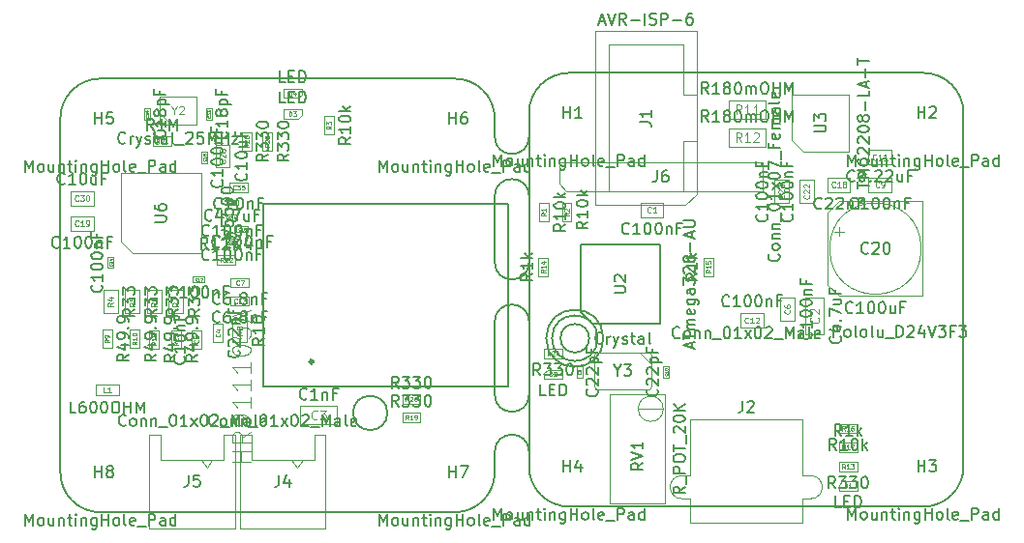
<source format=gbr>
%TF.GenerationSoftware,KiCad,Pcbnew,(5.1.8-0-10_14)*%
%TF.CreationDate,2021-08-18T19:24:52+02:00*%
%TF.ProjectId,ethersweep,65746865-7273-4776-9565-702e6b696361,2.0.1*%
%TF.SameCoordinates,Original*%
%TF.FileFunction,Other,Fab,Top*%
%FSLAX46Y46*%
G04 Gerber Fmt 4.6, Leading zero omitted, Abs format (unit mm)*
G04 Created by KiCad (PCBNEW (5.1.8-0-10_14)) date 2021-08-18 19:24:52*
%MOMM*%
%LPD*%
G01*
G04 APERTURE LIST*
%TA.AperFunction,Profile*%
%ADD10C,0.150000*%
%TD*%
%ADD11C,0.150000*%
%ADD12C,0.100000*%
%ADD13C,0.127000*%
%ADD14C,0.300000*%
%ADD15C,0.080000*%
%ADD16C,0.040000*%
%ADD17C,0.060000*%
%ADD18C,0.120000*%
%ADD19C,0.015000*%
%ADD20C,0.105000*%
G04 APERTURE END LIST*
D10*
X198000000Y-81000000D02*
G75*
G02*
X201500000Y-84500000I0J-3500000D01*
G01*
X160500000Y-115500000D02*
X160500000Y-114200000D01*
X163500000Y-86600000D02*
X163500000Y-85000000D01*
X163500000Y-86600000D02*
G75*
G02*
X160500000Y-86600000I-1500000J0D01*
G01*
X163500000Y-115500000D02*
X163500000Y-114200000D01*
X160500000Y-86600000D02*
X160500000Y-85000000D01*
X160500000Y-114200000D02*
G75*
G02*
X163500000Y-114200000I1500000J0D01*
G01*
D11*
X168750000Y-104250000D02*
G75*
G03*
X168750000Y-104250000I-1250000J0D01*
G01*
X169500000Y-104250000D02*
G75*
G03*
X169500000Y-104250000I-2000000J0D01*
G01*
X170000000Y-104250000D02*
G75*
G03*
X170000000Y-104250000I-2500000J0D01*
G01*
D10*
X163500000Y-97600000D02*
G75*
G02*
X160500000Y-97600000I-1500000J0D01*
G01*
X160500000Y-91800000D02*
G75*
G02*
X163500000Y-91800000I1500000J0D01*
G01*
X163500000Y-97600000D02*
X163500000Y-91800000D01*
X160500000Y-109200000D02*
X160500000Y-102800000D01*
X160500000Y-102800000D02*
G75*
G02*
X163500000Y-102800000I1500000J0D01*
G01*
X160500000Y-97600000D02*
X160500000Y-91800000D01*
X163500000Y-109200000D02*
X163500000Y-102800000D01*
X163500000Y-109200000D02*
G75*
G02*
X160500000Y-109200000I-1500000J0D01*
G01*
X160500000Y-116000000D02*
X160500000Y-115500000D01*
X163500000Y-84500000D02*
X163500000Y-85000000D01*
D11*
X163500000Y-115500000D02*
X163500000Y-84500000D01*
D10*
X151100000Y-110800000D02*
G75*
G03*
X151100000Y-110800000I-1500000J0D01*
G01*
X126000000Y-119500000D02*
G75*
G02*
X122500000Y-116000000I0J3500000D01*
G01*
X126000000Y-119500000D02*
X157000000Y-119500000D01*
X167000000Y-81000000D02*
X198000000Y-81000000D01*
X163500000Y-84500000D02*
G75*
G02*
X167000000Y-81000000I3500000J0D01*
G01*
X201500000Y-115500000D02*
G75*
G02*
X198000000Y-119000000I-3500000J0D01*
G01*
X167000000Y-119000000D02*
G75*
G02*
X163500000Y-115500000I0J3500000D01*
G01*
X167000000Y-119000000D02*
X198000000Y-119000000D01*
X201500000Y-115500000D02*
X201500000Y-84500000D01*
X122500000Y-85000000D02*
X122500000Y-116000000D01*
X160500000Y-116000000D02*
G75*
G02*
X157000000Y-119500000I-3500000J0D01*
G01*
X157000000Y-81500000D02*
G75*
G02*
X160500000Y-85000000I0J-3500000D01*
G01*
X122500000Y-85000000D02*
G75*
G02*
X126000000Y-81500000I3500000J0D01*
G01*
X157000000Y-81500000D02*
X126000000Y-81500000D01*
D12*
X190637722Y-94500000D02*
X190637722Y-95300000D01*
X190237722Y-94900000D02*
X191037722Y-94900000D01*
X189650000Y-99550000D02*
X190650000Y-100550000D01*
X189650000Y-93250000D02*
X190650000Y-92250000D01*
X189650000Y-93250000D02*
X189650000Y-99550000D01*
X190650000Y-100550000D02*
X197950000Y-100550000D01*
X190650000Y-92250000D02*
X197950000Y-92250000D01*
X197950000Y-92250000D02*
X197950000Y-100550000D01*
X197800000Y-96400000D02*
G75*
G03*
X197800000Y-96400000I-4000000J0D01*
G01*
X187450000Y-116300000D02*
X187450000Y-111400000D01*
X177550000Y-116300000D02*
X177550000Y-111400000D01*
X188150000Y-116300000D02*
X187450000Y-116300000D01*
X177550000Y-116300000D02*
X176850000Y-116300000D01*
X177550000Y-118300000D02*
X176850000Y-118300000D01*
X188150000Y-118300000D02*
X187450000Y-118300000D01*
X187450000Y-120400000D02*
X177550000Y-120400000D01*
X187450000Y-111400000D02*
X177550000Y-111400000D01*
X187450000Y-120400000D02*
X187450000Y-118300000D01*
X177550000Y-120400000D02*
X177550000Y-118300000D01*
X176850000Y-118300000D02*
G75*
G02*
X176850000Y-116300000I0J1000000D01*
G01*
X188150000Y-116300000D02*
G75*
G02*
X188150000Y-118300000I0J-1000000D01*
G01*
X135300000Y-115607107D02*
X134800000Y-114900000D01*
X135800000Y-114900000D02*
X135300000Y-115607107D01*
X131300000Y-114900000D02*
X136800000Y-114900000D01*
X131300000Y-112700000D02*
X131300000Y-114900000D01*
X130300000Y-112700000D02*
X131300000Y-112700000D01*
X130300000Y-120900000D02*
X130300000Y-112700000D01*
X137800000Y-120900000D02*
X130300000Y-120900000D01*
X137800000Y-112700000D02*
X137800000Y-120900000D01*
X136800000Y-112700000D02*
X137800000Y-112700000D01*
X136800000Y-114900000D02*
X136800000Y-112700000D01*
X178180000Y-91600000D02*
X177180000Y-92600000D01*
X177180000Y-92600000D02*
X169280000Y-92600000D01*
X169280000Y-92600000D02*
X169280000Y-77320000D01*
X169280000Y-77320000D02*
X178180000Y-77320000D01*
X178180000Y-77320000D02*
X178180000Y-91600000D01*
X178180000Y-87010000D02*
X176980000Y-87010000D01*
X176980000Y-87010000D02*
X176980000Y-91410000D01*
X176980000Y-91410000D02*
X170480000Y-91410000D01*
X170480000Y-91410000D02*
X170480000Y-78510000D01*
X170480000Y-78510000D02*
X176980000Y-78510000D01*
X176980000Y-78510000D02*
X176980000Y-82910000D01*
X176980000Y-82910000D02*
X176980000Y-82910000D01*
X176980000Y-82910000D02*
X178180000Y-82910000D01*
X175250000Y-93625000D02*
X173250000Y-93625000D01*
X175250000Y-92375000D02*
X175250000Y-93625000D01*
X173250000Y-92375000D02*
X175250000Y-92375000D01*
X173250000Y-93625000D02*
X173250000Y-92375000D01*
X168150000Y-106700000D02*
X168150000Y-107700000D01*
X167650000Y-106700000D02*
X168150000Y-106700000D01*
X167650000Y-107700000D02*
X167650000Y-106700000D01*
X168150000Y-107700000D02*
X167650000Y-107700000D01*
X175250000Y-106700000D02*
X175750000Y-106700000D01*
X175750000Y-106700000D02*
X175750000Y-107700000D01*
X175750000Y-107700000D02*
X175250000Y-107700000D01*
X175250000Y-107700000D02*
X175250000Y-106700000D01*
X184000000Y-102075000D02*
X184000000Y-103325000D01*
X184000000Y-103325000D02*
X182000000Y-103325000D01*
X182000000Y-103325000D02*
X182000000Y-102075000D01*
X182000000Y-102075000D02*
X184000000Y-102075000D01*
X144700000Y-114900000D02*
X144700000Y-112700000D01*
X144700000Y-112700000D02*
X145700000Y-112700000D01*
X145700000Y-112700000D02*
X145700000Y-120900000D01*
X145700000Y-120900000D02*
X138200000Y-120900000D01*
X138200000Y-120900000D02*
X138200000Y-112700000D01*
X138200000Y-112700000D02*
X139200000Y-112700000D01*
X139200000Y-112700000D02*
X139200000Y-114900000D01*
X139200000Y-114900000D02*
X144700000Y-114900000D01*
X143700000Y-114900000D02*
X143200000Y-115607107D01*
X143200000Y-115607107D02*
X142700000Y-114900000D01*
X190600000Y-115912500D02*
X190600000Y-115087500D01*
X190600000Y-115087500D02*
X192200000Y-115087500D01*
X192200000Y-115087500D02*
X192200000Y-115912500D01*
X192200000Y-115912500D02*
X190600000Y-115912500D01*
D11*
X168000000Y-102000000D02*
X168000000Y-96000000D01*
X168000000Y-96000000D02*
X175000000Y-96000000D01*
X175000000Y-96000000D02*
X175000000Y-103000000D01*
X175000000Y-103000000D02*
X169000000Y-103000000D01*
X169000000Y-103000000D02*
X168000000Y-102000000D01*
D12*
X164337500Y-98800000D02*
X164337500Y-97200000D01*
X165162500Y-98800000D02*
X164337500Y-98800000D01*
X165162500Y-97200000D02*
X165162500Y-98800000D01*
X164337500Y-97200000D02*
X165162500Y-97200000D01*
X178787500Y-97200000D02*
X179612500Y-97200000D01*
X179612500Y-97200000D02*
X179612500Y-98800000D01*
X179612500Y-98800000D02*
X178787500Y-98800000D01*
X178787500Y-98800000D02*
X178787500Y-97200000D01*
X165212500Y-94000000D02*
X164387500Y-94000000D01*
X164387500Y-94000000D02*
X164387500Y-92400000D01*
X164387500Y-92400000D02*
X165212500Y-92400000D01*
X165212500Y-92400000D02*
X165212500Y-94000000D01*
X167212500Y-92400000D02*
X167212500Y-94000000D01*
X166387500Y-92400000D02*
X167212500Y-92400000D01*
X166387500Y-94000000D02*
X166387500Y-92400000D01*
X167212500Y-94000000D02*
X166387500Y-94000000D01*
X146412500Y-84800000D02*
X146412500Y-86400000D01*
X145587500Y-84800000D02*
X146412500Y-84800000D01*
X145587500Y-86400000D02*
X145587500Y-84800000D01*
X146412500Y-86400000D02*
X145587500Y-86400000D01*
X174200000Y-106500000D02*
X173200000Y-105500000D01*
X174200000Y-108500000D02*
X174000000Y-108700000D01*
X174200000Y-105700000D02*
X174200000Y-108500000D01*
X174000000Y-105500000D02*
X174200000Y-105700000D01*
X169400000Y-105500000D02*
X174000000Y-105500000D01*
X169200000Y-105700000D02*
X169400000Y-105500000D01*
X169200000Y-108500000D02*
X169200000Y-105700000D01*
X169400000Y-108700000D02*
X169200000Y-108500000D01*
X174000000Y-108700000D02*
X169400000Y-108700000D01*
X190605001Y-112567501D02*
X190605001Y-111742501D01*
X190605001Y-111742501D02*
X192205001Y-111742501D01*
X192205001Y-111742501D02*
X192205001Y-112567501D01*
X192205001Y-112567501D02*
X190605001Y-112567501D01*
X190600000Y-113387500D02*
X192200000Y-113387500D01*
X190600000Y-114212500D02*
X190600000Y-113387500D01*
X192200000Y-114212500D02*
X190600000Y-114212500D01*
X192200000Y-113387500D02*
X192200000Y-114212500D01*
X143500000Y-110200000D02*
X146700000Y-110200000D01*
X143500000Y-111800000D02*
X143500000Y-110200000D01*
X146700000Y-111800000D02*
X143500000Y-111800000D01*
X146700000Y-110200000D02*
X146700000Y-111800000D01*
X136712500Y-103000000D02*
X136712500Y-104600000D01*
X135887500Y-103000000D02*
X136712500Y-103000000D01*
X135887500Y-104600000D02*
X135887500Y-103000000D01*
X136712500Y-104600000D02*
X135887500Y-104600000D01*
X134000000Y-103550000D02*
X134800000Y-103550000D01*
X134800000Y-103550000D02*
X134800000Y-105150000D01*
X134800000Y-105150000D02*
X134000000Y-105150000D01*
X134000000Y-105150000D02*
X134000000Y-103550000D01*
X138000000Y-93950000D02*
X137000000Y-93950000D01*
X138000000Y-93450000D02*
X138000000Y-93950000D01*
X137000000Y-93450000D02*
X138000000Y-93450000D01*
X137000000Y-93950000D02*
X137000000Y-93450000D01*
X137900000Y-94950000D02*
X137900000Y-94450000D01*
X137900000Y-94450000D02*
X138900000Y-94450000D01*
X138900000Y-94450000D02*
X138900000Y-94950000D01*
X138900000Y-94950000D02*
X137900000Y-94950000D01*
X135350000Y-87900000D02*
X135350000Y-88900000D01*
X134850000Y-87900000D02*
X135350000Y-87900000D01*
X134850000Y-88900000D02*
X134850000Y-87900000D01*
X135350000Y-88900000D02*
X134850000Y-88900000D01*
X134100000Y-99350000D02*
X134100000Y-98850000D01*
X134100000Y-98850000D02*
X135100000Y-98850000D01*
X135100000Y-98850000D02*
X135100000Y-99350000D01*
X135100000Y-99350000D02*
X134100000Y-99350000D01*
X126650000Y-97100000D02*
X127150000Y-97100000D01*
X127150000Y-97100000D02*
X127150000Y-98100000D01*
X127150000Y-98100000D02*
X126650000Y-98100000D01*
X126650000Y-98100000D02*
X126650000Y-97100000D01*
X137000000Y-96050000D02*
X137000000Y-95550000D01*
X137000000Y-95550000D02*
X138000000Y-95550000D01*
X138000000Y-95550000D02*
X138000000Y-96050000D01*
X138000000Y-96050000D02*
X137000000Y-96050000D01*
X137325000Y-87300000D02*
X137325000Y-89300000D01*
X136075000Y-87300000D02*
X137325000Y-87300000D01*
X136075000Y-89300000D02*
X136075000Y-87300000D01*
X137325000Y-89300000D02*
X136075000Y-89300000D01*
X125400000Y-91375000D02*
X125400000Y-92625000D01*
X125400000Y-92625000D02*
X123400000Y-92625000D01*
X123400000Y-92625000D02*
X123400000Y-91375000D01*
X123400000Y-91375000D02*
X125400000Y-91375000D01*
X135750000Y-84100000D02*
X135750000Y-85100000D01*
X135250000Y-84100000D02*
X135750000Y-84100000D01*
X135250000Y-85100000D02*
X135250000Y-84100000D01*
X135750000Y-85100000D02*
X135250000Y-85100000D01*
X130350000Y-84100000D02*
X130350000Y-85100000D01*
X129850000Y-84100000D02*
X130350000Y-84100000D01*
X129850000Y-85100000D02*
X129850000Y-84100000D01*
X130350000Y-85100000D02*
X129850000Y-85100000D01*
X137300000Y-91450000D02*
X137300000Y-90650000D01*
X137300000Y-90650000D02*
X138900000Y-90650000D01*
X138900000Y-90650000D02*
X138900000Y-91450000D01*
X138900000Y-91450000D02*
X137300000Y-91450000D01*
X137020000Y-92600000D02*
X137020000Y-92100000D01*
X137020000Y-92100000D02*
X138020000Y-92100000D01*
X138020000Y-92100000D02*
X138020000Y-92600000D01*
X138020000Y-92600000D02*
X137020000Y-92600000D01*
X166765000Y-91370000D02*
X166130000Y-90735000D01*
X183910000Y-91370000D02*
X166765000Y-91370000D01*
X183910000Y-88830000D02*
X183910000Y-91370000D01*
X166130000Y-88830000D02*
X183910000Y-88830000D01*
X166130000Y-90735000D02*
X166130000Y-88830000D01*
D13*
X161670000Y-108500000D02*
X161670000Y-92500000D01*
X140270000Y-108500000D02*
X161670000Y-108500000D01*
X140270000Y-92500000D02*
X140270000Y-108500000D01*
X161670000Y-92500000D02*
X140270000Y-92500000D01*
D14*
X144600000Y-106300000D02*
G75*
G03*
X144600000Y-106300000I-150000J0D01*
G01*
D12*
X127600000Y-109250000D02*
X125600000Y-109250000D01*
X127600000Y-108350000D02*
X127600000Y-109250000D01*
X125600000Y-108350000D02*
X127600000Y-108350000D01*
X125600000Y-109250000D02*
X125600000Y-108350000D01*
X127525000Y-102050000D02*
X126275000Y-102050000D01*
X126275000Y-102050000D02*
X126275000Y-100050000D01*
X126275000Y-100050000D02*
X127525000Y-100050000D01*
X127525000Y-100050000D02*
X127525000Y-102050000D01*
X129425000Y-100050000D02*
X129425000Y-102050000D01*
X128175000Y-100050000D02*
X129425000Y-100050000D01*
X128175000Y-102050000D02*
X128175000Y-100050000D01*
X129425000Y-102050000D02*
X128175000Y-102050000D01*
X131325000Y-102050000D02*
X130075000Y-102050000D01*
X130075000Y-102050000D02*
X130075000Y-100050000D01*
X130075000Y-100050000D02*
X131325000Y-100050000D01*
X131325000Y-100050000D02*
X131325000Y-102050000D01*
X133225000Y-100050000D02*
X133225000Y-102050000D01*
X131975000Y-100050000D02*
X133225000Y-100050000D01*
X131975000Y-102050000D02*
X131975000Y-100050000D01*
X133225000Y-102050000D02*
X131975000Y-102050000D01*
X127012500Y-103500000D02*
X127012500Y-105100000D01*
X126187500Y-103500000D02*
X127012500Y-103500000D01*
X126187500Y-105100000D02*
X126187500Y-103500000D01*
X127012500Y-105100000D02*
X126187500Y-105100000D01*
X129412500Y-103500000D02*
X129412500Y-105100000D01*
X128587500Y-103500000D02*
X129412500Y-103500000D01*
X128587500Y-105100000D02*
X128587500Y-103500000D01*
X129412500Y-105100000D02*
X128587500Y-105100000D01*
X131112500Y-105150000D02*
X130287500Y-105150000D01*
X130287500Y-105150000D02*
X130287500Y-103550000D01*
X130287500Y-103550000D02*
X131112500Y-103550000D01*
X131112500Y-103550000D02*
X131112500Y-105150000D01*
X152400000Y-110787500D02*
X154000000Y-110787500D01*
X152400000Y-111612500D02*
X152400000Y-110787500D01*
X154000000Y-111612500D02*
X152400000Y-111612500D01*
X154000000Y-110787500D02*
X154000000Y-111612500D01*
X154000000Y-109187500D02*
X154000000Y-110012500D01*
X154000000Y-110012500D02*
X152400000Y-110012500D01*
X152400000Y-110012500D02*
X152400000Y-109187500D01*
X152400000Y-109187500D02*
X154000000Y-109187500D01*
X133012500Y-105150000D02*
X132187500Y-105150000D01*
X132187500Y-105150000D02*
X132187500Y-103550000D01*
X132187500Y-103550000D02*
X133012500Y-103550000D01*
X133012500Y-103550000D02*
X133012500Y-105150000D01*
X127800000Y-95800000D02*
X127800000Y-89800000D01*
X127800000Y-89800000D02*
X134800000Y-89800000D01*
X134800000Y-89800000D02*
X134800000Y-96800000D01*
X134800000Y-96800000D02*
X128800000Y-96800000D01*
X128800000Y-96800000D02*
X127800000Y-95800000D01*
X131200000Y-83050000D02*
X131200000Y-85550000D01*
X131200000Y-85550000D02*
X134400000Y-85550000D01*
X134400000Y-85550000D02*
X134400000Y-83050000D01*
X134400000Y-83050000D02*
X131200000Y-83050000D01*
X131200000Y-84550000D02*
X132200000Y-85550000D01*
X189300000Y-100700000D02*
X189300000Y-103900000D01*
X187700000Y-100700000D02*
X189300000Y-100700000D01*
X187700000Y-103900000D02*
X187700000Y-100700000D01*
X189300000Y-103900000D02*
X187700000Y-103900000D01*
X186725000Y-100700000D02*
X186725000Y-102700000D01*
X185475000Y-100700000D02*
X186725000Y-100700000D01*
X185475000Y-102700000D02*
X185475000Y-100700000D01*
X186725000Y-102700000D02*
X185475000Y-102700000D01*
X166400000Y-106012500D02*
X164800000Y-106012500D01*
X166400000Y-105187500D02*
X166400000Y-106012500D01*
X164800000Y-105187500D02*
X166400000Y-105187500D01*
X164800000Y-106012500D02*
X164800000Y-105187500D01*
X195200000Y-91425000D02*
X193200000Y-91425000D01*
X195200000Y-90175000D02*
X195200000Y-91425000D01*
X193200000Y-90175000D02*
X195200000Y-90175000D01*
X193200000Y-91425000D02*
X193200000Y-90175000D01*
X193200000Y-89025000D02*
X193200000Y-87775000D01*
X193200000Y-87775000D02*
X195200000Y-87775000D01*
X195200000Y-87775000D02*
X195200000Y-89025000D01*
X195200000Y-89025000D02*
X193200000Y-89025000D01*
X191600000Y-91425000D02*
X189600000Y-91425000D01*
X191600000Y-90175000D02*
X191600000Y-91425000D01*
X189600000Y-90175000D02*
X191600000Y-90175000D01*
X189600000Y-91425000D02*
X189600000Y-90175000D01*
X187175000Y-92400000D02*
X187175000Y-90400000D01*
X188425000Y-92400000D02*
X187175000Y-92400000D01*
X188425000Y-90400000D02*
X188425000Y-92400000D01*
X187175000Y-90400000D02*
X188425000Y-90400000D01*
X184975000Y-90400000D02*
X186225000Y-90400000D01*
X186225000Y-90400000D02*
X186225000Y-92400000D01*
X186225000Y-92400000D02*
X184975000Y-92400000D01*
X184975000Y-92400000D02*
X184975000Y-90400000D01*
X181000000Y-83400000D02*
X184200000Y-83400000D01*
X181000000Y-85000000D02*
X181000000Y-83400000D01*
X184200000Y-85000000D02*
X181000000Y-85000000D01*
X184200000Y-83400000D02*
X184200000Y-85000000D01*
X184194999Y-85854999D02*
X184194999Y-87454999D01*
X184194999Y-87454999D02*
X180994999Y-87454999D01*
X180994999Y-87454999D02*
X180994999Y-85854999D01*
X180994999Y-85854999D02*
X184194999Y-85854999D01*
X175235000Y-110445000D02*
X173066000Y-110444000D01*
X175235000Y-110445000D02*
X173066000Y-110444000D01*
X170590000Y-109175000D02*
X170590000Y-118705000D01*
X175420000Y-109175000D02*
X170590000Y-109175000D01*
X175420000Y-118705000D02*
X175420000Y-109175000D01*
X170590000Y-118705000D02*
X175420000Y-118705000D01*
X175245000Y-110445000D02*
G75*
G03*
X175245000Y-110445000I-1095000J0D01*
G01*
X187500000Y-87900000D02*
X186500000Y-86900000D01*
X191500000Y-87900000D02*
X187500000Y-87900000D01*
X191500000Y-82900000D02*
X191500000Y-87900000D01*
X186500000Y-82900000D02*
X191500000Y-82900000D01*
X186500000Y-86900000D02*
X186500000Y-82900000D01*
X139000000Y-99800000D02*
X137400000Y-99800000D01*
X139000000Y-99000000D02*
X139000000Y-99800000D01*
X137400000Y-99000000D02*
X139000000Y-99000000D01*
X137400000Y-99800000D02*
X137400000Y-99000000D01*
X137400000Y-101400000D02*
X137400000Y-100600000D01*
X137400000Y-100600000D02*
X139000000Y-100600000D01*
X139000000Y-100600000D02*
X139000000Y-101400000D01*
X139000000Y-101400000D02*
X137400000Y-101400000D01*
X138825000Y-104600000D02*
X137575000Y-104600000D01*
X137575000Y-104600000D02*
X137575000Y-102600000D01*
X137575000Y-102600000D02*
X138825000Y-102600000D01*
X138825000Y-102600000D02*
X138825000Y-104600000D01*
X132200000Y-86587500D02*
X132200000Y-87412500D01*
X132200000Y-87412500D02*
X130600000Y-87412500D01*
X130600000Y-87412500D02*
X130600000Y-86587500D01*
X130600000Y-86587500D02*
X132200000Y-86587500D01*
X136200000Y-96987500D02*
X137800000Y-96987500D01*
X136200000Y-97812500D02*
X136200000Y-96987500D01*
X137800000Y-97812500D02*
X136200000Y-97812500D01*
X137800000Y-96987500D02*
X137800000Y-97812500D01*
X142000000Y-85000000D02*
X143300000Y-85000000D01*
X143300000Y-85000000D02*
X143600000Y-84700000D01*
X143600000Y-84700000D02*
X143600000Y-84200000D01*
X143600000Y-84200000D02*
X142000000Y-84200000D01*
X142000000Y-84200000D02*
X142000000Y-85000000D01*
X142000000Y-82400000D02*
X142000000Y-83200000D01*
X143600000Y-82400000D02*
X142000000Y-82400000D01*
X143600000Y-82900000D02*
X143600000Y-82400000D01*
X143300000Y-83200000D02*
X143600000Y-82900000D01*
X142000000Y-83200000D02*
X143300000Y-83200000D01*
X141012500Y-86200000D02*
X141012500Y-87800000D01*
X140187500Y-86200000D02*
X141012500Y-86200000D01*
X140187500Y-87800000D02*
X140187500Y-86200000D01*
X141012500Y-87800000D02*
X140187500Y-87800000D01*
X139212500Y-87800000D02*
X138387500Y-87800000D01*
X138387500Y-87800000D02*
X138387500Y-86200000D01*
X138387500Y-86200000D02*
X139212500Y-86200000D01*
X139212500Y-86200000D02*
X139212500Y-87800000D01*
X192200000Y-117600000D02*
X192200000Y-116800000D01*
X190600000Y-117600000D02*
X192200000Y-117600000D01*
X190600000Y-117100000D02*
X190600000Y-117600000D01*
X190900000Y-116800000D02*
X190600000Y-117100000D01*
X192200000Y-116800000D02*
X190900000Y-116800000D01*
X166400000Y-107000000D02*
X165100000Y-107000000D01*
X165100000Y-107000000D02*
X164800000Y-107300000D01*
X164800000Y-107300000D02*
X164800000Y-107800000D01*
X164800000Y-107800000D02*
X166400000Y-107800000D01*
X166400000Y-107800000D02*
X166400000Y-107000000D01*
X123400000Y-94825000D02*
X123400000Y-93575000D01*
X123400000Y-93575000D02*
X125400000Y-93575000D01*
X125400000Y-93575000D02*
X125400000Y-94825000D01*
X125400000Y-94825000D02*
X123400000Y-94825000D01*
D11*
X191800000Y-101957142D02*
X191752380Y-102004761D01*
X191609523Y-102052380D01*
X191514285Y-102052380D01*
X191371428Y-102004761D01*
X191276190Y-101909523D01*
X191228571Y-101814285D01*
X191180952Y-101623809D01*
X191180952Y-101480952D01*
X191228571Y-101290476D01*
X191276190Y-101195238D01*
X191371428Y-101100000D01*
X191514285Y-101052380D01*
X191609523Y-101052380D01*
X191752380Y-101100000D01*
X191800000Y-101147619D01*
X192752380Y-102052380D02*
X192180952Y-102052380D01*
X192466666Y-102052380D02*
X192466666Y-101052380D01*
X192371428Y-101195238D01*
X192276190Y-101290476D01*
X192180952Y-101338095D01*
X193371428Y-101052380D02*
X193466666Y-101052380D01*
X193561904Y-101100000D01*
X193609523Y-101147619D01*
X193657142Y-101242857D01*
X193704761Y-101433333D01*
X193704761Y-101671428D01*
X193657142Y-101861904D01*
X193609523Y-101957142D01*
X193561904Y-102004761D01*
X193466666Y-102052380D01*
X193371428Y-102052380D01*
X193276190Y-102004761D01*
X193228571Y-101957142D01*
X193180952Y-101861904D01*
X193133333Y-101671428D01*
X193133333Y-101433333D01*
X193180952Y-101242857D01*
X193228571Y-101147619D01*
X193276190Y-101100000D01*
X193371428Y-101052380D01*
X194323809Y-101052380D02*
X194419047Y-101052380D01*
X194514285Y-101100000D01*
X194561904Y-101147619D01*
X194609523Y-101242857D01*
X194657142Y-101433333D01*
X194657142Y-101671428D01*
X194609523Y-101861904D01*
X194561904Y-101957142D01*
X194514285Y-102004761D01*
X194419047Y-102052380D01*
X194323809Y-102052380D01*
X194228571Y-102004761D01*
X194180952Y-101957142D01*
X194133333Y-101861904D01*
X194085714Y-101671428D01*
X194085714Y-101433333D01*
X194133333Y-101242857D01*
X194180952Y-101147619D01*
X194228571Y-101100000D01*
X194323809Y-101052380D01*
X195514285Y-101385714D02*
X195514285Y-102052380D01*
X195085714Y-101385714D02*
X195085714Y-101909523D01*
X195133333Y-102004761D01*
X195228571Y-102052380D01*
X195371428Y-102052380D01*
X195466666Y-102004761D01*
X195514285Y-101957142D01*
X196323809Y-101528571D02*
X195990476Y-101528571D01*
X195990476Y-102052380D02*
X195990476Y-101052380D01*
X196466666Y-101052380D01*
X193157142Y-96757142D02*
X193109523Y-96804761D01*
X192966666Y-96852380D01*
X192871428Y-96852380D01*
X192728571Y-96804761D01*
X192633333Y-96709523D01*
X192585714Y-96614285D01*
X192538095Y-96423809D01*
X192538095Y-96280952D01*
X192585714Y-96090476D01*
X192633333Y-95995238D01*
X192728571Y-95900000D01*
X192871428Y-95852380D01*
X192966666Y-95852380D01*
X193109523Y-95900000D01*
X193157142Y-95947619D01*
X193538095Y-95947619D02*
X193585714Y-95900000D01*
X193680952Y-95852380D01*
X193919047Y-95852380D01*
X194014285Y-95900000D01*
X194061904Y-95947619D01*
X194109523Y-96042857D01*
X194109523Y-96138095D01*
X194061904Y-96280952D01*
X193490476Y-96852380D01*
X194109523Y-96852380D01*
X194728571Y-95852380D02*
X194823809Y-95852380D01*
X194919047Y-95900000D01*
X194966666Y-95947619D01*
X195014285Y-96042857D01*
X195061904Y-96233333D01*
X195061904Y-96471428D01*
X195014285Y-96661904D01*
X194966666Y-96757142D01*
X194919047Y-96804761D01*
X194823809Y-96852380D01*
X194728571Y-96852380D01*
X194633333Y-96804761D01*
X194585714Y-96757142D01*
X194538095Y-96661904D01*
X194490476Y-96471428D01*
X194490476Y-96233333D01*
X194538095Y-96042857D01*
X194585714Y-95947619D01*
X194633333Y-95900000D01*
X194728571Y-95852380D01*
X191428571Y-89152380D02*
X191428571Y-88152380D01*
X191761904Y-88866666D01*
X192095238Y-88152380D01*
X192095238Y-89152380D01*
X192714285Y-89152380D02*
X192619047Y-89104761D01*
X192571428Y-89057142D01*
X192523809Y-88961904D01*
X192523809Y-88676190D01*
X192571428Y-88580952D01*
X192619047Y-88533333D01*
X192714285Y-88485714D01*
X192857142Y-88485714D01*
X192952380Y-88533333D01*
X193000000Y-88580952D01*
X193047619Y-88676190D01*
X193047619Y-88961904D01*
X193000000Y-89057142D01*
X192952380Y-89104761D01*
X192857142Y-89152380D01*
X192714285Y-89152380D01*
X193904761Y-88485714D02*
X193904761Y-89152380D01*
X193476190Y-88485714D02*
X193476190Y-89009523D01*
X193523809Y-89104761D01*
X193619047Y-89152380D01*
X193761904Y-89152380D01*
X193857142Y-89104761D01*
X193904761Y-89057142D01*
X194380952Y-88485714D02*
X194380952Y-89152380D01*
X194380952Y-88580952D02*
X194428571Y-88533333D01*
X194523809Y-88485714D01*
X194666666Y-88485714D01*
X194761904Y-88533333D01*
X194809523Y-88628571D01*
X194809523Y-89152380D01*
X195142857Y-88485714D02*
X195523809Y-88485714D01*
X195285714Y-88152380D02*
X195285714Y-89009523D01*
X195333333Y-89104761D01*
X195428571Y-89152380D01*
X195523809Y-89152380D01*
X195857142Y-89152380D02*
X195857142Y-88485714D01*
X195857142Y-88152380D02*
X195809523Y-88200000D01*
X195857142Y-88247619D01*
X195904761Y-88200000D01*
X195857142Y-88152380D01*
X195857142Y-88247619D01*
X196333333Y-88485714D02*
X196333333Y-89152380D01*
X196333333Y-88580952D02*
X196380952Y-88533333D01*
X196476190Y-88485714D01*
X196619047Y-88485714D01*
X196714285Y-88533333D01*
X196761904Y-88628571D01*
X196761904Y-89152380D01*
X197666666Y-88485714D02*
X197666666Y-89295238D01*
X197619047Y-89390476D01*
X197571428Y-89438095D01*
X197476190Y-89485714D01*
X197333333Y-89485714D01*
X197238095Y-89438095D01*
X197666666Y-89104761D02*
X197571428Y-89152380D01*
X197380952Y-89152380D01*
X197285714Y-89104761D01*
X197238095Y-89057142D01*
X197190476Y-88961904D01*
X197190476Y-88676190D01*
X197238095Y-88580952D01*
X197285714Y-88533333D01*
X197380952Y-88485714D01*
X197571428Y-88485714D01*
X197666666Y-88533333D01*
X198142857Y-89152380D02*
X198142857Y-88152380D01*
X198142857Y-88628571D02*
X198714285Y-88628571D01*
X198714285Y-89152380D02*
X198714285Y-88152380D01*
X199333333Y-89152380D02*
X199238095Y-89104761D01*
X199190476Y-89057142D01*
X199142857Y-88961904D01*
X199142857Y-88676190D01*
X199190476Y-88580952D01*
X199238095Y-88533333D01*
X199333333Y-88485714D01*
X199476190Y-88485714D01*
X199571428Y-88533333D01*
X199619047Y-88580952D01*
X199666666Y-88676190D01*
X199666666Y-88961904D01*
X199619047Y-89057142D01*
X199571428Y-89104761D01*
X199476190Y-89152380D01*
X199333333Y-89152380D01*
X200238095Y-89152380D02*
X200142857Y-89104761D01*
X200095238Y-89009523D01*
X200095238Y-88152380D01*
X201000000Y-89104761D02*
X200904761Y-89152380D01*
X200714285Y-89152380D01*
X200619047Y-89104761D01*
X200571428Y-89009523D01*
X200571428Y-88628571D01*
X200619047Y-88533333D01*
X200714285Y-88485714D01*
X200904761Y-88485714D01*
X201000000Y-88533333D01*
X201047619Y-88628571D01*
X201047619Y-88723809D01*
X200571428Y-88819047D01*
X201238095Y-89247619D02*
X202000000Y-89247619D01*
X202238095Y-89152380D02*
X202238095Y-88152380D01*
X202619047Y-88152380D01*
X202714285Y-88200000D01*
X202761904Y-88247619D01*
X202809523Y-88342857D01*
X202809523Y-88485714D01*
X202761904Y-88580952D01*
X202714285Y-88628571D01*
X202619047Y-88676190D01*
X202238095Y-88676190D01*
X203666666Y-89152380D02*
X203666666Y-88628571D01*
X203619047Y-88533333D01*
X203523809Y-88485714D01*
X203333333Y-88485714D01*
X203238095Y-88533333D01*
X203666666Y-89104761D02*
X203571428Y-89152380D01*
X203333333Y-89152380D01*
X203238095Y-89104761D01*
X203190476Y-89009523D01*
X203190476Y-88914285D01*
X203238095Y-88819047D01*
X203333333Y-88771428D01*
X203571428Y-88771428D01*
X203666666Y-88723809D01*
X204571428Y-89152380D02*
X204571428Y-88152380D01*
X204571428Y-89104761D02*
X204476190Y-89152380D01*
X204285714Y-89152380D01*
X204190476Y-89104761D01*
X204142857Y-89057142D01*
X204095238Y-88961904D01*
X204095238Y-88676190D01*
X204142857Y-88580952D01*
X204190476Y-88533333D01*
X204285714Y-88485714D01*
X204476190Y-88485714D01*
X204571428Y-88533333D01*
X197538095Y-84952380D02*
X197538095Y-83952380D01*
X197538095Y-84428571D02*
X198109523Y-84428571D01*
X198109523Y-84952380D02*
X198109523Y-83952380D01*
X198538095Y-84047619D02*
X198585714Y-84000000D01*
X198680952Y-83952380D01*
X198919047Y-83952380D01*
X199014285Y-84000000D01*
X199061904Y-84047619D01*
X199109523Y-84142857D01*
X199109523Y-84238095D01*
X199061904Y-84380952D01*
X198490476Y-84952380D01*
X199109523Y-84952380D01*
X176666666Y-104157142D02*
X176619047Y-104204761D01*
X176476190Y-104252380D01*
X176380952Y-104252380D01*
X176238095Y-104204761D01*
X176142857Y-104109523D01*
X176095238Y-104014285D01*
X176047619Y-103823809D01*
X176047619Y-103680952D01*
X176095238Y-103490476D01*
X176142857Y-103395238D01*
X176238095Y-103300000D01*
X176380952Y-103252380D01*
X176476190Y-103252380D01*
X176619047Y-103300000D01*
X176666666Y-103347619D01*
X177238095Y-104252380D02*
X177142857Y-104204761D01*
X177095238Y-104157142D01*
X177047619Y-104061904D01*
X177047619Y-103776190D01*
X177095238Y-103680952D01*
X177142857Y-103633333D01*
X177238095Y-103585714D01*
X177380952Y-103585714D01*
X177476190Y-103633333D01*
X177523809Y-103680952D01*
X177571428Y-103776190D01*
X177571428Y-104061904D01*
X177523809Y-104157142D01*
X177476190Y-104204761D01*
X177380952Y-104252380D01*
X177238095Y-104252380D01*
X178000000Y-103585714D02*
X178000000Y-104252380D01*
X178000000Y-103680952D02*
X178047619Y-103633333D01*
X178142857Y-103585714D01*
X178285714Y-103585714D01*
X178380952Y-103633333D01*
X178428571Y-103728571D01*
X178428571Y-104252380D01*
X178904761Y-103585714D02*
X178904761Y-104252380D01*
X178904761Y-103680952D02*
X178952380Y-103633333D01*
X179047619Y-103585714D01*
X179190476Y-103585714D01*
X179285714Y-103633333D01*
X179333333Y-103728571D01*
X179333333Y-104252380D01*
X179571428Y-104347619D02*
X180333333Y-104347619D01*
X180761904Y-103252380D02*
X180857142Y-103252380D01*
X180952380Y-103300000D01*
X181000000Y-103347619D01*
X181047619Y-103442857D01*
X181095238Y-103633333D01*
X181095238Y-103871428D01*
X181047619Y-104061904D01*
X181000000Y-104157142D01*
X180952380Y-104204761D01*
X180857142Y-104252380D01*
X180761904Y-104252380D01*
X180666666Y-104204761D01*
X180619047Y-104157142D01*
X180571428Y-104061904D01*
X180523809Y-103871428D01*
X180523809Y-103633333D01*
X180571428Y-103442857D01*
X180619047Y-103347619D01*
X180666666Y-103300000D01*
X180761904Y-103252380D01*
X182047619Y-104252380D02*
X181476190Y-104252380D01*
X181761904Y-104252380D02*
X181761904Y-103252380D01*
X181666666Y-103395238D01*
X181571428Y-103490476D01*
X181476190Y-103538095D01*
X182380952Y-104252380D02*
X182904761Y-103585714D01*
X182380952Y-103585714D02*
X182904761Y-104252380D01*
X183476190Y-103252380D02*
X183571428Y-103252380D01*
X183666666Y-103300000D01*
X183714285Y-103347619D01*
X183761904Y-103442857D01*
X183809523Y-103633333D01*
X183809523Y-103871428D01*
X183761904Y-104061904D01*
X183714285Y-104157142D01*
X183666666Y-104204761D01*
X183571428Y-104252380D01*
X183476190Y-104252380D01*
X183380952Y-104204761D01*
X183333333Y-104157142D01*
X183285714Y-104061904D01*
X183238095Y-103871428D01*
X183238095Y-103633333D01*
X183285714Y-103442857D01*
X183333333Y-103347619D01*
X183380952Y-103300000D01*
X183476190Y-103252380D01*
X184190476Y-103347619D02*
X184238095Y-103300000D01*
X184333333Y-103252380D01*
X184571428Y-103252380D01*
X184666666Y-103300000D01*
X184714285Y-103347619D01*
X184761904Y-103442857D01*
X184761904Y-103538095D01*
X184714285Y-103680952D01*
X184142857Y-104252380D01*
X184761904Y-104252380D01*
X184952380Y-104347619D02*
X185714285Y-104347619D01*
X185952380Y-104252380D02*
X185952380Y-103252380D01*
X186285714Y-103966666D01*
X186619047Y-103252380D01*
X186619047Y-104252380D01*
X187523809Y-104252380D02*
X187523809Y-103728571D01*
X187476190Y-103633333D01*
X187380952Y-103585714D01*
X187190476Y-103585714D01*
X187095238Y-103633333D01*
X187523809Y-104204761D02*
X187428571Y-104252380D01*
X187190476Y-104252380D01*
X187095238Y-104204761D01*
X187047619Y-104109523D01*
X187047619Y-104014285D01*
X187095238Y-103919047D01*
X187190476Y-103871428D01*
X187428571Y-103871428D01*
X187523809Y-103823809D01*
X188142857Y-104252380D02*
X188047619Y-104204761D01*
X188000000Y-104109523D01*
X188000000Y-103252380D01*
X188904761Y-104204761D02*
X188809523Y-104252380D01*
X188619047Y-104252380D01*
X188523809Y-104204761D01*
X188476190Y-104109523D01*
X188476190Y-103728571D01*
X188523809Y-103633333D01*
X188619047Y-103585714D01*
X188809523Y-103585714D01*
X188904761Y-103633333D01*
X188952380Y-103728571D01*
X188952380Y-103823809D01*
X188476190Y-103919047D01*
X182166666Y-109752380D02*
X182166666Y-110466666D01*
X182119047Y-110609523D01*
X182023809Y-110704761D01*
X181880952Y-110752380D01*
X181785714Y-110752380D01*
X182595238Y-109847619D02*
X182642857Y-109800000D01*
X182738095Y-109752380D01*
X182976190Y-109752380D01*
X183071428Y-109800000D01*
X183119047Y-109847619D01*
X183166666Y-109942857D01*
X183166666Y-110038095D01*
X183119047Y-110180952D01*
X182547619Y-110752380D01*
X183166666Y-110752380D01*
X128216666Y-111857142D02*
X128169047Y-111904761D01*
X128026190Y-111952380D01*
X127930952Y-111952380D01*
X127788095Y-111904761D01*
X127692857Y-111809523D01*
X127645238Y-111714285D01*
X127597619Y-111523809D01*
X127597619Y-111380952D01*
X127645238Y-111190476D01*
X127692857Y-111095238D01*
X127788095Y-111000000D01*
X127930952Y-110952380D01*
X128026190Y-110952380D01*
X128169047Y-111000000D01*
X128216666Y-111047619D01*
X128788095Y-111952380D02*
X128692857Y-111904761D01*
X128645238Y-111857142D01*
X128597619Y-111761904D01*
X128597619Y-111476190D01*
X128645238Y-111380952D01*
X128692857Y-111333333D01*
X128788095Y-111285714D01*
X128930952Y-111285714D01*
X129026190Y-111333333D01*
X129073809Y-111380952D01*
X129121428Y-111476190D01*
X129121428Y-111761904D01*
X129073809Y-111857142D01*
X129026190Y-111904761D01*
X128930952Y-111952380D01*
X128788095Y-111952380D01*
X129550000Y-111285714D02*
X129550000Y-111952380D01*
X129550000Y-111380952D02*
X129597619Y-111333333D01*
X129692857Y-111285714D01*
X129835714Y-111285714D01*
X129930952Y-111333333D01*
X129978571Y-111428571D01*
X129978571Y-111952380D01*
X130454761Y-111285714D02*
X130454761Y-111952380D01*
X130454761Y-111380952D02*
X130502380Y-111333333D01*
X130597619Y-111285714D01*
X130740476Y-111285714D01*
X130835714Y-111333333D01*
X130883333Y-111428571D01*
X130883333Y-111952380D01*
X131121428Y-112047619D02*
X131883333Y-112047619D01*
X132311904Y-110952380D02*
X132407142Y-110952380D01*
X132502380Y-111000000D01*
X132550000Y-111047619D01*
X132597619Y-111142857D01*
X132645238Y-111333333D01*
X132645238Y-111571428D01*
X132597619Y-111761904D01*
X132550000Y-111857142D01*
X132502380Y-111904761D01*
X132407142Y-111952380D01*
X132311904Y-111952380D01*
X132216666Y-111904761D01*
X132169047Y-111857142D01*
X132121428Y-111761904D01*
X132073809Y-111571428D01*
X132073809Y-111333333D01*
X132121428Y-111142857D01*
X132169047Y-111047619D01*
X132216666Y-111000000D01*
X132311904Y-110952380D01*
X133597619Y-111952380D02*
X133026190Y-111952380D01*
X133311904Y-111952380D02*
X133311904Y-110952380D01*
X133216666Y-111095238D01*
X133121428Y-111190476D01*
X133026190Y-111238095D01*
X133930952Y-111952380D02*
X134454761Y-111285714D01*
X133930952Y-111285714D02*
X134454761Y-111952380D01*
X135026190Y-110952380D02*
X135121428Y-110952380D01*
X135216666Y-111000000D01*
X135264285Y-111047619D01*
X135311904Y-111142857D01*
X135359523Y-111333333D01*
X135359523Y-111571428D01*
X135311904Y-111761904D01*
X135264285Y-111857142D01*
X135216666Y-111904761D01*
X135121428Y-111952380D01*
X135026190Y-111952380D01*
X134930952Y-111904761D01*
X134883333Y-111857142D01*
X134835714Y-111761904D01*
X134788095Y-111571428D01*
X134788095Y-111333333D01*
X134835714Y-111142857D01*
X134883333Y-111047619D01*
X134930952Y-111000000D01*
X135026190Y-110952380D01*
X135740476Y-111047619D02*
X135788095Y-111000000D01*
X135883333Y-110952380D01*
X136121428Y-110952380D01*
X136216666Y-111000000D01*
X136264285Y-111047619D01*
X136311904Y-111142857D01*
X136311904Y-111238095D01*
X136264285Y-111380952D01*
X135692857Y-111952380D01*
X136311904Y-111952380D01*
X136502380Y-112047619D02*
X137264285Y-112047619D01*
X137502380Y-111952380D02*
X137502380Y-110952380D01*
X137835714Y-111666666D01*
X138169047Y-110952380D01*
X138169047Y-111952380D01*
X139073809Y-111952380D02*
X139073809Y-111428571D01*
X139026190Y-111333333D01*
X138930952Y-111285714D01*
X138740476Y-111285714D01*
X138645238Y-111333333D01*
X139073809Y-111904761D02*
X138978571Y-111952380D01*
X138740476Y-111952380D01*
X138645238Y-111904761D01*
X138597619Y-111809523D01*
X138597619Y-111714285D01*
X138645238Y-111619047D01*
X138740476Y-111571428D01*
X138978571Y-111571428D01*
X139073809Y-111523809D01*
X139692857Y-111952380D02*
X139597619Y-111904761D01*
X139550000Y-111809523D01*
X139550000Y-110952380D01*
X140454761Y-111904761D02*
X140359523Y-111952380D01*
X140169047Y-111952380D01*
X140073809Y-111904761D01*
X140026190Y-111809523D01*
X140026190Y-111428571D01*
X140073809Y-111333333D01*
X140169047Y-111285714D01*
X140359523Y-111285714D01*
X140454761Y-111333333D01*
X140502380Y-111428571D01*
X140502380Y-111523809D01*
X140026190Y-111619047D01*
X133716666Y-116252380D02*
X133716666Y-116966666D01*
X133669047Y-117109523D01*
X133573809Y-117204761D01*
X133430952Y-117252380D01*
X133335714Y-117252380D01*
X134669047Y-116252380D02*
X134192857Y-116252380D01*
X134145238Y-116728571D01*
X134192857Y-116680952D01*
X134288095Y-116633333D01*
X134526190Y-116633333D01*
X134621428Y-116680952D01*
X134669047Y-116728571D01*
X134716666Y-116823809D01*
X134716666Y-117061904D01*
X134669047Y-117157142D01*
X134621428Y-117204761D01*
X134526190Y-117252380D01*
X134288095Y-117252380D01*
X134192857Y-117204761D01*
X134145238Y-117157142D01*
X169634761Y-76486666D02*
X170110952Y-76486666D01*
X169539523Y-76772380D02*
X169872857Y-75772380D01*
X170206190Y-76772380D01*
X170396666Y-75772380D02*
X170730000Y-76772380D01*
X171063333Y-75772380D01*
X171968095Y-76772380D02*
X171634761Y-76296190D01*
X171396666Y-76772380D02*
X171396666Y-75772380D01*
X171777619Y-75772380D01*
X171872857Y-75820000D01*
X171920476Y-75867619D01*
X171968095Y-75962857D01*
X171968095Y-76105714D01*
X171920476Y-76200952D01*
X171872857Y-76248571D01*
X171777619Y-76296190D01*
X171396666Y-76296190D01*
X172396666Y-76391428D02*
X173158571Y-76391428D01*
X173634761Y-76772380D02*
X173634761Y-75772380D01*
X174063333Y-76724761D02*
X174206190Y-76772380D01*
X174444285Y-76772380D01*
X174539523Y-76724761D01*
X174587142Y-76677142D01*
X174634761Y-76581904D01*
X174634761Y-76486666D01*
X174587142Y-76391428D01*
X174539523Y-76343809D01*
X174444285Y-76296190D01*
X174253809Y-76248571D01*
X174158571Y-76200952D01*
X174110952Y-76153333D01*
X174063333Y-76058095D01*
X174063333Y-75962857D01*
X174110952Y-75867619D01*
X174158571Y-75820000D01*
X174253809Y-75772380D01*
X174491904Y-75772380D01*
X174634761Y-75820000D01*
X175063333Y-76772380D02*
X175063333Y-75772380D01*
X175444285Y-75772380D01*
X175539523Y-75820000D01*
X175587142Y-75867619D01*
X175634761Y-75962857D01*
X175634761Y-76105714D01*
X175587142Y-76200952D01*
X175539523Y-76248571D01*
X175444285Y-76296190D01*
X175063333Y-76296190D01*
X176063333Y-76391428D02*
X176825238Y-76391428D01*
X177730000Y-75772380D02*
X177539523Y-75772380D01*
X177444285Y-75820000D01*
X177396666Y-75867619D01*
X177301428Y-76010476D01*
X177253809Y-76200952D01*
X177253809Y-76581904D01*
X177301428Y-76677142D01*
X177349047Y-76724761D01*
X177444285Y-76772380D01*
X177634761Y-76772380D01*
X177730000Y-76724761D01*
X177777619Y-76677142D01*
X177825238Y-76581904D01*
X177825238Y-76343809D01*
X177777619Y-76248571D01*
X177730000Y-76200952D01*
X177634761Y-76153333D01*
X177444285Y-76153333D01*
X177349047Y-76200952D01*
X177301428Y-76248571D01*
X177253809Y-76343809D01*
X173182380Y-85293333D02*
X173896666Y-85293333D01*
X174039523Y-85340952D01*
X174134761Y-85436190D01*
X174182380Y-85579047D01*
X174182380Y-85674285D01*
X174182380Y-84293333D02*
X174182380Y-84864761D01*
X174182380Y-84579047D02*
X173182380Y-84579047D01*
X173325238Y-84674285D01*
X173420476Y-84769523D01*
X173468095Y-84864761D01*
X160428571Y-120152380D02*
X160428571Y-119152380D01*
X160761904Y-119866666D01*
X161095238Y-119152380D01*
X161095238Y-120152380D01*
X161714285Y-120152380D02*
X161619047Y-120104761D01*
X161571428Y-120057142D01*
X161523809Y-119961904D01*
X161523809Y-119676190D01*
X161571428Y-119580952D01*
X161619047Y-119533333D01*
X161714285Y-119485714D01*
X161857142Y-119485714D01*
X161952380Y-119533333D01*
X162000000Y-119580952D01*
X162047619Y-119676190D01*
X162047619Y-119961904D01*
X162000000Y-120057142D01*
X161952380Y-120104761D01*
X161857142Y-120152380D01*
X161714285Y-120152380D01*
X162904761Y-119485714D02*
X162904761Y-120152380D01*
X162476190Y-119485714D02*
X162476190Y-120009523D01*
X162523809Y-120104761D01*
X162619047Y-120152380D01*
X162761904Y-120152380D01*
X162857142Y-120104761D01*
X162904761Y-120057142D01*
X163380952Y-119485714D02*
X163380952Y-120152380D01*
X163380952Y-119580952D02*
X163428571Y-119533333D01*
X163523809Y-119485714D01*
X163666666Y-119485714D01*
X163761904Y-119533333D01*
X163809523Y-119628571D01*
X163809523Y-120152380D01*
X164142857Y-119485714D02*
X164523809Y-119485714D01*
X164285714Y-119152380D02*
X164285714Y-120009523D01*
X164333333Y-120104761D01*
X164428571Y-120152380D01*
X164523809Y-120152380D01*
X164857142Y-120152380D02*
X164857142Y-119485714D01*
X164857142Y-119152380D02*
X164809523Y-119200000D01*
X164857142Y-119247619D01*
X164904761Y-119200000D01*
X164857142Y-119152380D01*
X164857142Y-119247619D01*
X165333333Y-119485714D02*
X165333333Y-120152380D01*
X165333333Y-119580952D02*
X165380952Y-119533333D01*
X165476190Y-119485714D01*
X165619047Y-119485714D01*
X165714285Y-119533333D01*
X165761904Y-119628571D01*
X165761904Y-120152380D01*
X166666666Y-119485714D02*
X166666666Y-120295238D01*
X166619047Y-120390476D01*
X166571428Y-120438095D01*
X166476190Y-120485714D01*
X166333333Y-120485714D01*
X166238095Y-120438095D01*
X166666666Y-120104761D02*
X166571428Y-120152380D01*
X166380952Y-120152380D01*
X166285714Y-120104761D01*
X166238095Y-120057142D01*
X166190476Y-119961904D01*
X166190476Y-119676190D01*
X166238095Y-119580952D01*
X166285714Y-119533333D01*
X166380952Y-119485714D01*
X166571428Y-119485714D01*
X166666666Y-119533333D01*
X167142857Y-120152380D02*
X167142857Y-119152380D01*
X167142857Y-119628571D02*
X167714285Y-119628571D01*
X167714285Y-120152380D02*
X167714285Y-119152380D01*
X168333333Y-120152380D02*
X168238095Y-120104761D01*
X168190476Y-120057142D01*
X168142857Y-119961904D01*
X168142857Y-119676190D01*
X168190476Y-119580952D01*
X168238095Y-119533333D01*
X168333333Y-119485714D01*
X168476190Y-119485714D01*
X168571428Y-119533333D01*
X168619047Y-119580952D01*
X168666666Y-119676190D01*
X168666666Y-119961904D01*
X168619047Y-120057142D01*
X168571428Y-120104761D01*
X168476190Y-120152380D01*
X168333333Y-120152380D01*
X169238095Y-120152380D02*
X169142857Y-120104761D01*
X169095238Y-120009523D01*
X169095238Y-119152380D01*
X170000000Y-120104761D02*
X169904761Y-120152380D01*
X169714285Y-120152380D01*
X169619047Y-120104761D01*
X169571428Y-120009523D01*
X169571428Y-119628571D01*
X169619047Y-119533333D01*
X169714285Y-119485714D01*
X169904761Y-119485714D01*
X170000000Y-119533333D01*
X170047619Y-119628571D01*
X170047619Y-119723809D01*
X169571428Y-119819047D01*
X170238095Y-120247619D02*
X171000000Y-120247619D01*
X171238095Y-120152380D02*
X171238095Y-119152380D01*
X171619047Y-119152380D01*
X171714285Y-119200000D01*
X171761904Y-119247619D01*
X171809523Y-119342857D01*
X171809523Y-119485714D01*
X171761904Y-119580952D01*
X171714285Y-119628571D01*
X171619047Y-119676190D01*
X171238095Y-119676190D01*
X172666666Y-120152380D02*
X172666666Y-119628571D01*
X172619047Y-119533333D01*
X172523809Y-119485714D01*
X172333333Y-119485714D01*
X172238095Y-119533333D01*
X172666666Y-120104761D02*
X172571428Y-120152380D01*
X172333333Y-120152380D01*
X172238095Y-120104761D01*
X172190476Y-120009523D01*
X172190476Y-119914285D01*
X172238095Y-119819047D01*
X172333333Y-119771428D01*
X172571428Y-119771428D01*
X172666666Y-119723809D01*
X173571428Y-120152380D02*
X173571428Y-119152380D01*
X173571428Y-120104761D02*
X173476190Y-120152380D01*
X173285714Y-120152380D01*
X173190476Y-120104761D01*
X173142857Y-120057142D01*
X173095238Y-119961904D01*
X173095238Y-119676190D01*
X173142857Y-119580952D01*
X173190476Y-119533333D01*
X173285714Y-119485714D01*
X173476190Y-119485714D01*
X173571428Y-119533333D01*
X166538095Y-115952380D02*
X166538095Y-114952380D01*
X166538095Y-115428571D02*
X167109523Y-115428571D01*
X167109523Y-115952380D02*
X167109523Y-114952380D01*
X168014285Y-115285714D02*
X168014285Y-115952380D01*
X167776190Y-114904761D02*
X167538095Y-115619047D01*
X168157142Y-115619047D01*
X191428571Y-120127381D02*
X191428571Y-119127381D01*
X191761904Y-119841667D01*
X192095238Y-119127381D01*
X192095238Y-120127381D01*
X192714285Y-120127381D02*
X192619047Y-120079762D01*
X192571428Y-120032143D01*
X192523809Y-119936905D01*
X192523809Y-119651191D01*
X192571428Y-119555953D01*
X192619047Y-119508334D01*
X192714285Y-119460715D01*
X192857142Y-119460715D01*
X192952380Y-119508334D01*
X193000000Y-119555953D01*
X193047619Y-119651191D01*
X193047619Y-119936905D01*
X193000000Y-120032143D01*
X192952380Y-120079762D01*
X192857142Y-120127381D01*
X192714285Y-120127381D01*
X193904761Y-119460715D02*
X193904761Y-120127381D01*
X193476190Y-119460715D02*
X193476190Y-119984524D01*
X193523809Y-120079762D01*
X193619047Y-120127381D01*
X193761904Y-120127381D01*
X193857142Y-120079762D01*
X193904761Y-120032143D01*
X194380952Y-119460715D02*
X194380952Y-120127381D01*
X194380952Y-119555953D02*
X194428571Y-119508334D01*
X194523809Y-119460715D01*
X194666666Y-119460715D01*
X194761904Y-119508334D01*
X194809523Y-119603572D01*
X194809523Y-120127381D01*
X195142857Y-119460715D02*
X195523809Y-119460715D01*
X195285714Y-119127381D02*
X195285714Y-119984524D01*
X195333333Y-120079762D01*
X195428571Y-120127381D01*
X195523809Y-120127381D01*
X195857142Y-120127381D02*
X195857142Y-119460715D01*
X195857142Y-119127381D02*
X195809523Y-119175001D01*
X195857142Y-119222620D01*
X195904761Y-119175001D01*
X195857142Y-119127381D01*
X195857142Y-119222620D01*
X196333333Y-119460715D02*
X196333333Y-120127381D01*
X196333333Y-119555953D02*
X196380952Y-119508334D01*
X196476190Y-119460715D01*
X196619047Y-119460715D01*
X196714285Y-119508334D01*
X196761904Y-119603572D01*
X196761904Y-120127381D01*
X197666666Y-119460715D02*
X197666666Y-120270239D01*
X197619047Y-120365477D01*
X197571428Y-120413096D01*
X197476190Y-120460715D01*
X197333333Y-120460715D01*
X197238095Y-120413096D01*
X197666666Y-120079762D02*
X197571428Y-120127381D01*
X197380952Y-120127381D01*
X197285714Y-120079762D01*
X197238095Y-120032143D01*
X197190476Y-119936905D01*
X197190476Y-119651191D01*
X197238095Y-119555953D01*
X197285714Y-119508334D01*
X197380952Y-119460715D01*
X197571428Y-119460715D01*
X197666666Y-119508334D01*
X198142857Y-120127381D02*
X198142857Y-119127381D01*
X198142857Y-119603572D02*
X198714285Y-119603572D01*
X198714285Y-120127381D02*
X198714285Y-119127381D01*
X199333333Y-120127381D02*
X199238095Y-120079762D01*
X199190476Y-120032143D01*
X199142857Y-119936905D01*
X199142857Y-119651191D01*
X199190476Y-119555953D01*
X199238095Y-119508334D01*
X199333333Y-119460715D01*
X199476190Y-119460715D01*
X199571428Y-119508334D01*
X199619047Y-119555953D01*
X199666666Y-119651191D01*
X199666666Y-119936905D01*
X199619047Y-120032143D01*
X199571428Y-120079762D01*
X199476190Y-120127381D01*
X199333333Y-120127381D01*
X200238095Y-120127381D02*
X200142857Y-120079762D01*
X200095238Y-119984524D01*
X200095238Y-119127381D01*
X201000000Y-120079762D02*
X200904761Y-120127381D01*
X200714285Y-120127381D01*
X200619047Y-120079762D01*
X200571428Y-119984524D01*
X200571428Y-119603572D01*
X200619047Y-119508334D01*
X200714285Y-119460715D01*
X200904761Y-119460715D01*
X201000000Y-119508334D01*
X201047619Y-119603572D01*
X201047619Y-119698810D01*
X200571428Y-119794048D01*
X201238095Y-120222620D02*
X202000000Y-120222620D01*
X202238095Y-120127381D02*
X202238095Y-119127381D01*
X202619047Y-119127381D01*
X202714285Y-119175001D01*
X202761904Y-119222620D01*
X202809523Y-119317858D01*
X202809523Y-119460715D01*
X202761904Y-119555953D01*
X202714285Y-119603572D01*
X202619047Y-119651191D01*
X202238095Y-119651191D01*
X203666666Y-120127381D02*
X203666666Y-119603572D01*
X203619047Y-119508334D01*
X203523809Y-119460715D01*
X203333333Y-119460715D01*
X203238095Y-119508334D01*
X203666666Y-120079762D02*
X203571428Y-120127381D01*
X203333333Y-120127381D01*
X203238095Y-120079762D01*
X203190476Y-119984524D01*
X203190476Y-119889286D01*
X203238095Y-119794048D01*
X203333333Y-119746429D01*
X203571428Y-119746429D01*
X203666666Y-119698810D01*
X204571428Y-120127381D02*
X204571428Y-119127381D01*
X204571428Y-120079762D02*
X204476190Y-120127381D01*
X204285714Y-120127381D01*
X204190476Y-120079762D01*
X204142857Y-120032143D01*
X204095238Y-119936905D01*
X204095238Y-119651191D01*
X204142857Y-119555953D01*
X204190476Y-119508334D01*
X204285714Y-119460715D01*
X204476190Y-119460715D01*
X204571428Y-119508334D01*
X197538095Y-115927381D02*
X197538095Y-114927381D01*
X197538095Y-115403572D02*
X198109523Y-115403572D01*
X198109523Y-115927381D02*
X198109523Y-114927381D01*
X198490476Y-114927381D02*
X199109523Y-114927381D01*
X198776190Y-115308334D01*
X198919047Y-115308334D01*
X199014285Y-115355953D01*
X199061904Y-115403572D01*
X199109523Y-115498810D01*
X199109523Y-115736905D01*
X199061904Y-115832143D01*
X199014285Y-115879762D01*
X198919047Y-115927381D01*
X198633333Y-115927381D01*
X198538095Y-115879762D01*
X198490476Y-115832143D01*
X160428571Y-89152380D02*
X160428571Y-88152380D01*
X160761904Y-88866666D01*
X161095238Y-88152380D01*
X161095238Y-89152380D01*
X161714285Y-89152380D02*
X161619047Y-89104761D01*
X161571428Y-89057142D01*
X161523809Y-88961904D01*
X161523809Y-88676190D01*
X161571428Y-88580952D01*
X161619047Y-88533333D01*
X161714285Y-88485714D01*
X161857142Y-88485714D01*
X161952380Y-88533333D01*
X162000000Y-88580952D01*
X162047619Y-88676190D01*
X162047619Y-88961904D01*
X162000000Y-89057142D01*
X161952380Y-89104761D01*
X161857142Y-89152380D01*
X161714285Y-89152380D01*
X162904761Y-88485714D02*
X162904761Y-89152380D01*
X162476190Y-88485714D02*
X162476190Y-89009523D01*
X162523809Y-89104761D01*
X162619047Y-89152380D01*
X162761904Y-89152380D01*
X162857142Y-89104761D01*
X162904761Y-89057142D01*
X163380952Y-88485714D02*
X163380952Y-89152380D01*
X163380952Y-88580952D02*
X163428571Y-88533333D01*
X163523809Y-88485714D01*
X163666666Y-88485714D01*
X163761904Y-88533333D01*
X163809523Y-88628571D01*
X163809523Y-89152380D01*
X164142857Y-88485714D02*
X164523809Y-88485714D01*
X164285714Y-88152380D02*
X164285714Y-89009523D01*
X164333333Y-89104761D01*
X164428571Y-89152380D01*
X164523809Y-89152380D01*
X164857142Y-89152380D02*
X164857142Y-88485714D01*
X164857142Y-88152380D02*
X164809523Y-88200000D01*
X164857142Y-88247619D01*
X164904761Y-88200000D01*
X164857142Y-88152380D01*
X164857142Y-88247619D01*
X165333333Y-88485714D02*
X165333333Y-89152380D01*
X165333333Y-88580952D02*
X165380952Y-88533333D01*
X165476190Y-88485714D01*
X165619047Y-88485714D01*
X165714285Y-88533333D01*
X165761904Y-88628571D01*
X165761904Y-89152380D01*
X166666666Y-88485714D02*
X166666666Y-89295238D01*
X166619047Y-89390476D01*
X166571428Y-89438095D01*
X166476190Y-89485714D01*
X166333333Y-89485714D01*
X166238095Y-89438095D01*
X166666666Y-89104761D02*
X166571428Y-89152380D01*
X166380952Y-89152380D01*
X166285714Y-89104761D01*
X166238095Y-89057142D01*
X166190476Y-88961904D01*
X166190476Y-88676190D01*
X166238095Y-88580952D01*
X166285714Y-88533333D01*
X166380952Y-88485714D01*
X166571428Y-88485714D01*
X166666666Y-88533333D01*
X167142857Y-89152380D02*
X167142857Y-88152380D01*
X167142857Y-88628571D02*
X167714285Y-88628571D01*
X167714285Y-89152380D02*
X167714285Y-88152380D01*
X168333333Y-89152380D02*
X168238095Y-89104761D01*
X168190476Y-89057142D01*
X168142857Y-88961904D01*
X168142857Y-88676190D01*
X168190476Y-88580952D01*
X168238095Y-88533333D01*
X168333333Y-88485714D01*
X168476190Y-88485714D01*
X168571428Y-88533333D01*
X168619047Y-88580952D01*
X168666666Y-88676190D01*
X168666666Y-88961904D01*
X168619047Y-89057142D01*
X168571428Y-89104761D01*
X168476190Y-89152380D01*
X168333333Y-89152380D01*
X169238095Y-89152380D02*
X169142857Y-89104761D01*
X169095238Y-89009523D01*
X169095238Y-88152380D01*
X170000000Y-89104761D02*
X169904761Y-89152380D01*
X169714285Y-89152380D01*
X169619047Y-89104761D01*
X169571428Y-89009523D01*
X169571428Y-88628571D01*
X169619047Y-88533333D01*
X169714285Y-88485714D01*
X169904761Y-88485714D01*
X170000000Y-88533333D01*
X170047619Y-88628571D01*
X170047619Y-88723809D01*
X169571428Y-88819047D01*
X170238095Y-89247619D02*
X171000000Y-89247619D01*
X171238095Y-89152380D02*
X171238095Y-88152380D01*
X171619047Y-88152380D01*
X171714285Y-88200000D01*
X171761904Y-88247619D01*
X171809523Y-88342857D01*
X171809523Y-88485714D01*
X171761904Y-88580952D01*
X171714285Y-88628571D01*
X171619047Y-88676190D01*
X171238095Y-88676190D01*
X172666666Y-89152380D02*
X172666666Y-88628571D01*
X172619047Y-88533333D01*
X172523809Y-88485714D01*
X172333333Y-88485714D01*
X172238095Y-88533333D01*
X172666666Y-89104761D02*
X172571428Y-89152380D01*
X172333333Y-89152380D01*
X172238095Y-89104761D01*
X172190476Y-89009523D01*
X172190476Y-88914285D01*
X172238095Y-88819047D01*
X172333333Y-88771428D01*
X172571428Y-88771428D01*
X172666666Y-88723809D01*
X173571428Y-89152380D02*
X173571428Y-88152380D01*
X173571428Y-89104761D02*
X173476190Y-89152380D01*
X173285714Y-89152380D01*
X173190476Y-89104761D01*
X173142857Y-89057142D01*
X173095238Y-88961904D01*
X173095238Y-88676190D01*
X173142857Y-88580952D01*
X173190476Y-88533333D01*
X173285714Y-88485714D01*
X173476190Y-88485714D01*
X173571428Y-88533333D01*
X166538095Y-84952380D02*
X166538095Y-83952380D01*
X166538095Y-84428571D02*
X167109523Y-84428571D01*
X167109523Y-84952380D02*
X167109523Y-83952380D01*
X168109523Y-84952380D02*
X167538095Y-84952380D01*
X167823809Y-84952380D02*
X167823809Y-83952380D01*
X167728571Y-84095238D01*
X167633333Y-84190476D01*
X167538095Y-84238095D01*
X172250000Y-95037142D02*
X172202380Y-95084761D01*
X172059523Y-95132380D01*
X171964285Y-95132380D01*
X171821428Y-95084761D01*
X171726190Y-94989523D01*
X171678571Y-94894285D01*
X171630952Y-94703809D01*
X171630952Y-94560952D01*
X171678571Y-94370476D01*
X171726190Y-94275238D01*
X171821428Y-94180000D01*
X171964285Y-94132380D01*
X172059523Y-94132380D01*
X172202380Y-94180000D01*
X172250000Y-94227619D01*
X173202380Y-95132380D02*
X172630952Y-95132380D01*
X172916666Y-95132380D02*
X172916666Y-94132380D01*
X172821428Y-94275238D01*
X172726190Y-94370476D01*
X172630952Y-94418095D01*
X173821428Y-94132380D02*
X173916666Y-94132380D01*
X174011904Y-94180000D01*
X174059523Y-94227619D01*
X174107142Y-94322857D01*
X174154761Y-94513333D01*
X174154761Y-94751428D01*
X174107142Y-94941904D01*
X174059523Y-95037142D01*
X174011904Y-95084761D01*
X173916666Y-95132380D01*
X173821428Y-95132380D01*
X173726190Y-95084761D01*
X173678571Y-95037142D01*
X173630952Y-94941904D01*
X173583333Y-94751428D01*
X173583333Y-94513333D01*
X173630952Y-94322857D01*
X173678571Y-94227619D01*
X173726190Y-94180000D01*
X173821428Y-94132380D01*
X174773809Y-94132380D02*
X174869047Y-94132380D01*
X174964285Y-94180000D01*
X175011904Y-94227619D01*
X175059523Y-94322857D01*
X175107142Y-94513333D01*
X175107142Y-94751428D01*
X175059523Y-94941904D01*
X175011904Y-95037142D01*
X174964285Y-95084761D01*
X174869047Y-95132380D01*
X174773809Y-95132380D01*
X174678571Y-95084761D01*
X174630952Y-95037142D01*
X174583333Y-94941904D01*
X174535714Y-94751428D01*
X174535714Y-94513333D01*
X174583333Y-94322857D01*
X174630952Y-94227619D01*
X174678571Y-94180000D01*
X174773809Y-94132380D01*
X175535714Y-94465714D02*
X175535714Y-95132380D01*
X175535714Y-94560952D02*
X175583333Y-94513333D01*
X175678571Y-94465714D01*
X175821428Y-94465714D01*
X175916666Y-94513333D01*
X175964285Y-94608571D01*
X175964285Y-95132380D01*
X176773809Y-94608571D02*
X176440476Y-94608571D01*
X176440476Y-95132380D02*
X176440476Y-94132380D01*
X176916666Y-94132380D01*
D15*
X174166666Y-93178571D02*
X174142857Y-93202380D01*
X174071428Y-93226190D01*
X174023809Y-93226190D01*
X173952380Y-93202380D01*
X173904761Y-93154761D01*
X173880952Y-93107142D01*
X173857142Y-93011904D01*
X173857142Y-92940476D01*
X173880952Y-92845238D01*
X173904761Y-92797619D01*
X173952380Y-92750000D01*
X174023809Y-92726190D01*
X174071428Y-92726190D01*
X174142857Y-92750000D01*
X174166666Y-92773809D01*
X174642857Y-93226190D02*
X174357142Y-93226190D01*
X174500000Y-93226190D02*
X174500000Y-92726190D01*
X174452380Y-92797619D01*
X174404761Y-92845238D01*
X174357142Y-92869047D01*
D11*
X169417142Y-108723809D02*
X169464761Y-108771428D01*
X169512380Y-108914285D01*
X169512380Y-109009523D01*
X169464761Y-109152380D01*
X169369523Y-109247619D01*
X169274285Y-109295238D01*
X169083809Y-109342857D01*
X168940952Y-109342857D01*
X168750476Y-109295238D01*
X168655238Y-109247619D01*
X168560000Y-109152380D01*
X168512380Y-109009523D01*
X168512380Y-108914285D01*
X168560000Y-108771428D01*
X168607619Y-108723809D01*
X168607619Y-108342857D02*
X168560000Y-108295238D01*
X168512380Y-108200000D01*
X168512380Y-107961904D01*
X168560000Y-107866666D01*
X168607619Y-107819047D01*
X168702857Y-107771428D01*
X168798095Y-107771428D01*
X168940952Y-107819047D01*
X169512380Y-108390476D01*
X169512380Y-107771428D01*
X168607619Y-107390476D02*
X168560000Y-107342857D01*
X168512380Y-107247619D01*
X168512380Y-107009523D01*
X168560000Y-106914285D01*
X168607619Y-106866666D01*
X168702857Y-106819047D01*
X168798095Y-106819047D01*
X168940952Y-106866666D01*
X169512380Y-107438095D01*
X169512380Y-106819047D01*
X168845714Y-106390476D02*
X169845714Y-106390476D01*
X168893333Y-106390476D02*
X168845714Y-106295238D01*
X168845714Y-106104761D01*
X168893333Y-106009523D01*
X168940952Y-105961904D01*
X169036190Y-105914285D01*
X169321904Y-105914285D01*
X169417142Y-105961904D01*
X169464761Y-106009523D01*
X169512380Y-106104761D01*
X169512380Y-106295238D01*
X169464761Y-106390476D01*
X168988571Y-105152380D02*
X168988571Y-105485714D01*
X169512380Y-105485714D02*
X168512380Y-105485714D01*
X168512380Y-105009523D01*
D16*
X167989285Y-107241666D02*
X168001190Y-107253571D01*
X168013095Y-107289285D01*
X168013095Y-107313095D01*
X168001190Y-107348809D01*
X167977380Y-107372619D01*
X167953571Y-107384523D01*
X167905952Y-107396428D01*
X167870238Y-107396428D01*
X167822619Y-107384523D01*
X167798809Y-107372619D01*
X167775000Y-107348809D01*
X167763095Y-107313095D01*
X167763095Y-107289285D01*
X167775000Y-107253571D01*
X167786904Y-107241666D01*
X167870238Y-107098809D02*
X167858333Y-107122619D01*
X167846428Y-107134523D01*
X167822619Y-107146428D01*
X167810714Y-107146428D01*
X167786904Y-107134523D01*
X167775000Y-107122619D01*
X167763095Y-107098809D01*
X167763095Y-107051190D01*
X167775000Y-107027380D01*
X167786904Y-107015476D01*
X167810714Y-107003571D01*
X167822619Y-107003571D01*
X167846428Y-107015476D01*
X167858333Y-107027380D01*
X167870238Y-107051190D01*
X167870238Y-107098809D01*
X167882142Y-107122619D01*
X167894047Y-107134523D01*
X167917857Y-107146428D01*
X167965476Y-107146428D01*
X167989285Y-107134523D01*
X168001190Y-107122619D01*
X168013095Y-107098809D01*
X168013095Y-107051190D01*
X168001190Y-107027380D01*
X167989285Y-107015476D01*
X167965476Y-107003571D01*
X167917857Y-107003571D01*
X167894047Y-107015476D01*
X167882142Y-107027380D01*
X167870238Y-107051190D01*
D11*
X174697142Y-108723809D02*
X174744761Y-108771428D01*
X174792380Y-108914285D01*
X174792380Y-109009523D01*
X174744761Y-109152380D01*
X174649523Y-109247619D01*
X174554285Y-109295238D01*
X174363809Y-109342857D01*
X174220952Y-109342857D01*
X174030476Y-109295238D01*
X173935238Y-109247619D01*
X173840000Y-109152380D01*
X173792380Y-109009523D01*
X173792380Y-108914285D01*
X173840000Y-108771428D01*
X173887619Y-108723809D01*
X173887619Y-108342857D02*
X173840000Y-108295238D01*
X173792380Y-108200000D01*
X173792380Y-107961904D01*
X173840000Y-107866666D01*
X173887619Y-107819047D01*
X173982857Y-107771428D01*
X174078095Y-107771428D01*
X174220952Y-107819047D01*
X174792380Y-108390476D01*
X174792380Y-107771428D01*
X173887619Y-107390476D02*
X173840000Y-107342857D01*
X173792380Y-107247619D01*
X173792380Y-107009523D01*
X173840000Y-106914285D01*
X173887619Y-106866666D01*
X173982857Y-106819047D01*
X174078095Y-106819047D01*
X174220952Y-106866666D01*
X174792380Y-107438095D01*
X174792380Y-106819047D01*
X174125714Y-106390476D02*
X175125714Y-106390476D01*
X174173333Y-106390476D02*
X174125714Y-106295238D01*
X174125714Y-106104761D01*
X174173333Y-106009523D01*
X174220952Y-105961904D01*
X174316190Y-105914285D01*
X174601904Y-105914285D01*
X174697142Y-105961904D01*
X174744761Y-106009523D01*
X174792380Y-106104761D01*
X174792380Y-106295238D01*
X174744761Y-106390476D01*
X174268571Y-105152380D02*
X174268571Y-105485714D01*
X174792380Y-105485714D02*
X173792380Y-105485714D01*
X173792380Y-105009523D01*
D16*
X175589285Y-107360714D02*
X175601190Y-107372619D01*
X175613095Y-107408333D01*
X175613095Y-107432142D01*
X175601190Y-107467857D01*
X175577380Y-107491666D01*
X175553571Y-107503571D01*
X175505952Y-107515476D01*
X175470238Y-107515476D01*
X175422619Y-107503571D01*
X175398809Y-107491666D01*
X175375000Y-107467857D01*
X175363095Y-107432142D01*
X175363095Y-107408333D01*
X175375000Y-107372619D01*
X175386904Y-107360714D01*
X175613095Y-107122619D02*
X175613095Y-107265476D01*
X175613095Y-107194047D02*
X175363095Y-107194047D01*
X175398809Y-107217857D01*
X175422619Y-107241666D01*
X175434523Y-107265476D01*
X175363095Y-106967857D02*
X175363095Y-106944047D01*
X175375000Y-106920238D01*
X175386904Y-106908333D01*
X175410714Y-106896428D01*
X175458333Y-106884523D01*
X175517857Y-106884523D01*
X175565476Y-106896428D01*
X175589285Y-106908333D01*
X175601190Y-106920238D01*
X175613095Y-106944047D01*
X175613095Y-106967857D01*
X175601190Y-106991666D01*
X175589285Y-107003571D01*
X175565476Y-107015476D01*
X175517857Y-107027380D01*
X175458333Y-107027380D01*
X175410714Y-107015476D01*
X175386904Y-107003571D01*
X175375000Y-106991666D01*
X175363095Y-106967857D01*
D11*
X181000000Y-101377142D02*
X180952380Y-101424761D01*
X180809523Y-101472380D01*
X180714285Y-101472380D01*
X180571428Y-101424761D01*
X180476190Y-101329523D01*
X180428571Y-101234285D01*
X180380952Y-101043809D01*
X180380952Y-100900952D01*
X180428571Y-100710476D01*
X180476190Y-100615238D01*
X180571428Y-100520000D01*
X180714285Y-100472380D01*
X180809523Y-100472380D01*
X180952380Y-100520000D01*
X181000000Y-100567619D01*
X181952380Y-101472380D02*
X181380952Y-101472380D01*
X181666666Y-101472380D02*
X181666666Y-100472380D01*
X181571428Y-100615238D01*
X181476190Y-100710476D01*
X181380952Y-100758095D01*
X182571428Y-100472380D02*
X182666666Y-100472380D01*
X182761904Y-100520000D01*
X182809523Y-100567619D01*
X182857142Y-100662857D01*
X182904761Y-100853333D01*
X182904761Y-101091428D01*
X182857142Y-101281904D01*
X182809523Y-101377142D01*
X182761904Y-101424761D01*
X182666666Y-101472380D01*
X182571428Y-101472380D01*
X182476190Y-101424761D01*
X182428571Y-101377142D01*
X182380952Y-101281904D01*
X182333333Y-101091428D01*
X182333333Y-100853333D01*
X182380952Y-100662857D01*
X182428571Y-100567619D01*
X182476190Y-100520000D01*
X182571428Y-100472380D01*
X183523809Y-100472380D02*
X183619047Y-100472380D01*
X183714285Y-100520000D01*
X183761904Y-100567619D01*
X183809523Y-100662857D01*
X183857142Y-100853333D01*
X183857142Y-101091428D01*
X183809523Y-101281904D01*
X183761904Y-101377142D01*
X183714285Y-101424761D01*
X183619047Y-101472380D01*
X183523809Y-101472380D01*
X183428571Y-101424761D01*
X183380952Y-101377142D01*
X183333333Y-101281904D01*
X183285714Y-101091428D01*
X183285714Y-100853333D01*
X183333333Y-100662857D01*
X183380952Y-100567619D01*
X183428571Y-100520000D01*
X183523809Y-100472380D01*
X184285714Y-100805714D02*
X184285714Y-101472380D01*
X184285714Y-100900952D02*
X184333333Y-100853333D01*
X184428571Y-100805714D01*
X184571428Y-100805714D01*
X184666666Y-100853333D01*
X184714285Y-100948571D01*
X184714285Y-101472380D01*
X185523809Y-100948571D02*
X185190476Y-100948571D01*
X185190476Y-101472380D02*
X185190476Y-100472380D01*
X185666666Y-100472380D01*
D15*
X182678571Y-102878571D02*
X182654761Y-102902380D01*
X182583333Y-102926190D01*
X182535714Y-102926190D01*
X182464285Y-102902380D01*
X182416666Y-102854761D01*
X182392857Y-102807142D01*
X182369047Y-102711904D01*
X182369047Y-102640476D01*
X182392857Y-102545238D01*
X182416666Y-102497619D01*
X182464285Y-102450000D01*
X182535714Y-102426190D01*
X182583333Y-102426190D01*
X182654761Y-102450000D01*
X182678571Y-102473809D01*
X183154761Y-102926190D02*
X182869047Y-102926190D01*
X183011904Y-102926190D02*
X183011904Y-102426190D01*
X182964285Y-102497619D01*
X182916666Y-102545238D01*
X182869047Y-102569047D01*
X183345238Y-102473809D02*
X183369047Y-102450000D01*
X183416666Y-102426190D01*
X183535714Y-102426190D01*
X183583333Y-102450000D01*
X183607142Y-102473809D01*
X183630952Y-102521428D01*
X183630952Y-102569047D01*
X183607142Y-102640476D01*
X183321428Y-102926190D01*
X183630952Y-102926190D01*
D11*
X136116666Y-111857142D02*
X136069047Y-111904761D01*
X135926190Y-111952380D01*
X135830952Y-111952380D01*
X135688095Y-111904761D01*
X135592857Y-111809523D01*
X135545238Y-111714285D01*
X135497619Y-111523809D01*
X135497619Y-111380952D01*
X135545238Y-111190476D01*
X135592857Y-111095238D01*
X135688095Y-111000000D01*
X135830952Y-110952380D01*
X135926190Y-110952380D01*
X136069047Y-111000000D01*
X136116666Y-111047619D01*
X136688095Y-111952380D02*
X136592857Y-111904761D01*
X136545238Y-111857142D01*
X136497619Y-111761904D01*
X136497619Y-111476190D01*
X136545238Y-111380952D01*
X136592857Y-111333333D01*
X136688095Y-111285714D01*
X136830952Y-111285714D01*
X136926190Y-111333333D01*
X136973809Y-111380952D01*
X137021428Y-111476190D01*
X137021428Y-111761904D01*
X136973809Y-111857142D01*
X136926190Y-111904761D01*
X136830952Y-111952380D01*
X136688095Y-111952380D01*
X137450000Y-111285714D02*
X137450000Y-111952380D01*
X137450000Y-111380952D02*
X137497619Y-111333333D01*
X137592857Y-111285714D01*
X137735714Y-111285714D01*
X137830952Y-111333333D01*
X137878571Y-111428571D01*
X137878571Y-111952380D01*
X138354761Y-111285714D02*
X138354761Y-111952380D01*
X138354761Y-111380952D02*
X138402380Y-111333333D01*
X138497619Y-111285714D01*
X138640476Y-111285714D01*
X138735714Y-111333333D01*
X138783333Y-111428571D01*
X138783333Y-111952380D01*
X139021428Y-112047619D02*
X139783333Y-112047619D01*
X140211904Y-110952380D02*
X140307142Y-110952380D01*
X140402380Y-111000000D01*
X140450000Y-111047619D01*
X140497619Y-111142857D01*
X140545238Y-111333333D01*
X140545238Y-111571428D01*
X140497619Y-111761904D01*
X140450000Y-111857142D01*
X140402380Y-111904761D01*
X140307142Y-111952380D01*
X140211904Y-111952380D01*
X140116666Y-111904761D01*
X140069047Y-111857142D01*
X140021428Y-111761904D01*
X139973809Y-111571428D01*
X139973809Y-111333333D01*
X140021428Y-111142857D01*
X140069047Y-111047619D01*
X140116666Y-111000000D01*
X140211904Y-110952380D01*
X141497619Y-111952380D02*
X140926190Y-111952380D01*
X141211904Y-111952380D02*
X141211904Y-110952380D01*
X141116666Y-111095238D01*
X141021428Y-111190476D01*
X140926190Y-111238095D01*
X141830952Y-111952380D02*
X142354761Y-111285714D01*
X141830952Y-111285714D02*
X142354761Y-111952380D01*
X142926190Y-110952380D02*
X143021428Y-110952380D01*
X143116666Y-111000000D01*
X143164285Y-111047619D01*
X143211904Y-111142857D01*
X143259523Y-111333333D01*
X143259523Y-111571428D01*
X143211904Y-111761904D01*
X143164285Y-111857142D01*
X143116666Y-111904761D01*
X143021428Y-111952380D01*
X142926190Y-111952380D01*
X142830952Y-111904761D01*
X142783333Y-111857142D01*
X142735714Y-111761904D01*
X142688095Y-111571428D01*
X142688095Y-111333333D01*
X142735714Y-111142857D01*
X142783333Y-111047619D01*
X142830952Y-111000000D01*
X142926190Y-110952380D01*
X143640476Y-111047619D02*
X143688095Y-111000000D01*
X143783333Y-110952380D01*
X144021428Y-110952380D01*
X144116666Y-111000000D01*
X144164285Y-111047619D01*
X144211904Y-111142857D01*
X144211904Y-111238095D01*
X144164285Y-111380952D01*
X143592857Y-111952380D01*
X144211904Y-111952380D01*
X144402380Y-112047619D02*
X145164285Y-112047619D01*
X145402380Y-111952380D02*
X145402380Y-110952380D01*
X145735714Y-111666666D01*
X146069047Y-110952380D01*
X146069047Y-111952380D01*
X146973809Y-111952380D02*
X146973809Y-111428571D01*
X146926190Y-111333333D01*
X146830952Y-111285714D01*
X146640476Y-111285714D01*
X146545238Y-111333333D01*
X146973809Y-111904761D02*
X146878571Y-111952380D01*
X146640476Y-111952380D01*
X146545238Y-111904761D01*
X146497619Y-111809523D01*
X146497619Y-111714285D01*
X146545238Y-111619047D01*
X146640476Y-111571428D01*
X146878571Y-111571428D01*
X146973809Y-111523809D01*
X147592857Y-111952380D02*
X147497619Y-111904761D01*
X147450000Y-111809523D01*
X147450000Y-110952380D01*
X148354761Y-111904761D02*
X148259523Y-111952380D01*
X148069047Y-111952380D01*
X147973809Y-111904761D01*
X147926190Y-111809523D01*
X147926190Y-111428571D01*
X147973809Y-111333333D01*
X148069047Y-111285714D01*
X148259523Y-111285714D01*
X148354761Y-111333333D01*
X148402380Y-111428571D01*
X148402380Y-111523809D01*
X147926190Y-111619047D01*
X141616666Y-116252380D02*
X141616666Y-116966666D01*
X141569047Y-117109523D01*
X141473809Y-117204761D01*
X141330952Y-117252380D01*
X141235714Y-117252380D01*
X142521428Y-116585714D02*
X142521428Y-117252380D01*
X142283333Y-116204761D02*
X142045238Y-116919047D01*
X142664285Y-116919047D01*
X190280952Y-117382380D02*
X189947619Y-116906190D01*
X189709523Y-117382380D02*
X189709523Y-116382380D01*
X190090476Y-116382380D01*
X190185714Y-116430000D01*
X190233333Y-116477619D01*
X190280952Y-116572857D01*
X190280952Y-116715714D01*
X190233333Y-116810952D01*
X190185714Y-116858571D01*
X190090476Y-116906190D01*
X189709523Y-116906190D01*
X190614285Y-116382380D02*
X191233333Y-116382380D01*
X190900000Y-116763333D01*
X191042857Y-116763333D01*
X191138095Y-116810952D01*
X191185714Y-116858571D01*
X191233333Y-116953809D01*
X191233333Y-117191904D01*
X191185714Y-117287142D01*
X191138095Y-117334761D01*
X191042857Y-117382380D01*
X190757142Y-117382380D01*
X190661904Y-117334761D01*
X190614285Y-117287142D01*
X191566666Y-116382380D02*
X192185714Y-116382380D01*
X191852380Y-116763333D01*
X191995238Y-116763333D01*
X192090476Y-116810952D01*
X192138095Y-116858571D01*
X192185714Y-116953809D01*
X192185714Y-117191904D01*
X192138095Y-117287142D01*
X192090476Y-117334761D01*
X191995238Y-117382380D01*
X191709523Y-117382380D01*
X191614285Y-117334761D01*
X191566666Y-117287142D01*
X192804761Y-116382380D02*
X192900000Y-116382380D01*
X192995238Y-116430000D01*
X193042857Y-116477619D01*
X193090476Y-116572857D01*
X193138095Y-116763333D01*
X193138095Y-117001428D01*
X193090476Y-117191904D01*
X193042857Y-117287142D01*
X192995238Y-117334761D01*
X192900000Y-117382380D01*
X192804761Y-117382380D01*
X192709523Y-117334761D01*
X192661904Y-117287142D01*
X192614285Y-117191904D01*
X192566666Y-117001428D01*
X192566666Y-116763333D01*
X192614285Y-116572857D01*
X192661904Y-116477619D01*
X192709523Y-116430000D01*
X192804761Y-116382380D01*
D17*
X191142857Y-115680952D02*
X191009523Y-115490476D01*
X190914285Y-115680952D02*
X190914285Y-115280952D01*
X191066666Y-115280952D01*
X191104761Y-115300000D01*
X191123809Y-115319047D01*
X191142857Y-115357142D01*
X191142857Y-115414285D01*
X191123809Y-115452380D01*
X191104761Y-115471428D01*
X191066666Y-115490476D01*
X190914285Y-115490476D01*
X191523809Y-115680952D02*
X191295238Y-115680952D01*
X191409523Y-115680952D02*
X191409523Y-115280952D01*
X191371428Y-115338095D01*
X191333333Y-115376190D01*
X191295238Y-115395238D01*
X191657142Y-115280952D02*
X191904761Y-115280952D01*
X191771428Y-115433333D01*
X191828571Y-115433333D01*
X191866666Y-115452380D01*
X191885714Y-115471428D01*
X191904761Y-115509523D01*
X191904761Y-115604761D01*
X191885714Y-115642857D01*
X191866666Y-115661904D01*
X191828571Y-115680952D01*
X191714285Y-115680952D01*
X191676190Y-115661904D01*
X191657142Y-115642857D01*
D11*
X177716666Y-105119047D02*
X177716666Y-104642857D01*
X178002380Y-105214285D02*
X177002380Y-104880952D01*
X178002380Y-104547619D01*
X177002380Y-104357142D02*
X177002380Y-103785714D01*
X178002380Y-104071428D02*
X177002380Y-104071428D01*
X178002380Y-103452380D02*
X177335714Y-103452380D01*
X177430952Y-103452380D02*
X177383333Y-103404761D01*
X177335714Y-103309523D01*
X177335714Y-103166666D01*
X177383333Y-103071428D01*
X177478571Y-103023809D01*
X178002380Y-103023809D01*
X177478571Y-103023809D02*
X177383333Y-102976190D01*
X177335714Y-102880952D01*
X177335714Y-102738095D01*
X177383333Y-102642857D01*
X177478571Y-102595238D01*
X178002380Y-102595238D01*
X177954761Y-101738095D02*
X178002380Y-101833333D01*
X178002380Y-102023809D01*
X177954761Y-102119047D01*
X177859523Y-102166666D01*
X177478571Y-102166666D01*
X177383333Y-102119047D01*
X177335714Y-102023809D01*
X177335714Y-101833333D01*
X177383333Y-101738095D01*
X177478571Y-101690476D01*
X177573809Y-101690476D01*
X177669047Y-102166666D01*
X177335714Y-100833333D02*
X178145238Y-100833333D01*
X178240476Y-100880952D01*
X178288095Y-100928571D01*
X178335714Y-101023809D01*
X178335714Y-101166666D01*
X178288095Y-101261904D01*
X177954761Y-100833333D02*
X178002380Y-100928571D01*
X178002380Y-101119047D01*
X177954761Y-101214285D01*
X177907142Y-101261904D01*
X177811904Y-101309523D01*
X177526190Y-101309523D01*
X177430952Y-101261904D01*
X177383333Y-101214285D01*
X177335714Y-101119047D01*
X177335714Y-100928571D01*
X177383333Y-100833333D01*
X178002380Y-99928571D02*
X177478571Y-99928571D01*
X177383333Y-99976190D01*
X177335714Y-100071428D01*
X177335714Y-100261904D01*
X177383333Y-100357142D01*
X177954761Y-99928571D02*
X178002380Y-100023809D01*
X178002380Y-100261904D01*
X177954761Y-100357142D01*
X177859523Y-100404761D01*
X177764285Y-100404761D01*
X177669047Y-100357142D01*
X177621428Y-100261904D01*
X177621428Y-100023809D01*
X177573809Y-99928571D01*
X177002380Y-99547619D02*
X177002380Y-98928571D01*
X177383333Y-99261904D01*
X177383333Y-99119047D01*
X177430952Y-99023809D01*
X177478571Y-98976190D01*
X177573809Y-98928571D01*
X177811904Y-98928571D01*
X177907142Y-98976190D01*
X177954761Y-99023809D01*
X178002380Y-99119047D01*
X178002380Y-99404761D01*
X177954761Y-99500000D01*
X177907142Y-99547619D01*
X177097619Y-98547619D02*
X177050000Y-98500000D01*
X177002380Y-98404761D01*
X177002380Y-98166666D01*
X177050000Y-98071428D01*
X177097619Y-98023809D01*
X177192857Y-97976190D01*
X177288095Y-97976190D01*
X177430952Y-98023809D01*
X178002380Y-98595238D01*
X178002380Y-97976190D01*
X177430952Y-97404761D02*
X177383333Y-97500000D01*
X177335714Y-97547619D01*
X177240476Y-97595238D01*
X177192857Y-97595238D01*
X177097619Y-97547619D01*
X177050000Y-97500000D01*
X177002380Y-97404761D01*
X177002380Y-97214285D01*
X177050000Y-97119047D01*
X177097619Y-97071428D01*
X177192857Y-97023809D01*
X177240476Y-97023809D01*
X177335714Y-97071428D01*
X177383333Y-97119047D01*
X177430952Y-97214285D01*
X177430952Y-97404761D01*
X177478571Y-97500000D01*
X177526190Y-97547619D01*
X177621428Y-97595238D01*
X177811904Y-97595238D01*
X177907142Y-97547619D01*
X177954761Y-97500000D01*
X178002380Y-97404761D01*
X178002380Y-97214285D01*
X177954761Y-97119047D01*
X177907142Y-97071428D01*
X177811904Y-97023809D01*
X177621428Y-97023809D01*
X177526190Y-97071428D01*
X177478571Y-97119047D01*
X177430952Y-97214285D01*
X177621428Y-96595238D02*
X177621428Y-95833333D01*
X177716666Y-95404761D02*
X177716666Y-94928571D01*
X178002380Y-95500000D02*
X177002380Y-95166666D01*
X178002380Y-94833333D01*
X177002380Y-94500000D02*
X177811904Y-94500000D01*
X177907142Y-94452380D01*
X177954761Y-94404761D01*
X178002380Y-94309523D01*
X178002380Y-94119047D01*
X177954761Y-94023809D01*
X177907142Y-93976190D01*
X177811904Y-93928571D01*
X177002380Y-93928571D01*
X170952380Y-100261904D02*
X171761904Y-100261904D01*
X171857142Y-100214285D01*
X171904761Y-100166666D01*
X171952380Y-100071428D01*
X171952380Y-99880952D01*
X171904761Y-99785714D01*
X171857142Y-99738095D01*
X171761904Y-99690476D01*
X170952380Y-99690476D01*
X171047619Y-99261904D02*
X171000000Y-99214285D01*
X170952380Y-99119047D01*
X170952380Y-98880952D01*
X171000000Y-98785714D01*
X171047619Y-98738095D01*
X171142857Y-98690476D01*
X171238095Y-98690476D01*
X171380952Y-98738095D01*
X171952380Y-99309523D01*
X171952380Y-98690476D01*
X119428571Y-89652380D02*
X119428571Y-88652380D01*
X119761904Y-89366666D01*
X120095238Y-88652380D01*
X120095238Y-89652380D01*
X120714285Y-89652380D02*
X120619047Y-89604761D01*
X120571428Y-89557142D01*
X120523809Y-89461904D01*
X120523809Y-89176190D01*
X120571428Y-89080952D01*
X120619047Y-89033333D01*
X120714285Y-88985714D01*
X120857142Y-88985714D01*
X120952380Y-89033333D01*
X121000000Y-89080952D01*
X121047619Y-89176190D01*
X121047619Y-89461904D01*
X121000000Y-89557142D01*
X120952380Y-89604761D01*
X120857142Y-89652380D01*
X120714285Y-89652380D01*
X121904761Y-88985714D02*
X121904761Y-89652380D01*
X121476190Y-88985714D02*
X121476190Y-89509523D01*
X121523809Y-89604761D01*
X121619047Y-89652380D01*
X121761904Y-89652380D01*
X121857142Y-89604761D01*
X121904761Y-89557142D01*
X122380952Y-88985714D02*
X122380952Y-89652380D01*
X122380952Y-89080952D02*
X122428571Y-89033333D01*
X122523809Y-88985714D01*
X122666666Y-88985714D01*
X122761904Y-89033333D01*
X122809523Y-89128571D01*
X122809523Y-89652380D01*
X123142857Y-88985714D02*
X123523809Y-88985714D01*
X123285714Y-88652380D02*
X123285714Y-89509523D01*
X123333333Y-89604761D01*
X123428571Y-89652380D01*
X123523809Y-89652380D01*
X123857142Y-89652380D02*
X123857142Y-88985714D01*
X123857142Y-88652380D02*
X123809523Y-88700000D01*
X123857142Y-88747619D01*
X123904761Y-88700000D01*
X123857142Y-88652380D01*
X123857142Y-88747619D01*
X124333333Y-88985714D02*
X124333333Y-89652380D01*
X124333333Y-89080952D02*
X124380952Y-89033333D01*
X124476190Y-88985714D01*
X124619047Y-88985714D01*
X124714285Y-89033333D01*
X124761904Y-89128571D01*
X124761904Y-89652380D01*
X125666666Y-88985714D02*
X125666666Y-89795238D01*
X125619047Y-89890476D01*
X125571428Y-89938095D01*
X125476190Y-89985714D01*
X125333333Y-89985714D01*
X125238095Y-89938095D01*
X125666666Y-89604761D02*
X125571428Y-89652380D01*
X125380952Y-89652380D01*
X125285714Y-89604761D01*
X125238095Y-89557142D01*
X125190476Y-89461904D01*
X125190476Y-89176190D01*
X125238095Y-89080952D01*
X125285714Y-89033333D01*
X125380952Y-88985714D01*
X125571428Y-88985714D01*
X125666666Y-89033333D01*
X126142857Y-89652380D02*
X126142857Y-88652380D01*
X126142857Y-89128571D02*
X126714285Y-89128571D01*
X126714285Y-89652380D02*
X126714285Y-88652380D01*
X127333333Y-89652380D02*
X127238095Y-89604761D01*
X127190476Y-89557142D01*
X127142857Y-89461904D01*
X127142857Y-89176190D01*
X127190476Y-89080952D01*
X127238095Y-89033333D01*
X127333333Y-88985714D01*
X127476190Y-88985714D01*
X127571428Y-89033333D01*
X127619047Y-89080952D01*
X127666666Y-89176190D01*
X127666666Y-89461904D01*
X127619047Y-89557142D01*
X127571428Y-89604761D01*
X127476190Y-89652380D01*
X127333333Y-89652380D01*
X128238095Y-89652380D02*
X128142857Y-89604761D01*
X128095238Y-89509523D01*
X128095238Y-88652380D01*
X129000000Y-89604761D02*
X128904761Y-89652380D01*
X128714285Y-89652380D01*
X128619047Y-89604761D01*
X128571428Y-89509523D01*
X128571428Y-89128571D01*
X128619047Y-89033333D01*
X128714285Y-88985714D01*
X128904761Y-88985714D01*
X129000000Y-89033333D01*
X129047619Y-89128571D01*
X129047619Y-89223809D01*
X128571428Y-89319047D01*
X129238095Y-89747619D02*
X130000000Y-89747619D01*
X130238095Y-89652380D02*
X130238095Y-88652380D01*
X130619047Y-88652380D01*
X130714285Y-88700000D01*
X130761904Y-88747619D01*
X130809523Y-88842857D01*
X130809523Y-88985714D01*
X130761904Y-89080952D01*
X130714285Y-89128571D01*
X130619047Y-89176190D01*
X130238095Y-89176190D01*
X131666666Y-89652380D02*
X131666666Y-89128571D01*
X131619047Y-89033333D01*
X131523809Y-88985714D01*
X131333333Y-88985714D01*
X131238095Y-89033333D01*
X131666666Y-89604761D02*
X131571428Y-89652380D01*
X131333333Y-89652380D01*
X131238095Y-89604761D01*
X131190476Y-89509523D01*
X131190476Y-89414285D01*
X131238095Y-89319047D01*
X131333333Y-89271428D01*
X131571428Y-89271428D01*
X131666666Y-89223809D01*
X132571428Y-89652380D02*
X132571428Y-88652380D01*
X132571428Y-89604761D02*
X132476190Y-89652380D01*
X132285714Y-89652380D01*
X132190476Y-89604761D01*
X132142857Y-89557142D01*
X132095238Y-89461904D01*
X132095238Y-89176190D01*
X132142857Y-89080952D01*
X132190476Y-89033333D01*
X132285714Y-88985714D01*
X132476190Y-88985714D01*
X132571428Y-89033333D01*
X125538095Y-85452380D02*
X125538095Y-84452380D01*
X125538095Y-84928571D02*
X126109523Y-84928571D01*
X126109523Y-85452380D02*
X126109523Y-84452380D01*
X127061904Y-84452380D02*
X126585714Y-84452380D01*
X126538095Y-84928571D01*
X126585714Y-84880952D01*
X126680952Y-84833333D01*
X126919047Y-84833333D01*
X127014285Y-84880952D01*
X127061904Y-84928571D01*
X127109523Y-85023809D01*
X127109523Y-85261904D01*
X127061904Y-85357142D01*
X127014285Y-85404761D01*
X126919047Y-85452380D01*
X126680952Y-85452380D01*
X126585714Y-85404761D01*
X126538095Y-85357142D01*
X150428571Y-89652380D02*
X150428571Y-88652380D01*
X150761904Y-89366666D01*
X151095238Y-88652380D01*
X151095238Y-89652380D01*
X151714285Y-89652380D02*
X151619047Y-89604761D01*
X151571428Y-89557142D01*
X151523809Y-89461904D01*
X151523809Y-89176190D01*
X151571428Y-89080952D01*
X151619047Y-89033333D01*
X151714285Y-88985714D01*
X151857142Y-88985714D01*
X151952380Y-89033333D01*
X152000000Y-89080952D01*
X152047619Y-89176190D01*
X152047619Y-89461904D01*
X152000000Y-89557142D01*
X151952380Y-89604761D01*
X151857142Y-89652380D01*
X151714285Y-89652380D01*
X152904761Y-88985714D02*
X152904761Y-89652380D01*
X152476190Y-88985714D02*
X152476190Y-89509523D01*
X152523809Y-89604761D01*
X152619047Y-89652380D01*
X152761904Y-89652380D01*
X152857142Y-89604761D01*
X152904761Y-89557142D01*
X153380952Y-88985714D02*
X153380952Y-89652380D01*
X153380952Y-89080952D02*
X153428571Y-89033333D01*
X153523809Y-88985714D01*
X153666666Y-88985714D01*
X153761904Y-89033333D01*
X153809523Y-89128571D01*
X153809523Y-89652380D01*
X154142857Y-88985714D02*
X154523809Y-88985714D01*
X154285714Y-88652380D02*
X154285714Y-89509523D01*
X154333333Y-89604761D01*
X154428571Y-89652380D01*
X154523809Y-89652380D01*
X154857142Y-89652380D02*
X154857142Y-88985714D01*
X154857142Y-88652380D02*
X154809523Y-88700000D01*
X154857142Y-88747619D01*
X154904761Y-88700000D01*
X154857142Y-88652380D01*
X154857142Y-88747619D01*
X155333333Y-88985714D02*
X155333333Y-89652380D01*
X155333333Y-89080952D02*
X155380952Y-89033333D01*
X155476190Y-88985714D01*
X155619047Y-88985714D01*
X155714285Y-89033333D01*
X155761904Y-89128571D01*
X155761904Y-89652380D01*
X156666666Y-88985714D02*
X156666666Y-89795238D01*
X156619047Y-89890476D01*
X156571428Y-89938095D01*
X156476190Y-89985714D01*
X156333333Y-89985714D01*
X156238095Y-89938095D01*
X156666666Y-89604761D02*
X156571428Y-89652380D01*
X156380952Y-89652380D01*
X156285714Y-89604761D01*
X156238095Y-89557142D01*
X156190476Y-89461904D01*
X156190476Y-89176190D01*
X156238095Y-89080952D01*
X156285714Y-89033333D01*
X156380952Y-88985714D01*
X156571428Y-88985714D01*
X156666666Y-89033333D01*
X157142857Y-89652380D02*
X157142857Y-88652380D01*
X157142857Y-89128571D02*
X157714285Y-89128571D01*
X157714285Y-89652380D02*
X157714285Y-88652380D01*
X158333333Y-89652380D02*
X158238095Y-89604761D01*
X158190476Y-89557142D01*
X158142857Y-89461904D01*
X158142857Y-89176190D01*
X158190476Y-89080952D01*
X158238095Y-89033333D01*
X158333333Y-88985714D01*
X158476190Y-88985714D01*
X158571428Y-89033333D01*
X158619047Y-89080952D01*
X158666666Y-89176190D01*
X158666666Y-89461904D01*
X158619047Y-89557142D01*
X158571428Y-89604761D01*
X158476190Y-89652380D01*
X158333333Y-89652380D01*
X159238095Y-89652380D02*
X159142857Y-89604761D01*
X159095238Y-89509523D01*
X159095238Y-88652380D01*
X160000000Y-89604761D02*
X159904761Y-89652380D01*
X159714285Y-89652380D01*
X159619047Y-89604761D01*
X159571428Y-89509523D01*
X159571428Y-89128571D01*
X159619047Y-89033333D01*
X159714285Y-88985714D01*
X159904761Y-88985714D01*
X160000000Y-89033333D01*
X160047619Y-89128571D01*
X160047619Y-89223809D01*
X159571428Y-89319047D01*
X160238095Y-89747619D02*
X161000000Y-89747619D01*
X161238095Y-89652380D02*
X161238095Y-88652380D01*
X161619047Y-88652380D01*
X161714285Y-88700000D01*
X161761904Y-88747619D01*
X161809523Y-88842857D01*
X161809523Y-88985714D01*
X161761904Y-89080952D01*
X161714285Y-89128571D01*
X161619047Y-89176190D01*
X161238095Y-89176190D01*
X162666666Y-89652380D02*
X162666666Y-89128571D01*
X162619047Y-89033333D01*
X162523809Y-88985714D01*
X162333333Y-88985714D01*
X162238095Y-89033333D01*
X162666666Y-89604761D02*
X162571428Y-89652380D01*
X162333333Y-89652380D01*
X162238095Y-89604761D01*
X162190476Y-89509523D01*
X162190476Y-89414285D01*
X162238095Y-89319047D01*
X162333333Y-89271428D01*
X162571428Y-89271428D01*
X162666666Y-89223809D01*
X163571428Y-89652380D02*
X163571428Y-88652380D01*
X163571428Y-89604761D02*
X163476190Y-89652380D01*
X163285714Y-89652380D01*
X163190476Y-89604761D01*
X163142857Y-89557142D01*
X163095238Y-89461904D01*
X163095238Y-89176190D01*
X163142857Y-89080952D01*
X163190476Y-89033333D01*
X163285714Y-88985714D01*
X163476190Y-88985714D01*
X163571428Y-89033333D01*
X156538095Y-85452380D02*
X156538095Y-84452380D01*
X156538095Y-84928571D02*
X157109523Y-84928571D01*
X157109523Y-85452380D02*
X157109523Y-84452380D01*
X158014285Y-84452380D02*
X157823809Y-84452380D01*
X157728571Y-84500000D01*
X157680952Y-84547619D01*
X157585714Y-84690476D01*
X157538095Y-84880952D01*
X157538095Y-85261904D01*
X157585714Y-85357142D01*
X157633333Y-85404761D01*
X157728571Y-85452380D01*
X157919047Y-85452380D01*
X158014285Y-85404761D01*
X158061904Y-85357142D01*
X158109523Y-85261904D01*
X158109523Y-85023809D01*
X158061904Y-84928571D01*
X158014285Y-84880952D01*
X157919047Y-84833333D01*
X157728571Y-84833333D01*
X157633333Y-84880952D01*
X157585714Y-84928571D01*
X157538095Y-85023809D01*
X150428571Y-120652380D02*
X150428571Y-119652380D01*
X150761904Y-120366666D01*
X151095238Y-119652380D01*
X151095238Y-120652380D01*
X151714285Y-120652380D02*
X151619047Y-120604761D01*
X151571428Y-120557142D01*
X151523809Y-120461904D01*
X151523809Y-120176190D01*
X151571428Y-120080952D01*
X151619047Y-120033333D01*
X151714285Y-119985714D01*
X151857142Y-119985714D01*
X151952380Y-120033333D01*
X152000000Y-120080952D01*
X152047619Y-120176190D01*
X152047619Y-120461904D01*
X152000000Y-120557142D01*
X151952380Y-120604761D01*
X151857142Y-120652380D01*
X151714285Y-120652380D01*
X152904761Y-119985714D02*
X152904761Y-120652380D01*
X152476190Y-119985714D02*
X152476190Y-120509523D01*
X152523809Y-120604761D01*
X152619047Y-120652380D01*
X152761904Y-120652380D01*
X152857142Y-120604761D01*
X152904761Y-120557142D01*
X153380952Y-119985714D02*
X153380952Y-120652380D01*
X153380952Y-120080952D02*
X153428571Y-120033333D01*
X153523809Y-119985714D01*
X153666666Y-119985714D01*
X153761904Y-120033333D01*
X153809523Y-120128571D01*
X153809523Y-120652380D01*
X154142857Y-119985714D02*
X154523809Y-119985714D01*
X154285714Y-119652380D02*
X154285714Y-120509523D01*
X154333333Y-120604761D01*
X154428571Y-120652380D01*
X154523809Y-120652380D01*
X154857142Y-120652380D02*
X154857142Y-119985714D01*
X154857142Y-119652380D02*
X154809523Y-119700000D01*
X154857142Y-119747619D01*
X154904761Y-119700000D01*
X154857142Y-119652380D01*
X154857142Y-119747619D01*
X155333333Y-119985714D02*
X155333333Y-120652380D01*
X155333333Y-120080952D02*
X155380952Y-120033333D01*
X155476190Y-119985714D01*
X155619047Y-119985714D01*
X155714285Y-120033333D01*
X155761904Y-120128571D01*
X155761904Y-120652380D01*
X156666666Y-119985714D02*
X156666666Y-120795238D01*
X156619047Y-120890476D01*
X156571428Y-120938095D01*
X156476190Y-120985714D01*
X156333333Y-120985714D01*
X156238095Y-120938095D01*
X156666666Y-120604761D02*
X156571428Y-120652380D01*
X156380952Y-120652380D01*
X156285714Y-120604761D01*
X156238095Y-120557142D01*
X156190476Y-120461904D01*
X156190476Y-120176190D01*
X156238095Y-120080952D01*
X156285714Y-120033333D01*
X156380952Y-119985714D01*
X156571428Y-119985714D01*
X156666666Y-120033333D01*
X157142857Y-120652380D02*
X157142857Y-119652380D01*
X157142857Y-120128571D02*
X157714285Y-120128571D01*
X157714285Y-120652380D02*
X157714285Y-119652380D01*
X158333333Y-120652380D02*
X158238095Y-120604761D01*
X158190476Y-120557142D01*
X158142857Y-120461904D01*
X158142857Y-120176190D01*
X158190476Y-120080952D01*
X158238095Y-120033333D01*
X158333333Y-119985714D01*
X158476190Y-119985714D01*
X158571428Y-120033333D01*
X158619047Y-120080952D01*
X158666666Y-120176190D01*
X158666666Y-120461904D01*
X158619047Y-120557142D01*
X158571428Y-120604761D01*
X158476190Y-120652380D01*
X158333333Y-120652380D01*
X159238095Y-120652380D02*
X159142857Y-120604761D01*
X159095238Y-120509523D01*
X159095238Y-119652380D01*
X160000000Y-120604761D02*
X159904761Y-120652380D01*
X159714285Y-120652380D01*
X159619047Y-120604761D01*
X159571428Y-120509523D01*
X159571428Y-120128571D01*
X159619047Y-120033333D01*
X159714285Y-119985714D01*
X159904761Y-119985714D01*
X160000000Y-120033333D01*
X160047619Y-120128571D01*
X160047619Y-120223809D01*
X159571428Y-120319047D01*
X160238095Y-120747619D02*
X161000000Y-120747619D01*
X161238095Y-120652380D02*
X161238095Y-119652380D01*
X161619047Y-119652380D01*
X161714285Y-119700000D01*
X161761904Y-119747619D01*
X161809523Y-119842857D01*
X161809523Y-119985714D01*
X161761904Y-120080952D01*
X161714285Y-120128571D01*
X161619047Y-120176190D01*
X161238095Y-120176190D01*
X162666666Y-120652380D02*
X162666666Y-120128571D01*
X162619047Y-120033333D01*
X162523809Y-119985714D01*
X162333333Y-119985714D01*
X162238095Y-120033333D01*
X162666666Y-120604761D02*
X162571428Y-120652380D01*
X162333333Y-120652380D01*
X162238095Y-120604761D01*
X162190476Y-120509523D01*
X162190476Y-120414285D01*
X162238095Y-120319047D01*
X162333333Y-120271428D01*
X162571428Y-120271428D01*
X162666666Y-120223809D01*
X163571428Y-120652380D02*
X163571428Y-119652380D01*
X163571428Y-120604761D02*
X163476190Y-120652380D01*
X163285714Y-120652380D01*
X163190476Y-120604761D01*
X163142857Y-120557142D01*
X163095238Y-120461904D01*
X163095238Y-120176190D01*
X163142857Y-120080952D01*
X163190476Y-120033333D01*
X163285714Y-119985714D01*
X163476190Y-119985714D01*
X163571428Y-120033333D01*
X156538095Y-116452380D02*
X156538095Y-115452380D01*
X156538095Y-115928571D02*
X157109523Y-115928571D01*
X157109523Y-116452380D02*
X157109523Y-115452380D01*
X157490476Y-115452380D02*
X158157142Y-115452380D01*
X157728571Y-116452380D01*
X119428571Y-120652380D02*
X119428571Y-119652380D01*
X119761904Y-120366666D01*
X120095238Y-119652380D01*
X120095238Y-120652380D01*
X120714285Y-120652380D02*
X120619047Y-120604761D01*
X120571428Y-120557142D01*
X120523809Y-120461904D01*
X120523809Y-120176190D01*
X120571428Y-120080952D01*
X120619047Y-120033333D01*
X120714285Y-119985714D01*
X120857142Y-119985714D01*
X120952380Y-120033333D01*
X121000000Y-120080952D01*
X121047619Y-120176190D01*
X121047619Y-120461904D01*
X121000000Y-120557142D01*
X120952380Y-120604761D01*
X120857142Y-120652380D01*
X120714285Y-120652380D01*
X121904761Y-119985714D02*
X121904761Y-120652380D01*
X121476190Y-119985714D02*
X121476190Y-120509523D01*
X121523809Y-120604761D01*
X121619047Y-120652380D01*
X121761904Y-120652380D01*
X121857142Y-120604761D01*
X121904761Y-120557142D01*
X122380952Y-119985714D02*
X122380952Y-120652380D01*
X122380952Y-120080952D02*
X122428571Y-120033333D01*
X122523809Y-119985714D01*
X122666666Y-119985714D01*
X122761904Y-120033333D01*
X122809523Y-120128571D01*
X122809523Y-120652380D01*
X123142857Y-119985714D02*
X123523809Y-119985714D01*
X123285714Y-119652380D02*
X123285714Y-120509523D01*
X123333333Y-120604761D01*
X123428571Y-120652380D01*
X123523809Y-120652380D01*
X123857142Y-120652380D02*
X123857142Y-119985714D01*
X123857142Y-119652380D02*
X123809523Y-119700000D01*
X123857142Y-119747619D01*
X123904761Y-119700000D01*
X123857142Y-119652380D01*
X123857142Y-119747619D01*
X124333333Y-119985714D02*
X124333333Y-120652380D01*
X124333333Y-120080952D02*
X124380952Y-120033333D01*
X124476190Y-119985714D01*
X124619047Y-119985714D01*
X124714285Y-120033333D01*
X124761904Y-120128571D01*
X124761904Y-120652380D01*
X125666666Y-119985714D02*
X125666666Y-120795238D01*
X125619047Y-120890476D01*
X125571428Y-120938095D01*
X125476190Y-120985714D01*
X125333333Y-120985714D01*
X125238095Y-120938095D01*
X125666666Y-120604761D02*
X125571428Y-120652380D01*
X125380952Y-120652380D01*
X125285714Y-120604761D01*
X125238095Y-120557142D01*
X125190476Y-120461904D01*
X125190476Y-120176190D01*
X125238095Y-120080952D01*
X125285714Y-120033333D01*
X125380952Y-119985714D01*
X125571428Y-119985714D01*
X125666666Y-120033333D01*
X126142857Y-120652380D02*
X126142857Y-119652380D01*
X126142857Y-120128571D02*
X126714285Y-120128571D01*
X126714285Y-120652380D02*
X126714285Y-119652380D01*
X127333333Y-120652380D02*
X127238095Y-120604761D01*
X127190476Y-120557142D01*
X127142857Y-120461904D01*
X127142857Y-120176190D01*
X127190476Y-120080952D01*
X127238095Y-120033333D01*
X127333333Y-119985714D01*
X127476190Y-119985714D01*
X127571428Y-120033333D01*
X127619047Y-120080952D01*
X127666666Y-120176190D01*
X127666666Y-120461904D01*
X127619047Y-120557142D01*
X127571428Y-120604761D01*
X127476190Y-120652380D01*
X127333333Y-120652380D01*
X128238095Y-120652380D02*
X128142857Y-120604761D01*
X128095238Y-120509523D01*
X128095238Y-119652380D01*
X129000000Y-120604761D02*
X128904761Y-120652380D01*
X128714285Y-120652380D01*
X128619047Y-120604761D01*
X128571428Y-120509523D01*
X128571428Y-120128571D01*
X128619047Y-120033333D01*
X128714285Y-119985714D01*
X128904761Y-119985714D01*
X129000000Y-120033333D01*
X129047619Y-120128571D01*
X129047619Y-120223809D01*
X128571428Y-120319047D01*
X129238095Y-120747619D02*
X130000000Y-120747619D01*
X130238095Y-120652380D02*
X130238095Y-119652380D01*
X130619047Y-119652380D01*
X130714285Y-119700000D01*
X130761904Y-119747619D01*
X130809523Y-119842857D01*
X130809523Y-119985714D01*
X130761904Y-120080952D01*
X130714285Y-120128571D01*
X130619047Y-120176190D01*
X130238095Y-120176190D01*
X131666666Y-120652380D02*
X131666666Y-120128571D01*
X131619047Y-120033333D01*
X131523809Y-119985714D01*
X131333333Y-119985714D01*
X131238095Y-120033333D01*
X131666666Y-120604761D02*
X131571428Y-120652380D01*
X131333333Y-120652380D01*
X131238095Y-120604761D01*
X131190476Y-120509523D01*
X131190476Y-120414285D01*
X131238095Y-120319047D01*
X131333333Y-120271428D01*
X131571428Y-120271428D01*
X131666666Y-120223809D01*
X132571428Y-120652380D02*
X132571428Y-119652380D01*
X132571428Y-120604761D02*
X132476190Y-120652380D01*
X132285714Y-120652380D01*
X132190476Y-120604761D01*
X132142857Y-120557142D01*
X132095238Y-120461904D01*
X132095238Y-120176190D01*
X132142857Y-120080952D01*
X132190476Y-120033333D01*
X132285714Y-119985714D01*
X132476190Y-119985714D01*
X132571428Y-120033333D01*
X125538095Y-116452380D02*
X125538095Y-115452380D01*
X125538095Y-115928571D02*
X126109523Y-115928571D01*
X126109523Y-116452380D02*
X126109523Y-115452380D01*
X126728571Y-115880952D02*
X126633333Y-115833333D01*
X126585714Y-115785714D01*
X126538095Y-115690476D01*
X126538095Y-115642857D01*
X126585714Y-115547619D01*
X126633333Y-115500000D01*
X126728571Y-115452380D01*
X126919047Y-115452380D01*
X127014285Y-115500000D01*
X127061904Y-115547619D01*
X127109523Y-115642857D01*
X127109523Y-115690476D01*
X127061904Y-115785714D01*
X127014285Y-115833333D01*
X126919047Y-115880952D01*
X126728571Y-115880952D01*
X126633333Y-115928571D01*
X126585714Y-115976190D01*
X126538095Y-116071428D01*
X126538095Y-116261904D01*
X126585714Y-116357142D01*
X126633333Y-116404761D01*
X126728571Y-116452380D01*
X126919047Y-116452380D01*
X127014285Y-116404761D01*
X127061904Y-116357142D01*
X127109523Y-116261904D01*
X127109523Y-116071428D01*
X127061904Y-115976190D01*
X127014285Y-115928571D01*
X126919047Y-115880952D01*
X163772380Y-98571428D02*
X163296190Y-98904761D01*
X163772380Y-99142857D02*
X162772380Y-99142857D01*
X162772380Y-98761904D01*
X162820000Y-98666666D01*
X162867619Y-98619047D01*
X162962857Y-98571428D01*
X163105714Y-98571428D01*
X163200952Y-98619047D01*
X163248571Y-98666666D01*
X163296190Y-98761904D01*
X163296190Y-99142857D01*
X163772380Y-97619047D02*
X163772380Y-98190476D01*
X163772380Y-97904761D02*
X162772380Y-97904761D01*
X162915238Y-98000000D01*
X163010476Y-98095238D01*
X163058095Y-98190476D01*
X163772380Y-97190476D02*
X162772380Y-97190476D01*
X163391428Y-97095238D02*
X163772380Y-96809523D01*
X163105714Y-96809523D02*
X163486666Y-97190476D01*
D17*
X164930952Y-98257142D02*
X164740476Y-98390476D01*
X164930952Y-98485714D02*
X164530952Y-98485714D01*
X164530952Y-98333333D01*
X164550000Y-98295238D01*
X164569047Y-98276190D01*
X164607142Y-98257142D01*
X164664285Y-98257142D01*
X164702380Y-98276190D01*
X164721428Y-98295238D01*
X164740476Y-98333333D01*
X164740476Y-98485714D01*
X164930952Y-97876190D02*
X164930952Y-98104761D01*
X164930952Y-97990476D02*
X164530952Y-97990476D01*
X164588095Y-98028571D01*
X164626190Y-98066666D01*
X164645238Y-98104761D01*
X164664285Y-97533333D02*
X164930952Y-97533333D01*
X164511904Y-97628571D02*
X164797619Y-97723809D01*
X164797619Y-97476190D01*
D11*
X178222380Y-98571428D02*
X177746190Y-98904761D01*
X178222380Y-99142857D02*
X177222380Y-99142857D01*
X177222380Y-98761904D01*
X177270000Y-98666666D01*
X177317619Y-98619047D01*
X177412857Y-98571428D01*
X177555714Y-98571428D01*
X177650952Y-98619047D01*
X177698571Y-98666666D01*
X177746190Y-98761904D01*
X177746190Y-99142857D01*
X178222380Y-97619047D02*
X178222380Y-98190476D01*
X178222380Y-97904761D02*
X177222380Y-97904761D01*
X177365238Y-98000000D01*
X177460476Y-98095238D01*
X177508095Y-98190476D01*
X178222380Y-97190476D02*
X177222380Y-97190476D01*
X177841428Y-97095238D02*
X178222380Y-96809523D01*
X177555714Y-96809523D02*
X177936666Y-97190476D01*
D17*
X179380952Y-98257142D02*
X179190476Y-98390476D01*
X179380952Y-98485714D02*
X178980952Y-98485714D01*
X178980952Y-98333333D01*
X179000000Y-98295238D01*
X179019047Y-98276190D01*
X179057142Y-98257142D01*
X179114285Y-98257142D01*
X179152380Y-98276190D01*
X179171428Y-98295238D01*
X179190476Y-98333333D01*
X179190476Y-98485714D01*
X179380952Y-97876190D02*
X179380952Y-98104761D01*
X179380952Y-97990476D02*
X178980952Y-97990476D01*
X179038095Y-98028571D01*
X179076190Y-98066666D01*
X179095238Y-98104761D01*
X178980952Y-97514285D02*
X178980952Y-97704761D01*
X179171428Y-97723809D01*
X179152380Y-97704761D01*
X179133333Y-97666666D01*
X179133333Y-97571428D01*
X179152380Y-97533333D01*
X179171428Y-97514285D01*
X179209523Y-97495238D01*
X179304761Y-97495238D01*
X179342857Y-97514285D01*
X179361904Y-97533333D01*
X179380952Y-97571428D01*
X179380952Y-97666666D01*
X179361904Y-97704761D01*
X179342857Y-97723809D01*
D11*
X166682380Y-94247619D02*
X166206190Y-94580952D01*
X166682380Y-94819047D02*
X165682380Y-94819047D01*
X165682380Y-94438095D01*
X165730000Y-94342857D01*
X165777619Y-94295238D01*
X165872857Y-94247619D01*
X166015714Y-94247619D01*
X166110952Y-94295238D01*
X166158571Y-94342857D01*
X166206190Y-94438095D01*
X166206190Y-94819047D01*
X166682380Y-93295238D02*
X166682380Y-93866666D01*
X166682380Y-93580952D02*
X165682380Y-93580952D01*
X165825238Y-93676190D01*
X165920476Y-93771428D01*
X165968095Y-93866666D01*
X165682380Y-92676190D02*
X165682380Y-92580952D01*
X165730000Y-92485714D01*
X165777619Y-92438095D01*
X165872857Y-92390476D01*
X166063333Y-92342857D01*
X166301428Y-92342857D01*
X166491904Y-92390476D01*
X166587142Y-92438095D01*
X166634761Y-92485714D01*
X166682380Y-92580952D01*
X166682380Y-92676190D01*
X166634761Y-92771428D01*
X166587142Y-92819047D01*
X166491904Y-92866666D01*
X166301428Y-92914285D01*
X166063333Y-92914285D01*
X165872857Y-92866666D01*
X165777619Y-92819047D01*
X165730000Y-92771428D01*
X165682380Y-92676190D01*
X166682380Y-91914285D02*
X165682380Y-91914285D01*
X166301428Y-91819047D02*
X166682380Y-91533333D01*
X166015714Y-91533333D02*
X166396666Y-91914285D01*
D17*
X164980952Y-93266666D02*
X164790476Y-93400000D01*
X164980952Y-93495238D02*
X164580952Y-93495238D01*
X164580952Y-93342857D01*
X164600000Y-93304761D01*
X164619047Y-93285714D01*
X164657142Y-93266666D01*
X164714285Y-93266666D01*
X164752380Y-93285714D01*
X164771428Y-93304761D01*
X164790476Y-93342857D01*
X164790476Y-93495238D01*
X164980952Y-92885714D02*
X164980952Y-93114285D01*
X164980952Y-93000000D02*
X164580952Y-93000000D01*
X164638095Y-93038095D01*
X164676190Y-93076190D01*
X164695238Y-93114285D01*
D11*
X168652380Y-94047619D02*
X168176190Y-94380952D01*
X168652380Y-94619047D02*
X167652380Y-94619047D01*
X167652380Y-94238095D01*
X167700000Y-94142857D01*
X167747619Y-94095238D01*
X167842857Y-94047619D01*
X167985714Y-94047619D01*
X168080952Y-94095238D01*
X168128571Y-94142857D01*
X168176190Y-94238095D01*
X168176190Y-94619047D01*
X168652380Y-93095238D02*
X168652380Y-93666666D01*
X168652380Y-93380952D02*
X167652380Y-93380952D01*
X167795238Y-93476190D01*
X167890476Y-93571428D01*
X167938095Y-93666666D01*
X167652380Y-92476190D02*
X167652380Y-92380952D01*
X167700000Y-92285714D01*
X167747619Y-92238095D01*
X167842857Y-92190476D01*
X168033333Y-92142857D01*
X168271428Y-92142857D01*
X168461904Y-92190476D01*
X168557142Y-92238095D01*
X168604761Y-92285714D01*
X168652380Y-92380952D01*
X168652380Y-92476190D01*
X168604761Y-92571428D01*
X168557142Y-92619047D01*
X168461904Y-92666666D01*
X168271428Y-92714285D01*
X168033333Y-92714285D01*
X167842857Y-92666666D01*
X167747619Y-92619047D01*
X167700000Y-92571428D01*
X167652380Y-92476190D01*
X168652380Y-91714285D02*
X167652380Y-91714285D01*
X168271428Y-91619047D02*
X168652380Y-91333333D01*
X167985714Y-91333333D02*
X168366666Y-91714285D01*
D17*
X166980952Y-93266666D02*
X166790476Y-93400000D01*
X166980952Y-93495238D02*
X166580952Y-93495238D01*
X166580952Y-93342857D01*
X166600000Y-93304761D01*
X166619047Y-93285714D01*
X166657142Y-93266666D01*
X166714285Y-93266666D01*
X166752380Y-93285714D01*
X166771428Y-93304761D01*
X166790476Y-93342857D01*
X166790476Y-93495238D01*
X166619047Y-93114285D02*
X166600000Y-93095238D01*
X166580952Y-93057142D01*
X166580952Y-92961904D01*
X166600000Y-92923809D01*
X166619047Y-92904761D01*
X166657142Y-92885714D01*
X166695238Y-92885714D01*
X166752380Y-92904761D01*
X166980952Y-93133333D01*
X166980952Y-92885714D01*
D11*
X147882380Y-86647619D02*
X147406190Y-86980952D01*
X147882380Y-87219047D02*
X146882380Y-87219047D01*
X146882380Y-86838095D01*
X146930000Y-86742857D01*
X146977619Y-86695238D01*
X147072857Y-86647619D01*
X147215714Y-86647619D01*
X147310952Y-86695238D01*
X147358571Y-86742857D01*
X147406190Y-86838095D01*
X147406190Y-87219047D01*
X147882380Y-85695238D02*
X147882380Y-86266666D01*
X147882380Y-85980952D02*
X146882380Y-85980952D01*
X147025238Y-86076190D01*
X147120476Y-86171428D01*
X147168095Y-86266666D01*
X146882380Y-85076190D02*
X146882380Y-84980952D01*
X146930000Y-84885714D01*
X146977619Y-84838095D01*
X147072857Y-84790476D01*
X147263333Y-84742857D01*
X147501428Y-84742857D01*
X147691904Y-84790476D01*
X147787142Y-84838095D01*
X147834761Y-84885714D01*
X147882380Y-84980952D01*
X147882380Y-85076190D01*
X147834761Y-85171428D01*
X147787142Y-85219047D01*
X147691904Y-85266666D01*
X147501428Y-85314285D01*
X147263333Y-85314285D01*
X147072857Y-85266666D01*
X146977619Y-85219047D01*
X146930000Y-85171428D01*
X146882380Y-85076190D01*
X147882380Y-84314285D02*
X146882380Y-84314285D01*
X147501428Y-84219047D02*
X147882380Y-83933333D01*
X147215714Y-83933333D02*
X147596666Y-84314285D01*
D17*
X146180952Y-85666666D02*
X145990476Y-85800000D01*
X146180952Y-85895238D02*
X145780952Y-85895238D01*
X145780952Y-85742857D01*
X145800000Y-85704761D01*
X145819047Y-85685714D01*
X145857142Y-85666666D01*
X145914285Y-85666666D01*
X145952380Y-85685714D01*
X145971428Y-85704761D01*
X145990476Y-85742857D01*
X145990476Y-85895238D01*
X145780952Y-85533333D02*
X145780952Y-85285714D01*
X145933333Y-85419047D01*
X145933333Y-85361904D01*
X145952380Y-85323809D01*
X145971428Y-85304761D01*
X146009523Y-85285714D01*
X146104761Y-85285714D01*
X146142857Y-85304761D01*
X146161904Y-85323809D01*
X146180952Y-85361904D01*
X146180952Y-85476190D01*
X146161904Y-85514285D01*
X146142857Y-85533333D01*
D11*
X169914285Y-104657142D02*
X169866666Y-104704761D01*
X169723809Y-104752380D01*
X169628571Y-104752380D01*
X169485714Y-104704761D01*
X169390476Y-104609523D01*
X169342857Y-104514285D01*
X169295238Y-104323809D01*
X169295238Y-104180952D01*
X169342857Y-103990476D01*
X169390476Y-103895238D01*
X169485714Y-103800000D01*
X169628571Y-103752380D01*
X169723809Y-103752380D01*
X169866666Y-103800000D01*
X169914285Y-103847619D01*
X170342857Y-104752380D02*
X170342857Y-104085714D01*
X170342857Y-104276190D02*
X170390476Y-104180952D01*
X170438095Y-104133333D01*
X170533333Y-104085714D01*
X170628571Y-104085714D01*
X170866666Y-104085714D02*
X171104761Y-104752380D01*
X171342857Y-104085714D02*
X171104761Y-104752380D01*
X171009523Y-104990476D01*
X170961904Y-105038095D01*
X170866666Y-105085714D01*
X171676190Y-104704761D02*
X171771428Y-104752380D01*
X171961904Y-104752380D01*
X172057142Y-104704761D01*
X172104761Y-104609523D01*
X172104761Y-104561904D01*
X172057142Y-104466666D01*
X171961904Y-104419047D01*
X171819047Y-104419047D01*
X171723809Y-104371428D01*
X171676190Y-104276190D01*
X171676190Y-104228571D01*
X171723809Y-104133333D01*
X171819047Y-104085714D01*
X171961904Y-104085714D01*
X172057142Y-104133333D01*
X172390476Y-104085714D02*
X172771428Y-104085714D01*
X172533333Y-103752380D02*
X172533333Y-104609523D01*
X172580952Y-104704761D01*
X172676190Y-104752380D01*
X172771428Y-104752380D01*
X173533333Y-104752380D02*
X173533333Y-104228571D01*
X173485714Y-104133333D01*
X173390476Y-104085714D01*
X173200000Y-104085714D01*
X173104761Y-104133333D01*
X173533333Y-104704761D02*
X173438095Y-104752380D01*
X173200000Y-104752380D01*
X173104761Y-104704761D01*
X173057142Y-104609523D01*
X173057142Y-104514285D01*
X173104761Y-104419047D01*
X173200000Y-104371428D01*
X173438095Y-104371428D01*
X173533333Y-104323809D01*
X174152380Y-104752380D02*
X174057142Y-104704761D01*
X174009523Y-104609523D01*
X174009523Y-103752380D01*
X171223809Y-107076190D02*
X171223809Y-107552380D01*
X170890476Y-106552380D02*
X171223809Y-107076190D01*
X171557142Y-106552380D01*
X171795238Y-106552380D02*
X172414285Y-106552380D01*
X172080952Y-106933333D01*
X172223809Y-106933333D01*
X172319047Y-106980952D01*
X172366666Y-107028571D01*
X172414285Y-107123809D01*
X172414285Y-107361904D01*
X172366666Y-107457142D01*
X172319047Y-107504761D01*
X172223809Y-107552380D01*
X171938095Y-107552380D01*
X171842857Y-107504761D01*
X171795238Y-107457142D01*
X190357381Y-114037381D02*
X190024048Y-113561191D01*
X189785953Y-114037381D02*
X189785953Y-113037381D01*
X190166905Y-113037381D01*
X190262143Y-113085001D01*
X190309762Y-113132620D01*
X190357381Y-113227858D01*
X190357381Y-113370715D01*
X190309762Y-113465953D01*
X190262143Y-113513572D01*
X190166905Y-113561191D01*
X189785953Y-113561191D01*
X191309762Y-114037381D02*
X190738334Y-114037381D01*
X191024048Y-114037381D02*
X191024048Y-113037381D01*
X190928810Y-113180239D01*
X190833572Y-113275477D01*
X190738334Y-113323096D01*
X191928810Y-113037381D02*
X192024048Y-113037381D01*
X192119286Y-113085001D01*
X192166905Y-113132620D01*
X192214524Y-113227858D01*
X192262143Y-113418334D01*
X192262143Y-113656429D01*
X192214524Y-113846905D01*
X192166905Y-113942143D01*
X192119286Y-113989762D01*
X192024048Y-114037381D01*
X191928810Y-114037381D01*
X191833572Y-113989762D01*
X191785953Y-113942143D01*
X191738334Y-113846905D01*
X191690715Y-113656429D01*
X191690715Y-113418334D01*
X191738334Y-113227858D01*
X191785953Y-113132620D01*
X191833572Y-113085001D01*
X191928810Y-113037381D01*
X192690715Y-114037381D02*
X192690715Y-113037381D01*
X192785953Y-113656429D02*
X193071667Y-114037381D01*
X193071667Y-113370715D02*
X192690715Y-113751667D01*
D17*
X191147858Y-112335953D02*
X191014524Y-112145477D01*
X190919286Y-112335953D02*
X190919286Y-111935953D01*
X191071667Y-111935953D01*
X191109762Y-111955001D01*
X191128810Y-111974048D01*
X191147858Y-112012143D01*
X191147858Y-112069286D01*
X191128810Y-112107381D01*
X191109762Y-112126429D01*
X191071667Y-112145477D01*
X190919286Y-112145477D01*
X191528810Y-112335953D02*
X191300239Y-112335953D01*
X191414524Y-112335953D02*
X191414524Y-111935953D01*
X191376429Y-111993096D01*
X191338334Y-112031191D01*
X191300239Y-112050239D01*
X191871667Y-111935953D02*
X191795477Y-111935953D01*
X191757381Y-111955001D01*
X191738334Y-111974048D01*
X191700239Y-112031191D01*
X191681191Y-112107381D01*
X191681191Y-112259762D01*
X191700239Y-112297858D01*
X191719286Y-112316905D01*
X191757381Y-112335953D01*
X191833572Y-112335953D01*
X191871667Y-112316905D01*
X191890715Y-112297858D01*
X191909762Y-112259762D01*
X191909762Y-112164524D01*
X191890715Y-112126429D01*
X191871667Y-112107381D01*
X191833572Y-112088334D01*
X191757381Y-112088334D01*
X191719286Y-112107381D01*
X191700239Y-112126429D01*
X191681191Y-112164524D01*
D11*
X190828571Y-112822380D02*
X190495238Y-112346190D01*
X190257142Y-112822380D02*
X190257142Y-111822380D01*
X190638095Y-111822380D01*
X190733333Y-111870000D01*
X190780952Y-111917619D01*
X190828571Y-112012857D01*
X190828571Y-112155714D01*
X190780952Y-112250952D01*
X190733333Y-112298571D01*
X190638095Y-112346190D01*
X190257142Y-112346190D01*
X191780952Y-112822380D02*
X191209523Y-112822380D01*
X191495238Y-112822380D02*
X191495238Y-111822380D01*
X191400000Y-111965238D01*
X191304761Y-112060476D01*
X191209523Y-112108095D01*
X192209523Y-112822380D02*
X192209523Y-111822380D01*
X192304761Y-112441428D02*
X192590476Y-112822380D01*
X192590476Y-112155714D02*
X192209523Y-112536666D01*
D17*
X191142857Y-113980952D02*
X191009523Y-113790476D01*
X190914285Y-113980952D02*
X190914285Y-113580952D01*
X191066666Y-113580952D01*
X191104761Y-113600000D01*
X191123809Y-113619047D01*
X191142857Y-113657142D01*
X191142857Y-113714285D01*
X191123809Y-113752380D01*
X191104761Y-113771428D01*
X191066666Y-113790476D01*
X190914285Y-113790476D01*
X191523809Y-113980952D02*
X191295238Y-113980952D01*
X191409523Y-113980952D02*
X191409523Y-113580952D01*
X191371428Y-113638095D01*
X191333333Y-113676190D01*
X191295238Y-113695238D01*
X191657142Y-113580952D02*
X191923809Y-113580952D01*
X191752380Y-113980952D01*
D11*
X144052380Y-109537142D02*
X144004761Y-109584761D01*
X143861904Y-109632380D01*
X143766666Y-109632380D01*
X143623809Y-109584761D01*
X143528571Y-109489523D01*
X143480952Y-109394285D01*
X143433333Y-109203809D01*
X143433333Y-109060952D01*
X143480952Y-108870476D01*
X143528571Y-108775238D01*
X143623809Y-108680000D01*
X143766666Y-108632380D01*
X143861904Y-108632380D01*
X144004761Y-108680000D01*
X144052380Y-108727619D01*
X145004761Y-109632380D02*
X144433333Y-109632380D01*
X144719047Y-109632380D02*
X144719047Y-108632380D01*
X144623809Y-108775238D01*
X144528571Y-108870476D01*
X144433333Y-108918095D01*
X145433333Y-108965714D02*
X145433333Y-109632380D01*
X145433333Y-109060952D02*
X145480952Y-109013333D01*
X145576190Y-108965714D01*
X145719047Y-108965714D01*
X145814285Y-109013333D01*
X145861904Y-109108571D01*
X145861904Y-109632380D01*
X146671428Y-109108571D02*
X146338095Y-109108571D01*
X146338095Y-109632380D02*
X146338095Y-108632380D01*
X146814285Y-108632380D01*
D18*
X144966666Y-111285714D02*
X144928571Y-111323809D01*
X144814285Y-111361904D01*
X144738095Y-111361904D01*
X144623809Y-111323809D01*
X144547619Y-111247619D01*
X144509523Y-111171428D01*
X144471428Y-111019047D01*
X144471428Y-110904761D01*
X144509523Y-110752380D01*
X144547619Y-110676190D01*
X144623809Y-110600000D01*
X144738095Y-110561904D01*
X144814285Y-110561904D01*
X144928571Y-110600000D01*
X144966666Y-110638095D01*
X145233333Y-110561904D02*
X145728571Y-110561904D01*
X145461904Y-110866666D01*
X145576190Y-110866666D01*
X145652380Y-110904761D01*
X145690476Y-110942857D01*
X145728571Y-111019047D01*
X145728571Y-111209523D01*
X145690476Y-111285714D01*
X145652380Y-111323809D01*
X145576190Y-111361904D01*
X145347619Y-111361904D01*
X145271428Y-111323809D01*
X145233333Y-111285714D01*
D11*
X138087142Y-105323809D02*
X138134761Y-105371428D01*
X138182380Y-105514285D01*
X138182380Y-105609523D01*
X138134761Y-105752380D01*
X138039523Y-105847619D01*
X137944285Y-105895238D01*
X137753809Y-105942857D01*
X137610952Y-105942857D01*
X137420476Y-105895238D01*
X137325238Y-105847619D01*
X137230000Y-105752380D01*
X137182380Y-105609523D01*
X137182380Y-105514285D01*
X137230000Y-105371428D01*
X137277619Y-105323809D01*
X137277619Y-104942857D02*
X137230000Y-104895238D01*
X137182380Y-104800000D01*
X137182380Y-104561904D01*
X137230000Y-104466666D01*
X137277619Y-104419047D01*
X137372857Y-104371428D01*
X137468095Y-104371428D01*
X137610952Y-104419047D01*
X138182380Y-104990476D01*
X138182380Y-104371428D01*
X137277619Y-103990476D02*
X137230000Y-103942857D01*
X137182380Y-103847619D01*
X137182380Y-103609523D01*
X137230000Y-103514285D01*
X137277619Y-103466666D01*
X137372857Y-103419047D01*
X137468095Y-103419047D01*
X137610952Y-103466666D01*
X138182380Y-104038095D01*
X138182380Y-103419047D01*
X137515714Y-102990476D02*
X138182380Y-102990476D01*
X137610952Y-102990476D02*
X137563333Y-102942857D01*
X137515714Y-102847619D01*
X137515714Y-102704761D01*
X137563333Y-102609523D01*
X137658571Y-102561904D01*
X138182380Y-102561904D01*
X137658571Y-101752380D02*
X137658571Y-102085714D01*
X138182380Y-102085714D02*
X137182380Y-102085714D01*
X137182380Y-101609523D01*
D17*
X136442857Y-103866666D02*
X136461904Y-103885714D01*
X136480952Y-103942857D01*
X136480952Y-103980952D01*
X136461904Y-104038095D01*
X136423809Y-104076190D01*
X136385714Y-104095238D01*
X136309523Y-104114285D01*
X136252380Y-104114285D01*
X136176190Y-104095238D01*
X136138095Y-104076190D01*
X136100000Y-104038095D01*
X136080952Y-103980952D01*
X136080952Y-103942857D01*
X136100000Y-103885714D01*
X136119047Y-103866666D01*
X136214285Y-103523809D02*
X136480952Y-103523809D01*
X136061904Y-103619047D02*
X136347619Y-103714285D01*
X136347619Y-103466666D01*
D11*
X133327142Y-105873809D02*
X133374761Y-105921428D01*
X133422380Y-106064285D01*
X133422380Y-106159523D01*
X133374761Y-106302380D01*
X133279523Y-106397619D01*
X133184285Y-106445238D01*
X132993809Y-106492857D01*
X132850952Y-106492857D01*
X132660476Y-106445238D01*
X132565238Y-106397619D01*
X132470000Y-106302380D01*
X132422380Y-106159523D01*
X132422380Y-106064285D01*
X132470000Y-105921428D01*
X132517619Y-105873809D01*
X133422380Y-104921428D02*
X133422380Y-105492857D01*
X133422380Y-105207142D02*
X132422380Y-105207142D01*
X132565238Y-105302380D01*
X132660476Y-105397619D01*
X132708095Y-105492857D01*
X132422380Y-104302380D02*
X132422380Y-104207142D01*
X132470000Y-104111904D01*
X132517619Y-104064285D01*
X132612857Y-104016666D01*
X132803333Y-103969047D01*
X133041428Y-103969047D01*
X133231904Y-104016666D01*
X133327142Y-104064285D01*
X133374761Y-104111904D01*
X133422380Y-104207142D01*
X133422380Y-104302380D01*
X133374761Y-104397619D01*
X133327142Y-104445238D01*
X133231904Y-104492857D01*
X133041428Y-104540476D01*
X132803333Y-104540476D01*
X132612857Y-104492857D01*
X132517619Y-104445238D01*
X132470000Y-104397619D01*
X132422380Y-104302380D01*
X132755714Y-103540476D02*
X133422380Y-103540476D01*
X132850952Y-103540476D02*
X132803333Y-103492857D01*
X132755714Y-103397619D01*
X132755714Y-103254761D01*
X132803333Y-103159523D01*
X132898571Y-103111904D01*
X133422380Y-103111904D01*
X132898571Y-102302380D02*
X132898571Y-102635714D01*
X133422380Y-102635714D02*
X132422380Y-102635714D01*
X132422380Y-102159523D01*
D17*
X134542857Y-104416666D02*
X134561904Y-104435714D01*
X134580952Y-104492857D01*
X134580952Y-104530952D01*
X134561904Y-104588095D01*
X134523809Y-104626190D01*
X134485714Y-104645238D01*
X134409523Y-104664285D01*
X134352380Y-104664285D01*
X134276190Y-104645238D01*
X134238095Y-104626190D01*
X134200000Y-104588095D01*
X134180952Y-104530952D01*
X134180952Y-104492857D01*
X134200000Y-104435714D01*
X134219047Y-104416666D01*
X134180952Y-104054761D02*
X134180952Y-104245238D01*
X134371428Y-104264285D01*
X134352380Y-104245238D01*
X134333333Y-104207142D01*
X134333333Y-104111904D01*
X134352380Y-104073809D01*
X134371428Y-104054761D01*
X134409523Y-104035714D01*
X134504761Y-104035714D01*
X134542857Y-104054761D01*
X134561904Y-104073809D01*
X134580952Y-104111904D01*
X134580952Y-104207142D01*
X134561904Y-104245238D01*
X134542857Y-104264285D01*
D11*
X135500000Y-95217142D02*
X135452380Y-95264761D01*
X135309523Y-95312380D01*
X135214285Y-95312380D01*
X135071428Y-95264761D01*
X134976190Y-95169523D01*
X134928571Y-95074285D01*
X134880952Y-94883809D01*
X134880952Y-94740952D01*
X134928571Y-94550476D01*
X134976190Y-94455238D01*
X135071428Y-94360000D01*
X135214285Y-94312380D01*
X135309523Y-94312380D01*
X135452380Y-94360000D01*
X135500000Y-94407619D01*
X136452380Y-95312380D02*
X135880952Y-95312380D01*
X136166666Y-95312380D02*
X136166666Y-94312380D01*
X136071428Y-94455238D01*
X135976190Y-94550476D01*
X135880952Y-94598095D01*
X137071428Y-94312380D02*
X137166666Y-94312380D01*
X137261904Y-94360000D01*
X137309523Y-94407619D01*
X137357142Y-94502857D01*
X137404761Y-94693333D01*
X137404761Y-94931428D01*
X137357142Y-95121904D01*
X137309523Y-95217142D01*
X137261904Y-95264761D01*
X137166666Y-95312380D01*
X137071428Y-95312380D01*
X136976190Y-95264761D01*
X136928571Y-95217142D01*
X136880952Y-95121904D01*
X136833333Y-94931428D01*
X136833333Y-94693333D01*
X136880952Y-94502857D01*
X136928571Y-94407619D01*
X136976190Y-94360000D01*
X137071428Y-94312380D01*
X138023809Y-94312380D02*
X138119047Y-94312380D01*
X138214285Y-94360000D01*
X138261904Y-94407619D01*
X138309523Y-94502857D01*
X138357142Y-94693333D01*
X138357142Y-94931428D01*
X138309523Y-95121904D01*
X138261904Y-95217142D01*
X138214285Y-95264761D01*
X138119047Y-95312380D01*
X138023809Y-95312380D01*
X137928571Y-95264761D01*
X137880952Y-95217142D01*
X137833333Y-95121904D01*
X137785714Y-94931428D01*
X137785714Y-94693333D01*
X137833333Y-94502857D01*
X137880952Y-94407619D01*
X137928571Y-94360000D01*
X138023809Y-94312380D01*
X138785714Y-94645714D02*
X138785714Y-95312380D01*
X138785714Y-94740952D02*
X138833333Y-94693333D01*
X138928571Y-94645714D01*
X139071428Y-94645714D01*
X139166666Y-94693333D01*
X139214285Y-94788571D01*
X139214285Y-95312380D01*
X140023809Y-94788571D02*
X139690476Y-94788571D01*
X139690476Y-95312380D02*
X139690476Y-94312380D01*
X140166666Y-94312380D01*
D16*
X137339285Y-93789285D02*
X137327380Y-93801190D01*
X137291666Y-93813095D01*
X137267857Y-93813095D01*
X137232142Y-93801190D01*
X137208333Y-93777380D01*
X137196428Y-93753571D01*
X137184523Y-93705952D01*
X137184523Y-93670238D01*
X137196428Y-93622619D01*
X137208333Y-93598809D01*
X137232142Y-93575000D01*
X137267857Y-93563095D01*
X137291666Y-93563095D01*
X137327380Y-93575000D01*
X137339285Y-93586904D01*
X137577380Y-93813095D02*
X137434523Y-93813095D01*
X137505952Y-93813095D02*
X137505952Y-93563095D01*
X137482142Y-93598809D01*
X137458333Y-93622619D01*
X137434523Y-93634523D01*
X137791666Y-93646428D02*
X137791666Y-93813095D01*
X137732142Y-93551190D02*
X137672619Y-93729761D01*
X137827380Y-93729761D01*
D11*
X136400000Y-96217142D02*
X136352380Y-96264761D01*
X136209523Y-96312380D01*
X136114285Y-96312380D01*
X135971428Y-96264761D01*
X135876190Y-96169523D01*
X135828571Y-96074285D01*
X135780952Y-95883809D01*
X135780952Y-95740952D01*
X135828571Y-95550476D01*
X135876190Y-95455238D01*
X135971428Y-95360000D01*
X136114285Y-95312380D01*
X136209523Y-95312380D01*
X136352380Y-95360000D01*
X136400000Y-95407619D01*
X137352380Y-96312380D02*
X136780952Y-96312380D01*
X137066666Y-96312380D02*
X137066666Y-95312380D01*
X136971428Y-95455238D01*
X136876190Y-95550476D01*
X136780952Y-95598095D01*
X137971428Y-95312380D02*
X138066666Y-95312380D01*
X138161904Y-95360000D01*
X138209523Y-95407619D01*
X138257142Y-95502857D01*
X138304761Y-95693333D01*
X138304761Y-95931428D01*
X138257142Y-96121904D01*
X138209523Y-96217142D01*
X138161904Y-96264761D01*
X138066666Y-96312380D01*
X137971428Y-96312380D01*
X137876190Y-96264761D01*
X137828571Y-96217142D01*
X137780952Y-96121904D01*
X137733333Y-95931428D01*
X137733333Y-95693333D01*
X137780952Y-95502857D01*
X137828571Y-95407619D01*
X137876190Y-95360000D01*
X137971428Y-95312380D01*
X138923809Y-95312380D02*
X139019047Y-95312380D01*
X139114285Y-95360000D01*
X139161904Y-95407619D01*
X139209523Y-95502857D01*
X139257142Y-95693333D01*
X139257142Y-95931428D01*
X139209523Y-96121904D01*
X139161904Y-96217142D01*
X139114285Y-96264761D01*
X139019047Y-96312380D01*
X138923809Y-96312380D01*
X138828571Y-96264761D01*
X138780952Y-96217142D01*
X138733333Y-96121904D01*
X138685714Y-95931428D01*
X138685714Y-95693333D01*
X138733333Y-95502857D01*
X138780952Y-95407619D01*
X138828571Y-95360000D01*
X138923809Y-95312380D01*
X139685714Y-95645714D02*
X139685714Y-96312380D01*
X139685714Y-95740952D02*
X139733333Y-95693333D01*
X139828571Y-95645714D01*
X139971428Y-95645714D01*
X140066666Y-95693333D01*
X140114285Y-95788571D01*
X140114285Y-96312380D01*
X140923809Y-95788571D02*
X140590476Y-95788571D01*
X140590476Y-96312380D02*
X140590476Y-95312380D01*
X141066666Y-95312380D01*
D16*
X138239285Y-94789285D02*
X138227380Y-94801190D01*
X138191666Y-94813095D01*
X138167857Y-94813095D01*
X138132142Y-94801190D01*
X138108333Y-94777380D01*
X138096428Y-94753571D01*
X138084523Y-94705952D01*
X138084523Y-94670238D01*
X138096428Y-94622619D01*
X138108333Y-94598809D01*
X138132142Y-94575000D01*
X138167857Y-94563095D01*
X138191666Y-94563095D01*
X138227380Y-94575000D01*
X138239285Y-94586904D01*
X138477380Y-94813095D02*
X138334523Y-94813095D01*
X138405952Y-94813095D02*
X138405952Y-94563095D01*
X138382142Y-94598809D01*
X138358333Y-94622619D01*
X138334523Y-94634523D01*
X138703571Y-94563095D02*
X138584523Y-94563095D01*
X138572619Y-94682142D01*
X138584523Y-94670238D01*
X138608333Y-94658333D01*
X138667857Y-94658333D01*
X138691666Y-94670238D01*
X138703571Y-94682142D01*
X138715476Y-94705952D01*
X138715476Y-94765476D01*
X138703571Y-94789285D01*
X138691666Y-94801190D01*
X138667857Y-94813095D01*
X138608333Y-94813095D01*
X138584523Y-94801190D01*
X138572619Y-94789285D01*
D11*
X136617142Y-90400000D02*
X136664761Y-90447619D01*
X136712380Y-90590476D01*
X136712380Y-90685714D01*
X136664761Y-90828571D01*
X136569523Y-90923809D01*
X136474285Y-90971428D01*
X136283809Y-91019047D01*
X136140952Y-91019047D01*
X135950476Y-90971428D01*
X135855238Y-90923809D01*
X135760000Y-90828571D01*
X135712380Y-90685714D01*
X135712380Y-90590476D01*
X135760000Y-90447619D01*
X135807619Y-90400000D01*
X136712380Y-89447619D02*
X136712380Y-90019047D01*
X136712380Y-89733333D02*
X135712380Y-89733333D01*
X135855238Y-89828571D01*
X135950476Y-89923809D01*
X135998095Y-90019047D01*
X135712380Y-88828571D02*
X135712380Y-88733333D01*
X135760000Y-88638095D01*
X135807619Y-88590476D01*
X135902857Y-88542857D01*
X136093333Y-88495238D01*
X136331428Y-88495238D01*
X136521904Y-88542857D01*
X136617142Y-88590476D01*
X136664761Y-88638095D01*
X136712380Y-88733333D01*
X136712380Y-88828571D01*
X136664761Y-88923809D01*
X136617142Y-88971428D01*
X136521904Y-89019047D01*
X136331428Y-89066666D01*
X136093333Y-89066666D01*
X135902857Y-89019047D01*
X135807619Y-88971428D01*
X135760000Y-88923809D01*
X135712380Y-88828571D01*
X135712380Y-87876190D02*
X135712380Y-87780952D01*
X135760000Y-87685714D01*
X135807619Y-87638095D01*
X135902857Y-87590476D01*
X136093333Y-87542857D01*
X136331428Y-87542857D01*
X136521904Y-87590476D01*
X136617142Y-87638095D01*
X136664761Y-87685714D01*
X136712380Y-87780952D01*
X136712380Y-87876190D01*
X136664761Y-87971428D01*
X136617142Y-88019047D01*
X136521904Y-88066666D01*
X136331428Y-88114285D01*
X136093333Y-88114285D01*
X135902857Y-88066666D01*
X135807619Y-88019047D01*
X135760000Y-87971428D01*
X135712380Y-87876190D01*
X136045714Y-87114285D02*
X136712380Y-87114285D01*
X136140952Y-87114285D02*
X136093333Y-87066666D01*
X136045714Y-86971428D01*
X136045714Y-86828571D01*
X136093333Y-86733333D01*
X136188571Y-86685714D01*
X136712380Y-86685714D01*
X136188571Y-85876190D02*
X136188571Y-86209523D01*
X136712380Y-86209523D02*
X135712380Y-86209523D01*
X135712380Y-85733333D01*
D16*
X135189285Y-88560714D02*
X135201190Y-88572619D01*
X135213095Y-88608333D01*
X135213095Y-88632142D01*
X135201190Y-88667857D01*
X135177380Y-88691666D01*
X135153571Y-88703571D01*
X135105952Y-88715476D01*
X135070238Y-88715476D01*
X135022619Y-88703571D01*
X134998809Y-88691666D01*
X134975000Y-88667857D01*
X134963095Y-88632142D01*
X134963095Y-88608333D01*
X134975000Y-88572619D01*
X134986904Y-88560714D01*
X135213095Y-88322619D02*
X135213095Y-88465476D01*
X135213095Y-88394047D02*
X134963095Y-88394047D01*
X134998809Y-88417857D01*
X135022619Y-88441666D01*
X135034523Y-88465476D01*
X134963095Y-88108333D02*
X134963095Y-88155952D01*
X134975000Y-88179761D01*
X134986904Y-88191666D01*
X135022619Y-88215476D01*
X135070238Y-88227380D01*
X135165476Y-88227380D01*
X135189285Y-88215476D01*
X135201190Y-88203571D01*
X135213095Y-88179761D01*
X135213095Y-88132142D01*
X135201190Y-88108333D01*
X135189285Y-88096428D01*
X135165476Y-88084523D01*
X135105952Y-88084523D01*
X135082142Y-88096428D01*
X135070238Y-88108333D01*
X135058333Y-88132142D01*
X135058333Y-88179761D01*
X135070238Y-88203571D01*
X135082142Y-88215476D01*
X135105952Y-88227380D01*
D11*
X132600000Y-100617142D02*
X132552380Y-100664761D01*
X132409523Y-100712380D01*
X132314285Y-100712380D01*
X132171428Y-100664761D01*
X132076190Y-100569523D01*
X132028571Y-100474285D01*
X131980952Y-100283809D01*
X131980952Y-100140952D01*
X132028571Y-99950476D01*
X132076190Y-99855238D01*
X132171428Y-99760000D01*
X132314285Y-99712380D01*
X132409523Y-99712380D01*
X132552380Y-99760000D01*
X132600000Y-99807619D01*
X133552380Y-100712380D02*
X132980952Y-100712380D01*
X133266666Y-100712380D02*
X133266666Y-99712380D01*
X133171428Y-99855238D01*
X133076190Y-99950476D01*
X132980952Y-99998095D01*
X134171428Y-99712380D02*
X134266666Y-99712380D01*
X134361904Y-99760000D01*
X134409523Y-99807619D01*
X134457142Y-99902857D01*
X134504761Y-100093333D01*
X134504761Y-100331428D01*
X134457142Y-100521904D01*
X134409523Y-100617142D01*
X134361904Y-100664761D01*
X134266666Y-100712380D01*
X134171428Y-100712380D01*
X134076190Y-100664761D01*
X134028571Y-100617142D01*
X133980952Y-100521904D01*
X133933333Y-100331428D01*
X133933333Y-100093333D01*
X133980952Y-99902857D01*
X134028571Y-99807619D01*
X134076190Y-99760000D01*
X134171428Y-99712380D01*
X135123809Y-99712380D02*
X135219047Y-99712380D01*
X135314285Y-99760000D01*
X135361904Y-99807619D01*
X135409523Y-99902857D01*
X135457142Y-100093333D01*
X135457142Y-100331428D01*
X135409523Y-100521904D01*
X135361904Y-100617142D01*
X135314285Y-100664761D01*
X135219047Y-100712380D01*
X135123809Y-100712380D01*
X135028571Y-100664761D01*
X134980952Y-100617142D01*
X134933333Y-100521904D01*
X134885714Y-100331428D01*
X134885714Y-100093333D01*
X134933333Y-99902857D01*
X134980952Y-99807619D01*
X135028571Y-99760000D01*
X135123809Y-99712380D01*
X135885714Y-100045714D02*
X135885714Y-100712380D01*
X135885714Y-100140952D02*
X135933333Y-100093333D01*
X136028571Y-100045714D01*
X136171428Y-100045714D01*
X136266666Y-100093333D01*
X136314285Y-100188571D01*
X136314285Y-100712380D01*
X137123809Y-100188571D02*
X136790476Y-100188571D01*
X136790476Y-100712380D02*
X136790476Y-99712380D01*
X137266666Y-99712380D01*
D16*
X134439285Y-99189285D02*
X134427380Y-99201190D01*
X134391666Y-99213095D01*
X134367857Y-99213095D01*
X134332142Y-99201190D01*
X134308333Y-99177380D01*
X134296428Y-99153571D01*
X134284523Y-99105952D01*
X134284523Y-99070238D01*
X134296428Y-99022619D01*
X134308333Y-98998809D01*
X134332142Y-98975000D01*
X134367857Y-98963095D01*
X134391666Y-98963095D01*
X134427380Y-98975000D01*
X134439285Y-98986904D01*
X134677380Y-99213095D02*
X134534523Y-99213095D01*
X134605952Y-99213095D02*
X134605952Y-98963095D01*
X134582142Y-98998809D01*
X134558333Y-99022619D01*
X134534523Y-99034523D01*
X134760714Y-98963095D02*
X134927380Y-98963095D01*
X134820238Y-99213095D01*
D11*
X126097142Y-99600000D02*
X126144761Y-99647619D01*
X126192380Y-99790476D01*
X126192380Y-99885714D01*
X126144761Y-100028571D01*
X126049523Y-100123809D01*
X125954285Y-100171428D01*
X125763809Y-100219047D01*
X125620952Y-100219047D01*
X125430476Y-100171428D01*
X125335238Y-100123809D01*
X125240000Y-100028571D01*
X125192380Y-99885714D01*
X125192380Y-99790476D01*
X125240000Y-99647619D01*
X125287619Y-99600000D01*
X126192380Y-98647619D02*
X126192380Y-99219047D01*
X126192380Y-98933333D02*
X125192380Y-98933333D01*
X125335238Y-99028571D01*
X125430476Y-99123809D01*
X125478095Y-99219047D01*
X125192380Y-98028571D02*
X125192380Y-97933333D01*
X125240000Y-97838095D01*
X125287619Y-97790476D01*
X125382857Y-97742857D01*
X125573333Y-97695238D01*
X125811428Y-97695238D01*
X126001904Y-97742857D01*
X126097142Y-97790476D01*
X126144761Y-97838095D01*
X126192380Y-97933333D01*
X126192380Y-98028571D01*
X126144761Y-98123809D01*
X126097142Y-98171428D01*
X126001904Y-98219047D01*
X125811428Y-98266666D01*
X125573333Y-98266666D01*
X125382857Y-98219047D01*
X125287619Y-98171428D01*
X125240000Y-98123809D01*
X125192380Y-98028571D01*
X125192380Y-97076190D02*
X125192380Y-96980952D01*
X125240000Y-96885714D01*
X125287619Y-96838095D01*
X125382857Y-96790476D01*
X125573333Y-96742857D01*
X125811428Y-96742857D01*
X126001904Y-96790476D01*
X126097142Y-96838095D01*
X126144761Y-96885714D01*
X126192380Y-96980952D01*
X126192380Y-97076190D01*
X126144761Y-97171428D01*
X126097142Y-97219047D01*
X126001904Y-97266666D01*
X125811428Y-97314285D01*
X125573333Y-97314285D01*
X125382857Y-97266666D01*
X125287619Y-97219047D01*
X125240000Y-97171428D01*
X125192380Y-97076190D01*
X125525714Y-96314285D02*
X126192380Y-96314285D01*
X125620952Y-96314285D02*
X125573333Y-96266666D01*
X125525714Y-96171428D01*
X125525714Y-96028571D01*
X125573333Y-95933333D01*
X125668571Y-95885714D01*
X126192380Y-95885714D01*
X125668571Y-95076190D02*
X125668571Y-95409523D01*
X126192380Y-95409523D02*
X125192380Y-95409523D01*
X125192380Y-94933333D01*
D16*
X126989285Y-97760714D02*
X127001190Y-97772619D01*
X127013095Y-97808333D01*
X127013095Y-97832142D01*
X127001190Y-97867857D01*
X126977380Y-97891666D01*
X126953571Y-97903571D01*
X126905952Y-97915476D01*
X126870238Y-97915476D01*
X126822619Y-97903571D01*
X126798809Y-97891666D01*
X126775000Y-97867857D01*
X126763095Y-97832142D01*
X126763095Y-97808333D01*
X126775000Y-97772619D01*
X126786904Y-97760714D01*
X126786904Y-97665476D02*
X126775000Y-97653571D01*
X126763095Y-97629761D01*
X126763095Y-97570238D01*
X126775000Y-97546428D01*
X126786904Y-97534523D01*
X126810714Y-97522619D01*
X126834523Y-97522619D01*
X126870238Y-97534523D01*
X127013095Y-97677380D01*
X127013095Y-97522619D01*
X126846428Y-97308333D02*
X127013095Y-97308333D01*
X126751190Y-97367857D02*
X126929761Y-97427380D01*
X126929761Y-97272619D01*
D11*
X135500000Y-97317142D02*
X135452380Y-97364761D01*
X135309523Y-97412380D01*
X135214285Y-97412380D01*
X135071428Y-97364761D01*
X134976190Y-97269523D01*
X134928571Y-97174285D01*
X134880952Y-96983809D01*
X134880952Y-96840952D01*
X134928571Y-96650476D01*
X134976190Y-96555238D01*
X135071428Y-96460000D01*
X135214285Y-96412380D01*
X135309523Y-96412380D01*
X135452380Y-96460000D01*
X135500000Y-96507619D01*
X136452380Y-97412380D02*
X135880952Y-97412380D01*
X136166666Y-97412380D02*
X136166666Y-96412380D01*
X136071428Y-96555238D01*
X135976190Y-96650476D01*
X135880952Y-96698095D01*
X137071428Y-96412380D02*
X137166666Y-96412380D01*
X137261904Y-96460000D01*
X137309523Y-96507619D01*
X137357142Y-96602857D01*
X137404761Y-96793333D01*
X137404761Y-97031428D01*
X137357142Y-97221904D01*
X137309523Y-97317142D01*
X137261904Y-97364761D01*
X137166666Y-97412380D01*
X137071428Y-97412380D01*
X136976190Y-97364761D01*
X136928571Y-97317142D01*
X136880952Y-97221904D01*
X136833333Y-97031428D01*
X136833333Y-96793333D01*
X136880952Y-96602857D01*
X136928571Y-96507619D01*
X136976190Y-96460000D01*
X137071428Y-96412380D01*
X138023809Y-96412380D02*
X138119047Y-96412380D01*
X138214285Y-96460000D01*
X138261904Y-96507619D01*
X138309523Y-96602857D01*
X138357142Y-96793333D01*
X138357142Y-97031428D01*
X138309523Y-97221904D01*
X138261904Y-97317142D01*
X138214285Y-97364761D01*
X138119047Y-97412380D01*
X138023809Y-97412380D01*
X137928571Y-97364761D01*
X137880952Y-97317142D01*
X137833333Y-97221904D01*
X137785714Y-97031428D01*
X137785714Y-96793333D01*
X137833333Y-96602857D01*
X137880952Y-96507619D01*
X137928571Y-96460000D01*
X138023809Y-96412380D01*
X138785714Y-96745714D02*
X138785714Y-97412380D01*
X138785714Y-96840952D02*
X138833333Y-96793333D01*
X138928571Y-96745714D01*
X139071428Y-96745714D01*
X139166666Y-96793333D01*
X139214285Y-96888571D01*
X139214285Y-97412380D01*
X140023809Y-96888571D02*
X139690476Y-96888571D01*
X139690476Y-97412380D02*
X139690476Y-96412380D01*
X140166666Y-96412380D01*
D16*
X137339285Y-95889285D02*
X137327380Y-95901190D01*
X137291666Y-95913095D01*
X137267857Y-95913095D01*
X137232142Y-95901190D01*
X137208333Y-95877380D01*
X137196428Y-95853571D01*
X137184523Y-95805952D01*
X137184523Y-95770238D01*
X137196428Y-95722619D01*
X137208333Y-95698809D01*
X137232142Y-95675000D01*
X137267857Y-95663095D01*
X137291666Y-95663095D01*
X137327380Y-95675000D01*
X137339285Y-95686904D01*
X137434523Y-95686904D02*
X137446428Y-95675000D01*
X137470238Y-95663095D01*
X137529761Y-95663095D01*
X137553571Y-95675000D01*
X137565476Y-95686904D01*
X137577380Y-95710714D01*
X137577380Y-95734523D01*
X137565476Y-95770238D01*
X137422619Y-95913095D01*
X137577380Y-95913095D01*
X137803571Y-95663095D02*
X137684523Y-95663095D01*
X137672619Y-95782142D01*
X137684523Y-95770238D01*
X137708333Y-95758333D01*
X137767857Y-95758333D01*
X137791666Y-95770238D01*
X137803571Y-95782142D01*
X137815476Y-95805952D01*
X137815476Y-95865476D01*
X137803571Y-95889285D01*
X137791666Y-95901190D01*
X137767857Y-95913095D01*
X137708333Y-95913095D01*
X137684523Y-95901190D01*
X137672619Y-95889285D01*
D11*
X138737142Y-89823809D02*
X138784761Y-89871428D01*
X138832380Y-90014285D01*
X138832380Y-90109523D01*
X138784761Y-90252380D01*
X138689523Y-90347619D01*
X138594285Y-90395238D01*
X138403809Y-90442857D01*
X138260952Y-90442857D01*
X138070476Y-90395238D01*
X137975238Y-90347619D01*
X137880000Y-90252380D01*
X137832380Y-90109523D01*
X137832380Y-90014285D01*
X137880000Y-89871428D01*
X137927619Y-89823809D01*
X138832380Y-88871428D02*
X138832380Y-89442857D01*
X138832380Y-89157142D02*
X137832380Y-89157142D01*
X137975238Y-89252380D01*
X138070476Y-89347619D01*
X138118095Y-89442857D01*
X137832380Y-88252380D02*
X137832380Y-88157142D01*
X137880000Y-88061904D01*
X137927619Y-88014285D01*
X138022857Y-87966666D01*
X138213333Y-87919047D01*
X138451428Y-87919047D01*
X138641904Y-87966666D01*
X138737142Y-88014285D01*
X138784761Y-88061904D01*
X138832380Y-88157142D01*
X138832380Y-88252380D01*
X138784761Y-88347619D01*
X138737142Y-88395238D01*
X138641904Y-88442857D01*
X138451428Y-88490476D01*
X138213333Y-88490476D01*
X138022857Y-88442857D01*
X137927619Y-88395238D01*
X137880000Y-88347619D01*
X137832380Y-88252380D01*
X138165714Y-87061904D02*
X138832380Y-87061904D01*
X138165714Y-87490476D02*
X138689523Y-87490476D01*
X138784761Y-87442857D01*
X138832380Y-87347619D01*
X138832380Y-87204761D01*
X138784761Y-87109523D01*
X138737142Y-87061904D01*
X138308571Y-86252380D02*
X138308571Y-86585714D01*
X138832380Y-86585714D02*
X137832380Y-86585714D01*
X137832380Y-86109523D01*
D15*
X136878571Y-88621428D02*
X136902380Y-88645238D01*
X136926190Y-88716666D01*
X136926190Y-88764285D01*
X136902380Y-88835714D01*
X136854761Y-88883333D01*
X136807142Y-88907142D01*
X136711904Y-88930952D01*
X136640476Y-88930952D01*
X136545238Y-88907142D01*
X136497619Y-88883333D01*
X136450000Y-88835714D01*
X136426190Y-88764285D01*
X136426190Y-88716666D01*
X136450000Y-88645238D01*
X136473809Y-88621428D01*
X136473809Y-88430952D02*
X136450000Y-88407142D01*
X136426190Y-88359523D01*
X136426190Y-88240476D01*
X136450000Y-88192857D01*
X136473809Y-88169047D01*
X136521428Y-88145238D01*
X136569047Y-88145238D01*
X136640476Y-88169047D01*
X136926190Y-88454761D01*
X136926190Y-88145238D01*
X136426190Y-87716666D02*
X136426190Y-87811904D01*
X136450000Y-87859523D01*
X136473809Y-87883333D01*
X136545238Y-87930952D01*
X136640476Y-87954761D01*
X136830952Y-87954761D01*
X136878571Y-87930952D01*
X136902380Y-87907142D01*
X136926190Y-87859523D01*
X136926190Y-87764285D01*
X136902380Y-87716666D01*
X136878571Y-87692857D01*
X136830952Y-87669047D01*
X136711904Y-87669047D01*
X136664285Y-87692857D01*
X136640476Y-87716666D01*
X136616666Y-87764285D01*
X136616666Y-87859523D01*
X136640476Y-87907142D01*
X136664285Y-87930952D01*
X136711904Y-87954761D01*
D11*
X122876190Y-90677142D02*
X122828571Y-90724761D01*
X122685714Y-90772380D01*
X122590476Y-90772380D01*
X122447619Y-90724761D01*
X122352380Y-90629523D01*
X122304761Y-90534285D01*
X122257142Y-90343809D01*
X122257142Y-90200952D01*
X122304761Y-90010476D01*
X122352380Y-89915238D01*
X122447619Y-89820000D01*
X122590476Y-89772380D01*
X122685714Y-89772380D01*
X122828571Y-89820000D01*
X122876190Y-89867619D01*
X123828571Y-90772380D02*
X123257142Y-90772380D01*
X123542857Y-90772380D02*
X123542857Y-89772380D01*
X123447619Y-89915238D01*
X123352380Y-90010476D01*
X123257142Y-90058095D01*
X124447619Y-89772380D02*
X124542857Y-89772380D01*
X124638095Y-89820000D01*
X124685714Y-89867619D01*
X124733333Y-89962857D01*
X124780952Y-90153333D01*
X124780952Y-90391428D01*
X124733333Y-90581904D01*
X124685714Y-90677142D01*
X124638095Y-90724761D01*
X124542857Y-90772380D01*
X124447619Y-90772380D01*
X124352380Y-90724761D01*
X124304761Y-90677142D01*
X124257142Y-90581904D01*
X124209523Y-90391428D01*
X124209523Y-90153333D01*
X124257142Y-89962857D01*
X124304761Y-89867619D01*
X124352380Y-89820000D01*
X124447619Y-89772380D01*
X125638095Y-90105714D02*
X125638095Y-90772380D01*
X125209523Y-90105714D02*
X125209523Y-90629523D01*
X125257142Y-90724761D01*
X125352380Y-90772380D01*
X125495238Y-90772380D01*
X125590476Y-90724761D01*
X125638095Y-90677142D01*
X126447619Y-90248571D02*
X126114285Y-90248571D01*
X126114285Y-90772380D02*
X126114285Y-89772380D01*
X126590476Y-89772380D01*
D15*
X124078571Y-92178571D02*
X124054761Y-92202380D01*
X123983333Y-92226190D01*
X123935714Y-92226190D01*
X123864285Y-92202380D01*
X123816666Y-92154761D01*
X123792857Y-92107142D01*
X123769047Y-92011904D01*
X123769047Y-91940476D01*
X123792857Y-91845238D01*
X123816666Y-91797619D01*
X123864285Y-91750000D01*
X123935714Y-91726190D01*
X123983333Y-91726190D01*
X124054761Y-91750000D01*
X124078571Y-91773809D01*
X124245238Y-91726190D02*
X124554761Y-91726190D01*
X124388095Y-91916666D01*
X124459523Y-91916666D01*
X124507142Y-91940476D01*
X124530952Y-91964285D01*
X124554761Y-92011904D01*
X124554761Y-92130952D01*
X124530952Y-92178571D01*
X124507142Y-92202380D01*
X124459523Y-92226190D01*
X124316666Y-92226190D01*
X124269047Y-92202380D01*
X124245238Y-92178571D01*
X124864285Y-91726190D02*
X124911904Y-91726190D01*
X124959523Y-91750000D01*
X124983333Y-91773809D01*
X125007142Y-91821428D01*
X125030952Y-91916666D01*
X125030952Y-92035714D01*
X125007142Y-92130952D01*
X124983333Y-92178571D01*
X124959523Y-92202380D01*
X124911904Y-92226190D01*
X124864285Y-92226190D01*
X124816666Y-92202380D01*
X124792857Y-92178571D01*
X124769047Y-92130952D01*
X124745238Y-92035714D01*
X124745238Y-91916666D01*
X124769047Y-91821428D01*
X124792857Y-91773809D01*
X124816666Y-91750000D01*
X124864285Y-91726190D01*
D11*
X137017142Y-86123809D02*
X137064761Y-86171428D01*
X137112380Y-86314285D01*
X137112380Y-86409523D01*
X137064761Y-86552380D01*
X136969523Y-86647619D01*
X136874285Y-86695238D01*
X136683809Y-86742857D01*
X136540952Y-86742857D01*
X136350476Y-86695238D01*
X136255238Y-86647619D01*
X136160000Y-86552380D01*
X136112380Y-86409523D01*
X136112380Y-86314285D01*
X136160000Y-86171428D01*
X136207619Y-86123809D01*
X137112380Y-85171428D02*
X137112380Y-85742857D01*
X137112380Y-85457142D02*
X136112380Y-85457142D01*
X136255238Y-85552380D01*
X136350476Y-85647619D01*
X136398095Y-85742857D01*
X136540952Y-84600000D02*
X136493333Y-84695238D01*
X136445714Y-84742857D01*
X136350476Y-84790476D01*
X136302857Y-84790476D01*
X136207619Y-84742857D01*
X136160000Y-84695238D01*
X136112380Y-84600000D01*
X136112380Y-84409523D01*
X136160000Y-84314285D01*
X136207619Y-84266666D01*
X136302857Y-84219047D01*
X136350476Y-84219047D01*
X136445714Y-84266666D01*
X136493333Y-84314285D01*
X136540952Y-84409523D01*
X136540952Y-84600000D01*
X136588571Y-84695238D01*
X136636190Y-84742857D01*
X136731428Y-84790476D01*
X136921904Y-84790476D01*
X137017142Y-84742857D01*
X137064761Y-84695238D01*
X137112380Y-84600000D01*
X137112380Y-84409523D01*
X137064761Y-84314285D01*
X137017142Y-84266666D01*
X136921904Y-84219047D01*
X136731428Y-84219047D01*
X136636190Y-84266666D01*
X136588571Y-84314285D01*
X136540952Y-84409523D01*
X136445714Y-83790476D02*
X137445714Y-83790476D01*
X136493333Y-83790476D02*
X136445714Y-83695238D01*
X136445714Y-83504761D01*
X136493333Y-83409523D01*
X136540952Y-83361904D01*
X136636190Y-83314285D01*
X136921904Y-83314285D01*
X137017142Y-83361904D01*
X137064761Y-83409523D01*
X137112380Y-83504761D01*
X137112380Y-83695238D01*
X137064761Y-83790476D01*
X136588571Y-82552380D02*
X136588571Y-82885714D01*
X137112380Y-82885714D02*
X136112380Y-82885714D01*
X136112380Y-82409523D01*
D16*
X135589285Y-84760714D02*
X135601190Y-84772619D01*
X135613095Y-84808333D01*
X135613095Y-84832142D01*
X135601190Y-84867857D01*
X135577380Y-84891666D01*
X135553571Y-84903571D01*
X135505952Y-84915476D01*
X135470238Y-84915476D01*
X135422619Y-84903571D01*
X135398809Y-84891666D01*
X135375000Y-84867857D01*
X135363095Y-84832142D01*
X135363095Y-84808333D01*
X135375000Y-84772619D01*
X135386904Y-84760714D01*
X135363095Y-84677380D02*
X135363095Y-84522619D01*
X135458333Y-84605952D01*
X135458333Y-84570238D01*
X135470238Y-84546428D01*
X135482142Y-84534523D01*
X135505952Y-84522619D01*
X135565476Y-84522619D01*
X135589285Y-84534523D01*
X135601190Y-84546428D01*
X135613095Y-84570238D01*
X135613095Y-84641666D01*
X135601190Y-84665476D01*
X135589285Y-84677380D01*
X135363095Y-84439285D02*
X135363095Y-84284523D01*
X135458333Y-84367857D01*
X135458333Y-84332142D01*
X135470238Y-84308333D01*
X135482142Y-84296428D01*
X135505952Y-84284523D01*
X135565476Y-84284523D01*
X135589285Y-84296428D01*
X135601190Y-84308333D01*
X135613095Y-84332142D01*
X135613095Y-84403571D01*
X135601190Y-84427380D01*
X135589285Y-84439285D01*
D11*
X131617142Y-86123809D02*
X131664761Y-86171428D01*
X131712380Y-86314285D01*
X131712380Y-86409523D01*
X131664761Y-86552380D01*
X131569523Y-86647619D01*
X131474285Y-86695238D01*
X131283809Y-86742857D01*
X131140952Y-86742857D01*
X130950476Y-86695238D01*
X130855238Y-86647619D01*
X130760000Y-86552380D01*
X130712380Y-86409523D01*
X130712380Y-86314285D01*
X130760000Y-86171428D01*
X130807619Y-86123809D01*
X131712380Y-85171428D02*
X131712380Y-85742857D01*
X131712380Y-85457142D02*
X130712380Y-85457142D01*
X130855238Y-85552380D01*
X130950476Y-85647619D01*
X130998095Y-85742857D01*
X131140952Y-84600000D02*
X131093333Y-84695238D01*
X131045714Y-84742857D01*
X130950476Y-84790476D01*
X130902857Y-84790476D01*
X130807619Y-84742857D01*
X130760000Y-84695238D01*
X130712380Y-84600000D01*
X130712380Y-84409523D01*
X130760000Y-84314285D01*
X130807619Y-84266666D01*
X130902857Y-84219047D01*
X130950476Y-84219047D01*
X131045714Y-84266666D01*
X131093333Y-84314285D01*
X131140952Y-84409523D01*
X131140952Y-84600000D01*
X131188571Y-84695238D01*
X131236190Y-84742857D01*
X131331428Y-84790476D01*
X131521904Y-84790476D01*
X131617142Y-84742857D01*
X131664761Y-84695238D01*
X131712380Y-84600000D01*
X131712380Y-84409523D01*
X131664761Y-84314285D01*
X131617142Y-84266666D01*
X131521904Y-84219047D01*
X131331428Y-84219047D01*
X131236190Y-84266666D01*
X131188571Y-84314285D01*
X131140952Y-84409523D01*
X131045714Y-83790476D02*
X132045714Y-83790476D01*
X131093333Y-83790476D02*
X131045714Y-83695238D01*
X131045714Y-83504761D01*
X131093333Y-83409523D01*
X131140952Y-83361904D01*
X131236190Y-83314285D01*
X131521904Y-83314285D01*
X131617142Y-83361904D01*
X131664761Y-83409523D01*
X131712380Y-83504761D01*
X131712380Y-83695238D01*
X131664761Y-83790476D01*
X131188571Y-82552380D02*
X131188571Y-82885714D01*
X131712380Y-82885714D02*
X130712380Y-82885714D01*
X130712380Y-82409523D01*
D16*
X130189285Y-84760714D02*
X130201190Y-84772619D01*
X130213095Y-84808333D01*
X130213095Y-84832142D01*
X130201190Y-84867857D01*
X130177380Y-84891666D01*
X130153571Y-84903571D01*
X130105952Y-84915476D01*
X130070238Y-84915476D01*
X130022619Y-84903571D01*
X129998809Y-84891666D01*
X129975000Y-84867857D01*
X129963095Y-84832142D01*
X129963095Y-84808333D01*
X129975000Y-84772619D01*
X129986904Y-84760714D01*
X129963095Y-84677380D02*
X129963095Y-84522619D01*
X130058333Y-84605952D01*
X130058333Y-84570238D01*
X130070238Y-84546428D01*
X130082142Y-84534523D01*
X130105952Y-84522619D01*
X130165476Y-84522619D01*
X130189285Y-84534523D01*
X130201190Y-84546428D01*
X130213095Y-84570238D01*
X130213095Y-84641666D01*
X130201190Y-84665476D01*
X130189285Y-84677380D01*
X130046428Y-84308333D02*
X130213095Y-84308333D01*
X129951190Y-84367857D02*
X130129761Y-84427380D01*
X130129761Y-84272619D01*
D11*
X136576190Y-92837142D02*
X136528571Y-92884761D01*
X136385714Y-92932380D01*
X136290476Y-92932380D01*
X136147619Y-92884761D01*
X136052380Y-92789523D01*
X136004761Y-92694285D01*
X135957142Y-92503809D01*
X135957142Y-92360952D01*
X136004761Y-92170476D01*
X136052380Y-92075238D01*
X136147619Y-91980000D01*
X136290476Y-91932380D01*
X136385714Y-91932380D01*
X136528571Y-91980000D01*
X136576190Y-92027619D01*
X137528571Y-92932380D02*
X136957142Y-92932380D01*
X137242857Y-92932380D02*
X137242857Y-91932380D01*
X137147619Y-92075238D01*
X137052380Y-92170476D01*
X136957142Y-92218095D01*
X138147619Y-91932380D02*
X138242857Y-91932380D01*
X138338095Y-91980000D01*
X138385714Y-92027619D01*
X138433333Y-92122857D01*
X138480952Y-92313333D01*
X138480952Y-92551428D01*
X138433333Y-92741904D01*
X138385714Y-92837142D01*
X138338095Y-92884761D01*
X138242857Y-92932380D01*
X138147619Y-92932380D01*
X138052380Y-92884761D01*
X138004761Y-92837142D01*
X137957142Y-92741904D01*
X137909523Y-92551428D01*
X137909523Y-92313333D01*
X137957142Y-92122857D01*
X138004761Y-92027619D01*
X138052380Y-91980000D01*
X138147619Y-91932380D01*
X138909523Y-92265714D02*
X138909523Y-92932380D01*
X138909523Y-92360952D02*
X138957142Y-92313333D01*
X139052380Y-92265714D01*
X139195238Y-92265714D01*
X139290476Y-92313333D01*
X139338095Y-92408571D01*
X139338095Y-92932380D01*
X140147619Y-92408571D02*
X139814285Y-92408571D01*
X139814285Y-92932380D02*
X139814285Y-91932380D01*
X140290476Y-91932380D01*
D17*
X137842857Y-91192857D02*
X137823809Y-91211904D01*
X137766666Y-91230952D01*
X137728571Y-91230952D01*
X137671428Y-91211904D01*
X137633333Y-91173809D01*
X137614285Y-91135714D01*
X137595238Y-91059523D01*
X137595238Y-91002380D01*
X137614285Y-90926190D01*
X137633333Y-90888095D01*
X137671428Y-90850000D01*
X137728571Y-90830952D01*
X137766666Y-90830952D01*
X137823809Y-90850000D01*
X137842857Y-90869047D01*
X137976190Y-90830952D02*
X138223809Y-90830952D01*
X138090476Y-90983333D01*
X138147619Y-90983333D01*
X138185714Y-91002380D01*
X138204761Y-91021428D01*
X138223809Y-91059523D01*
X138223809Y-91154761D01*
X138204761Y-91192857D01*
X138185714Y-91211904D01*
X138147619Y-91230952D01*
X138033333Y-91230952D01*
X137995238Y-91211904D01*
X137976190Y-91192857D01*
X138585714Y-90830952D02*
X138395238Y-90830952D01*
X138376190Y-91021428D01*
X138395238Y-91002380D01*
X138433333Y-90983333D01*
X138528571Y-90983333D01*
X138566666Y-91002380D01*
X138585714Y-91021428D01*
X138604761Y-91059523D01*
X138604761Y-91154761D01*
X138585714Y-91192857D01*
X138566666Y-91211904D01*
X138528571Y-91230952D01*
X138433333Y-91230952D01*
X138395238Y-91211904D01*
X138376190Y-91192857D01*
D11*
X135758095Y-93867142D02*
X135710476Y-93914761D01*
X135567619Y-93962380D01*
X135472380Y-93962380D01*
X135329523Y-93914761D01*
X135234285Y-93819523D01*
X135186666Y-93724285D01*
X135139047Y-93533809D01*
X135139047Y-93390952D01*
X135186666Y-93200476D01*
X135234285Y-93105238D01*
X135329523Y-93010000D01*
X135472380Y-92962380D01*
X135567619Y-92962380D01*
X135710476Y-93010000D01*
X135758095Y-93057619D01*
X136615238Y-93295714D02*
X136615238Y-93962380D01*
X136377142Y-92914761D02*
X136139047Y-93629047D01*
X136758095Y-93629047D01*
X137139047Y-93867142D02*
X137186666Y-93914761D01*
X137139047Y-93962380D01*
X137091428Y-93914761D01*
X137139047Y-93867142D01*
X137139047Y-93962380D01*
X137520000Y-92962380D02*
X138186666Y-92962380D01*
X137758095Y-93962380D01*
X138996190Y-93295714D02*
X138996190Y-93962380D01*
X138567619Y-93295714D02*
X138567619Y-93819523D01*
X138615238Y-93914761D01*
X138710476Y-93962380D01*
X138853333Y-93962380D01*
X138948571Y-93914761D01*
X138996190Y-93867142D01*
X139805714Y-93438571D02*
X139472380Y-93438571D01*
X139472380Y-93962380D02*
X139472380Y-92962380D01*
X139948571Y-92962380D01*
D16*
X137359285Y-92439285D02*
X137347380Y-92451190D01*
X137311666Y-92463095D01*
X137287857Y-92463095D01*
X137252142Y-92451190D01*
X137228333Y-92427380D01*
X137216428Y-92403571D01*
X137204523Y-92355952D01*
X137204523Y-92320238D01*
X137216428Y-92272619D01*
X137228333Y-92248809D01*
X137252142Y-92225000D01*
X137287857Y-92213095D01*
X137311666Y-92213095D01*
X137347380Y-92225000D01*
X137359285Y-92236904D01*
X137442619Y-92213095D02*
X137597380Y-92213095D01*
X137514047Y-92308333D01*
X137549761Y-92308333D01*
X137573571Y-92320238D01*
X137585476Y-92332142D01*
X137597380Y-92355952D01*
X137597380Y-92415476D01*
X137585476Y-92439285D01*
X137573571Y-92451190D01*
X137549761Y-92463095D01*
X137478333Y-92463095D01*
X137454523Y-92451190D01*
X137442619Y-92439285D01*
X137811666Y-92213095D02*
X137764047Y-92213095D01*
X137740238Y-92225000D01*
X137728333Y-92236904D01*
X137704523Y-92272619D01*
X137692619Y-92320238D01*
X137692619Y-92415476D01*
X137704523Y-92439285D01*
X137716428Y-92451190D01*
X137740238Y-92463095D01*
X137787857Y-92463095D01*
X137811666Y-92451190D01*
X137823571Y-92439285D01*
X137835476Y-92415476D01*
X137835476Y-92355952D01*
X137823571Y-92332142D01*
X137811666Y-92320238D01*
X137787857Y-92308333D01*
X137740238Y-92308333D01*
X137716428Y-92320238D01*
X137704523Y-92332142D01*
X137692619Y-92355952D01*
D11*
X185327142Y-96885714D02*
X185374761Y-96933333D01*
X185422380Y-97076190D01*
X185422380Y-97171428D01*
X185374761Y-97314285D01*
X185279523Y-97409523D01*
X185184285Y-97457142D01*
X184993809Y-97504761D01*
X184850952Y-97504761D01*
X184660476Y-97457142D01*
X184565238Y-97409523D01*
X184470000Y-97314285D01*
X184422380Y-97171428D01*
X184422380Y-97076190D01*
X184470000Y-96933333D01*
X184517619Y-96885714D01*
X185422380Y-96314285D02*
X185374761Y-96409523D01*
X185327142Y-96457142D01*
X185231904Y-96504761D01*
X184946190Y-96504761D01*
X184850952Y-96457142D01*
X184803333Y-96409523D01*
X184755714Y-96314285D01*
X184755714Y-96171428D01*
X184803333Y-96076190D01*
X184850952Y-96028571D01*
X184946190Y-95980952D01*
X185231904Y-95980952D01*
X185327142Y-96028571D01*
X185374761Y-96076190D01*
X185422380Y-96171428D01*
X185422380Y-96314285D01*
X184755714Y-95552380D02*
X185422380Y-95552380D01*
X184850952Y-95552380D02*
X184803333Y-95504761D01*
X184755714Y-95409523D01*
X184755714Y-95266666D01*
X184803333Y-95171428D01*
X184898571Y-95123809D01*
X185422380Y-95123809D01*
X184755714Y-94647619D02*
X185422380Y-94647619D01*
X184850952Y-94647619D02*
X184803333Y-94600000D01*
X184755714Y-94504761D01*
X184755714Y-94361904D01*
X184803333Y-94266666D01*
X184898571Y-94219047D01*
X185422380Y-94219047D01*
X185517619Y-93980952D02*
X185517619Y-93219047D01*
X184422380Y-92790476D02*
X184422380Y-92695238D01*
X184470000Y-92600000D01*
X184517619Y-92552380D01*
X184612857Y-92504761D01*
X184803333Y-92457142D01*
X185041428Y-92457142D01*
X185231904Y-92504761D01*
X185327142Y-92552380D01*
X185374761Y-92600000D01*
X185422380Y-92695238D01*
X185422380Y-92790476D01*
X185374761Y-92885714D01*
X185327142Y-92933333D01*
X185231904Y-92980952D01*
X185041428Y-93028571D01*
X184803333Y-93028571D01*
X184612857Y-92980952D01*
X184517619Y-92933333D01*
X184470000Y-92885714D01*
X184422380Y-92790476D01*
X185422380Y-91504761D02*
X185422380Y-92076190D01*
X185422380Y-91790476D02*
X184422380Y-91790476D01*
X184565238Y-91885714D01*
X184660476Y-91980952D01*
X184708095Y-92076190D01*
X185422380Y-91171428D02*
X184755714Y-90647619D01*
X184755714Y-91171428D02*
X185422380Y-90647619D01*
X184422380Y-90076190D02*
X184422380Y-89980952D01*
X184470000Y-89885714D01*
X184517619Y-89838095D01*
X184612857Y-89790476D01*
X184803333Y-89742857D01*
X185041428Y-89742857D01*
X185231904Y-89790476D01*
X185327142Y-89838095D01*
X185374761Y-89885714D01*
X185422380Y-89980952D01*
X185422380Y-90076190D01*
X185374761Y-90171428D01*
X185327142Y-90219047D01*
X185231904Y-90266666D01*
X185041428Y-90314285D01*
X184803333Y-90314285D01*
X184612857Y-90266666D01*
X184517619Y-90219047D01*
X184470000Y-90171428D01*
X184422380Y-90076190D01*
X184422380Y-89409523D02*
X184422380Y-88742857D01*
X185422380Y-89171428D01*
X185517619Y-88600000D02*
X185517619Y-87838095D01*
X184898571Y-87266666D02*
X184898571Y-87600000D01*
X185422380Y-87600000D02*
X184422380Y-87600000D01*
X184422380Y-87123809D01*
X185374761Y-86361904D02*
X185422380Y-86457142D01*
X185422380Y-86647619D01*
X185374761Y-86742857D01*
X185279523Y-86790476D01*
X184898571Y-86790476D01*
X184803333Y-86742857D01*
X184755714Y-86647619D01*
X184755714Y-86457142D01*
X184803333Y-86361904D01*
X184898571Y-86314285D01*
X184993809Y-86314285D01*
X185089047Y-86790476D01*
X185422380Y-85885714D02*
X184755714Y-85885714D01*
X184850952Y-85885714D02*
X184803333Y-85838095D01*
X184755714Y-85742857D01*
X184755714Y-85600000D01*
X184803333Y-85504761D01*
X184898571Y-85457142D01*
X185422380Y-85457142D01*
X184898571Y-85457142D02*
X184803333Y-85409523D01*
X184755714Y-85314285D01*
X184755714Y-85171428D01*
X184803333Y-85076190D01*
X184898571Y-85028571D01*
X185422380Y-85028571D01*
X185422380Y-84123809D02*
X184898571Y-84123809D01*
X184803333Y-84171428D01*
X184755714Y-84266666D01*
X184755714Y-84457142D01*
X184803333Y-84552380D01*
X185374761Y-84123809D02*
X185422380Y-84219047D01*
X185422380Y-84457142D01*
X185374761Y-84552380D01*
X185279523Y-84600000D01*
X185184285Y-84600000D01*
X185089047Y-84552380D01*
X185041428Y-84457142D01*
X185041428Y-84219047D01*
X184993809Y-84123809D01*
X185422380Y-83504761D02*
X185374761Y-83600000D01*
X185279523Y-83647619D01*
X184422380Y-83647619D01*
X185374761Y-82742857D02*
X185422380Y-82838095D01*
X185422380Y-83028571D01*
X185374761Y-83123809D01*
X185279523Y-83171428D01*
X184898571Y-83171428D01*
X184803333Y-83123809D01*
X184755714Y-83028571D01*
X184755714Y-82838095D01*
X184803333Y-82742857D01*
X184898571Y-82695238D01*
X184993809Y-82695238D01*
X185089047Y-83171428D01*
X174686666Y-89552380D02*
X174686666Y-90266666D01*
X174639047Y-90409523D01*
X174543809Y-90504761D01*
X174400952Y-90552380D01*
X174305714Y-90552380D01*
X175591428Y-89552380D02*
X175400952Y-89552380D01*
X175305714Y-89600000D01*
X175258095Y-89647619D01*
X175162857Y-89790476D01*
X175115238Y-89980952D01*
X175115238Y-90361904D01*
X175162857Y-90457142D01*
X175210476Y-90504761D01*
X175305714Y-90552380D01*
X175496190Y-90552380D01*
X175591428Y-90504761D01*
X175639047Y-90457142D01*
X175686666Y-90361904D01*
X175686666Y-90123809D01*
X175639047Y-90028571D01*
X175591428Y-89980952D01*
X175496190Y-89933333D01*
X175305714Y-89933333D01*
X175210476Y-89980952D01*
X175162857Y-90028571D01*
X175115238Y-90123809D01*
D19*
X139121714Y-115062549D02*
X137516651Y-115062549D01*
X138280967Y-115062549D02*
X138280967Y-114145370D01*
X139121714Y-114145370D02*
X137516651Y-114145370D01*
X139121714Y-112463875D02*
X138357399Y-112998896D01*
X139121714Y-113381054D02*
X137516651Y-113381054D01*
X137516651Y-112769602D01*
X137593083Y-112616739D01*
X137669515Y-112540307D01*
X137822378Y-112463875D01*
X138051672Y-112463875D01*
X138204536Y-112540307D01*
X138280967Y-112616739D01*
X138357399Y-112769602D01*
X138357399Y-113381054D01*
X139121714Y-111699560D02*
X139121714Y-111393833D01*
X139045283Y-111240970D01*
X138968851Y-111164539D01*
X138739557Y-111011676D01*
X138433830Y-110935244D01*
X137822378Y-110935244D01*
X137669515Y-111011676D01*
X137593083Y-111088107D01*
X137516651Y-111240970D01*
X137516651Y-111546697D01*
X137593083Y-111699560D01*
X137669515Y-111775991D01*
X137822378Y-111852423D01*
X138204536Y-111852423D01*
X138357399Y-111775991D01*
X138433830Y-111699560D01*
X138510262Y-111546697D01*
X138510262Y-111240970D01*
X138433830Y-111088107D01*
X138357399Y-111011676D01*
X138204536Y-110935244D01*
X139121714Y-109406613D02*
X139121714Y-110323791D01*
X139121714Y-109865202D02*
X137516651Y-109865202D01*
X137745946Y-110018065D01*
X137898809Y-110170928D01*
X137975241Y-110323791D01*
X139121714Y-107877981D02*
X139121714Y-108795160D01*
X139121714Y-108336571D02*
X137516651Y-108336571D01*
X137745946Y-108489434D01*
X137898809Y-108642297D01*
X137975241Y-108795160D01*
X139121714Y-106349350D02*
X139121714Y-107266529D01*
X139121714Y-106807939D02*
X137516651Y-106807939D01*
X137745946Y-106960802D01*
X137898809Y-107113665D01*
X137975241Y-107266529D01*
X137516651Y-105355739D02*
X137516651Y-105202876D01*
X137593083Y-105050013D01*
X137669515Y-104973581D01*
X137822378Y-104897150D01*
X138128104Y-104820718D01*
X138510262Y-104820718D01*
X138815988Y-104897150D01*
X138968851Y-104973581D01*
X139045283Y-105050013D01*
X139121714Y-105202876D01*
X139121714Y-105355739D01*
X139045283Y-105508602D01*
X138968851Y-105585034D01*
X138815988Y-105661466D01*
X138510262Y-105737897D01*
X138128104Y-105737897D01*
X137822378Y-105661466D01*
X137669515Y-105585034D01*
X137593083Y-105508602D01*
X137516651Y-105355739D01*
X137516651Y-103368518D02*
X137516651Y-104132834D01*
X138280967Y-104209266D01*
X138204536Y-104132834D01*
X138128104Y-103979971D01*
X138128104Y-103597813D01*
X138204536Y-103444950D01*
X138280967Y-103368518D01*
X138433830Y-103292087D01*
X138815988Y-103292087D01*
X138968851Y-103368518D01*
X139045283Y-103444950D01*
X139121714Y-103597813D01*
X139121714Y-103979971D01*
X139045283Y-104132834D01*
X138968851Y-104209266D01*
X138663125Y-102680634D02*
X138663125Y-101916319D01*
X139121714Y-102833497D02*
X137516651Y-102298476D01*
X139121714Y-101763455D01*
D11*
X123861904Y-110802380D02*
X123385714Y-110802380D01*
X123385714Y-109802380D01*
X124623809Y-109802380D02*
X124433333Y-109802380D01*
X124338095Y-109850000D01*
X124290476Y-109897619D01*
X124195238Y-110040476D01*
X124147619Y-110230952D01*
X124147619Y-110611904D01*
X124195238Y-110707142D01*
X124242857Y-110754761D01*
X124338095Y-110802380D01*
X124528571Y-110802380D01*
X124623809Y-110754761D01*
X124671428Y-110707142D01*
X124719047Y-110611904D01*
X124719047Y-110373809D01*
X124671428Y-110278571D01*
X124623809Y-110230952D01*
X124528571Y-110183333D01*
X124338095Y-110183333D01*
X124242857Y-110230952D01*
X124195238Y-110278571D01*
X124147619Y-110373809D01*
X125338095Y-109802380D02*
X125433333Y-109802380D01*
X125528571Y-109850000D01*
X125576190Y-109897619D01*
X125623809Y-109992857D01*
X125671428Y-110183333D01*
X125671428Y-110421428D01*
X125623809Y-110611904D01*
X125576190Y-110707142D01*
X125528571Y-110754761D01*
X125433333Y-110802380D01*
X125338095Y-110802380D01*
X125242857Y-110754761D01*
X125195238Y-110707142D01*
X125147619Y-110611904D01*
X125100000Y-110421428D01*
X125100000Y-110183333D01*
X125147619Y-109992857D01*
X125195238Y-109897619D01*
X125242857Y-109850000D01*
X125338095Y-109802380D01*
X126290476Y-109802380D02*
X126385714Y-109802380D01*
X126480952Y-109850000D01*
X126528571Y-109897619D01*
X126576190Y-109992857D01*
X126623809Y-110183333D01*
X126623809Y-110421428D01*
X126576190Y-110611904D01*
X126528571Y-110707142D01*
X126480952Y-110754761D01*
X126385714Y-110802380D01*
X126290476Y-110802380D01*
X126195238Y-110754761D01*
X126147619Y-110707142D01*
X126100000Y-110611904D01*
X126052380Y-110421428D01*
X126052380Y-110183333D01*
X126100000Y-109992857D01*
X126147619Y-109897619D01*
X126195238Y-109850000D01*
X126290476Y-109802380D01*
X127242857Y-109802380D02*
X127433333Y-109802380D01*
X127528571Y-109850000D01*
X127623809Y-109945238D01*
X127671428Y-110135714D01*
X127671428Y-110469047D01*
X127623809Y-110659523D01*
X127528571Y-110754761D01*
X127433333Y-110802380D01*
X127242857Y-110802380D01*
X127147619Y-110754761D01*
X127052380Y-110659523D01*
X127004761Y-110469047D01*
X127004761Y-110135714D01*
X127052380Y-109945238D01*
X127147619Y-109850000D01*
X127242857Y-109802380D01*
X128100000Y-110802380D02*
X128100000Y-109802380D01*
X128100000Y-110278571D02*
X128671428Y-110278571D01*
X128671428Y-110802380D02*
X128671428Y-109802380D01*
X129147619Y-110802380D02*
X129147619Y-109802380D01*
X129480952Y-110516666D01*
X129814285Y-109802380D01*
X129814285Y-110802380D01*
D15*
X126516666Y-109026190D02*
X126278571Y-109026190D01*
X126278571Y-108526190D01*
X126945238Y-109026190D02*
X126659523Y-109026190D01*
X126802380Y-109026190D02*
X126802380Y-108526190D01*
X126754761Y-108597619D01*
X126707142Y-108645238D01*
X126659523Y-108669047D01*
D11*
X129002380Y-101692857D02*
X128526190Y-102026190D01*
X129002380Y-102264285D02*
X128002380Y-102264285D01*
X128002380Y-101883333D01*
X128050000Y-101788095D01*
X128097619Y-101740476D01*
X128192857Y-101692857D01*
X128335714Y-101692857D01*
X128430952Y-101740476D01*
X128478571Y-101788095D01*
X128526190Y-101883333D01*
X128526190Y-102264285D01*
X128002380Y-101359523D02*
X128002380Y-100740476D01*
X128383333Y-101073809D01*
X128383333Y-100930952D01*
X128430952Y-100835714D01*
X128478571Y-100788095D01*
X128573809Y-100740476D01*
X128811904Y-100740476D01*
X128907142Y-100788095D01*
X128954761Y-100835714D01*
X129002380Y-100930952D01*
X129002380Y-101216666D01*
X128954761Y-101311904D01*
X128907142Y-101359523D01*
X128002380Y-100407142D02*
X128002380Y-99788095D01*
X128383333Y-100121428D01*
X128383333Y-99978571D01*
X128430952Y-99883333D01*
X128478571Y-99835714D01*
X128573809Y-99788095D01*
X128811904Y-99788095D01*
X128907142Y-99835714D01*
X128954761Y-99883333D01*
X129002380Y-99978571D01*
X129002380Y-100264285D01*
X128954761Y-100359523D01*
X128907142Y-100407142D01*
D15*
X127126190Y-101133333D02*
X126888095Y-101300000D01*
X127126190Y-101419047D02*
X126626190Y-101419047D01*
X126626190Y-101228571D01*
X126650000Y-101180952D01*
X126673809Y-101157142D01*
X126721428Y-101133333D01*
X126792857Y-101133333D01*
X126840476Y-101157142D01*
X126864285Y-101180952D01*
X126888095Y-101228571D01*
X126888095Y-101419047D01*
X126792857Y-100704761D02*
X127126190Y-100704761D01*
X126602380Y-100823809D02*
X126959523Y-100942857D01*
X126959523Y-100633333D01*
D11*
X130902380Y-101692857D02*
X130426190Y-102026190D01*
X130902380Y-102264285D02*
X129902380Y-102264285D01*
X129902380Y-101883333D01*
X129950000Y-101788095D01*
X129997619Y-101740476D01*
X130092857Y-101692857D01*
X130235714Y-101692857D01*
X130330952Y-101740476D01*
X130378571Y-101788095D01*
X130426190Y-101883333D01*
X130426190Y-102264285D01*
X129902380Y-101359523D02*
X129902380Y-100740476D01*
X130283333Y-101073809D01*
X130283333Y-100930952D01*
X130330952Y-100835714D01*
X130378571Y-100788095D01*
X130473809Y-100740476D01*
X130711904Y-100740476D01*
X130807142Y-100788095D01*
X130854761Y-100835714D01*
X130902380Y-100930952D01*
X130902380Y-101216666D01*
X130854761Y-101311904D01*
X130807142Y-101359523D01*
X129902380Y-100407142D02*
X129902380Y-99788095D01*
X130283333Y-100121428D01*
X130283333Y-99978571D01*
X130330952Y-99883333D01*
X130378571Y-99835714D01*
X130473809Y-99788095D01*
X130711904Y-99788095D01*
X130807142Y-99835714D01*
X130854761Y-99883333D01*
X130902380Y-99978571D01*
X130902380Y-100264285D01*
X130854761Y-100359523D01*
X130807142Y-100407142D01*
D15*
X129026190Y-101133333D02*
X128788095Y-101300000D01*
X129026190Y-101419047D02*
X128526190Y-101419047D01*
X128526190Y-101228571D01*
X128550000Y-101180952D01*
X128573809Y-101157142D01*
X128621428Y-101133333D01*
X128692857Y-101133333D01*
X128740476Y-101157142D01*
X128764285Y-101180952D01*
X128788095Y-101228571D01*
X128788095Y-101419047D01*
X128526190Y-100680952D02*
X128526190Y-100919047D01*
X128764285Y-100942857D01*
X128740476Y-100919047D01*
X128716666Y-100871428D01*
X128716666Y-100752380D01*
X128740476Y-100704761D01*
X128764285Y-100680952D01*
X128811904Y-100657142D01*
X128930952Y-100657142D01*
X128978571Y-100680952D01*
X129002380Y-100704761D01*
X129026190Y-100752380D01*
X129026190Y-100871428D01*
X129002380Y-100919047D01*
X128978571Y-100942857D01*
D11*
X132802380Y-101692857D02*
X132326190Y-102026190D01*
X132802380Y-102264285D02*
X131802380Y-102264285D01*
X131802380Y-101883333D01*
X131850000Y-101788095D01*
X131897619Y-101740476D01*
X131992857Y-101692857D01*
X132135714Y-101692857D01*
X132230952Y-101740476D01*
X132278571Y-101788095D01*
X132326190Y-101883333D01*
X132326190Y-102264285D01*
X131802380Y-101359523D02*
X131802380Y-100740476D01*
X132183333Y-101073809D01*
X132183333Y-100930952D01*
X132230952Y-100835714D01*
X132278571Y-100788095D01*
X132373809Y-100740476D01*
X132611904Y-100740476D01*
X132707142Y-100788095D01*
X132754761Y-100835714D01*
X132802380Y-100930952D01*
X132802380Y-101216666D01*
X132754761Y-101311904D01*
X132707142Y-101359523D01*
X131802380Y-100407142D02*
X131802380Y-99788095D01*
X132183333Y-100121428D01*
X132183333Y-99978571D01*
X132230952Y-99883333D01*
X132278571Y-99835714D01*
X132373809Y-99788095D01*
X132611904Y-99788095D01*
X132707142Y-99835714D01*
X132754761Y-99883333D01*
X132802380Y-99978571D01*
X132802380Y-100264285D01*
X132754761Y-100359523D01*
X132707142Y-100407142D01*
D15*
X130926190Y-101133333D02*
X130688095Y-101300000D01*
X130926190Y-101419047D02*
X130426190Y-101419047D01*
X130426190Y-101228571D01*
X130450000Y-101180952D01*
X130473809Y-101157142D01*
X130521428Y-101133333D01*
X130592857Y-101133333D01*
X130640476Y-101157142D01*
X130664285Y-101180952D01*
X130688095Y-101228571D01*
X130688095Y-101419047D01*
X130426190Y-100704761D02*
X130426190Y-100800000D01*
X130450000Y-100847619D01*
X130473809Y-100871428D01*
X130545238Y-100919047D01*
X130640476Y-100942857D01*
X130830952Y-100942857D01*
X130878571Y-100919047D01*
X130902380Y-100895238D01*
X130926190Y-100847619D01*
X130926190Y-100752380D01*
X130902380Y-100704761D01*
X130878571Y-100680952D01*
X130830952Y-100657142D01*
X130711904Y-100657142D01*
X130664285Y-100680952D01*
X130640476Y-100704761D01*
X130616666Y-100752380D01*
X130616666Y-100847619D01*
X130640476Y-100895238D01*
X130664285Y-100919047D01*
X130711904Y-100942857D01*
D11*
X134702380Y-101692857D02*
X134226190Y-102026190D01*
X134702380Y-102264285D02*
X133702380Y-102264285D01*
X133702380Y-101883333D01*
X133750000Y-101788095D01*
X133797619Y-101740476D01*
X133892857Y-101692857D01*
X134035714Y-101692857D01*
X134130952Y-101740476D01*
X134178571Y-101788095D01*
X134226190Y-101883333D01*
X134226190Y-102264285D01*
X133702380Y-101359523D02*
X133702380Y-100740476D01*
X134083333Y-101073809D01*
X134083333Y-100930952D01*
X134130952Y-100835714D01*
X134178571Y-100788095D01*
X134273809Y-100740476D01*
X134511904Y-100740476D01*
X134607142Y-100788095D01*
X134654761Y-100835714D01*
X134702380Y-100930952D01*
X134702380Y-101216666D01*
X134654761Y-101311904D01*
X134607142Y-101359523D01*
X133702380Y-100407142D02*
X133702380Y-99788095D01*
X134083333Y-100121428D01*
X134083333Y-99978571D01*
X134130952Y-99883333D01*
X134178571Y-99835714D01*
X134273809Y-99788095D01*
X134511904Y-99788095D01*
X134607142Y-99835714D01*
X134654761Y-99883333D01*
X134702380Y-99978571D01*
X134702380Y-100264285D01*
X134654761Y-100359523D01*
X134607142Y-100407142D01*
D15*
X132826190Y-101133333D02*
X132588095Y-101300000D01*
X132826190Y-101419047D02*
X132326190Y-101419047D01*
X132326190Y-101228571D01*
X132350000Y-101180952D01*
X132373809Y-101157142D01*
X132421428Y-101133333D01*
X132492857Y-101133333D01*
X132540476Y-101157142D01*
X132564285Y-101180952D01*
X132588095Y-101228571D01*
X132588095Y-101419047D01*
X132326190Y-100966666D02*
X132326190Y-100633333D01*
X132826190Y-100847619D01*
D11*
X128482380Y-105657142D02*
X128006190Y-105990476D01*
X128482380Y-106228571D02*
X127482380Y-106228571D01*
X127482380Y-105847619D01*
X127530000Y-105752380D01*
X127577619Y-105704761D01*
X127672857Y-105657142D01*
X127815714Y-105657142D01*
X127910952Y-105704761D01*
X127958571Y-105752380D01*
X128006190Y-105847619D01*
X128006190Y-106228571D01*
X127815714Y-104800000D02*
X128482380Y-104800000D01*
X127434761Y-105038095D02*
X128149047Y-105276190D01*
X128149047Y-104657142D01*
X128482380Y-104228571D02*
X128482380Y-104038095D01*
X128434761Y-103942857D01*
X128387142Y-103895238D01*
X128244285Y-103800000D01*
X128053809Y-103752380D01*
X127672857Y-103752380D01*
X127577619Y-103800000D01*
X127530000Y-103847619D01*
X127482380Y-103942857D01*
X127482380Y-104133333D01*
X127530000Y-104228571D01*
X127577619Y-104276190D01*
X127672857Y-104323809D01*
X127910952Y-104323809D01*
X128006190Y-104276190D01*
X128053809Y-104228571D01*
X128101428Y-104133333D01*
X128101428Y-103942857D01*
X128053809Y-103847619D01*
X128006190Y-103800000D01*
X127910952Y-103752380D01*
X128387142Y-103323809D02*
X128434761Y-103276190D01*
X128482380Y-103323809D01*
X128434761Y-103371428D01*
X128387142Y-103323809D01*
X128482380Y-103323809D01*
X128482380Y-102800000D02*
X128482380Y-102609523D01*
X128434761Y-102514285D01*
X128387142Y-102466666D01*
X128244285Y-102371428D01*
X128053809Y-102323809D01*
X127672857Y-102323809D01*
X127577619Y-102371428D01*
X127530000Y-102419047D01*
X127482380Y-102514285D01*
X127482380Y-102704761D01*
X127530000Y-102800000D01*
X127577619Y-102847619D01*
X127672857Y-102895238D01*
X127910952Y-102895238D01*
X128006190Y-102847619D01*
X128053809Y-102800000D01*
X128101428Y-102704761D01*
X128101428Y-102514285D01*
X128053809Y-102419047D01*
X128006190Y-102371428D01*
X127910952Y-102323809D01*
D17*
X126780952Y-104366666D02*
X126590476Y-104500000D01*
X126780952Y-104595238D02*
X126380952Y-104595238D01*
X126380952Y-104442857D01*
X126400000Y-104404761D01*
X126419047Y-104385714D01*
X126457142Y-104366666D01*
X126514285Y-104366666D01*
X126552380Y-104385714D01*
X126571428Y-104404761D01*
X126590476Y-104442857D01*
X126590476Y-104595238D01*
X126780952Y-104176190D02*
X126780952Y-104100000D01*
X126761904Y-104061904D01*
X126742857Y-104042857D01*
X126685714Y-104004761D01*
X126609523Y-103985714D01*
X126457142Y-103985714D01*
X126419047Y-104004761D01*
X126400000Y-104023809D01*
X126380952Y-104061904D01*
X126380952Y-104138095D01*
X126400000Y-104176190D01*
X126419047Y-104195238D01*
X126457142Y-104214285D01*
X126552380Y-104214285D01*
X126590476Y-104195238D01*
X126609523Y-104176190D01*
X126628571Y-104138095D01*
X126628571Y-104061904D01*
X126609523Y-104023809D01*
X126590476Y-104004761D01*
X126552380Y-103985714D01*
D11*
X130882380Y-105657142D02*
X130406190Y-105990476D01*
X130882380Y-106228571D02*
X129882380Y-106228571D01*
X129882380Y-105847619D01*
X129930000Y-105752380D01*
X129977619Y-105704761D01*
X130072857Y-105657142D01*
X130215714Y-105657142D01*
X130310952Y-105704761D01*
X130358571Y-105752380D01*
X130406190Y-105847619D01*
X130406190Y-106228571D01*
X130215714Y-104800000D02*
X130882380Y-104800000D01*
X129834761Y-105038095D02*
X130549047Y-105276190D01*
X130549047Y-104657142D01*
X130882380Y-104228571D02*
X130882380Y-104038095D01*
X130834761Y-103942857D01*
X130787142Y-103895238D01*
X130644285Y-103800000D01*
X130453809Y-103752380D01*
X130072857Y-103752380D01*
X129977619Y-103800000D01*
X129930000Y-103847619D01*
X129882380Y-103942857D01*
X129882380Y-104133333D01*
X129930000Y-104228571D01*
X129977619Y-104276190D01*
X130072857Y-104323809D01*
X130310952Y-104323809D01*
X130406190Y-104276190D01*
X130453809Y-104228571D01*
X130501428Y-104133333D01*
X130501428Y-103942857D01*
X130453809Y-103847619D01*
X130406190Y-103800000D01*
X130310952Y-103752380D01*
X130787142Y-103323809D02*
X130834761Y-103276190D01*
X130882380Y-103323809D01*
X130834761Y-103371428D01*
X130787142Y-103323809D01*
X130882380Y-103323809D01*
X130882380Y-102800000D02*
X130882380Y-102609523D01*
X130834761Y-102514285D01*
X130787142Y-102466666D01*
X130644285Y-102371428D01*
X130453809Y-102323809D01*
X130072857Y-102323809D01*
X129977619Y-102371428D01*
X129930000Y-102419047D01*
X129882380Y-102514285D01*
X129882380Y-102704761D01*
X129930000Y-102800000D01*
X129977619Y-102847619D01*
X130072857Y-102895238D01*
X130310952Y-102895238D01*
X130406190Y-102847619D01*
X130453809Y-102800000D01*
X130501428Y-102704761D01*
X130501428Y-102514285D01*
X130453809Y-102419047D01*
X130406190Y-102371428D01*
X130310952Y-102323809D01*
D17*
X129180952Y-104557142D02*
X128990476Y-104690476D01*
X129180952Y-104785714D02*
X128780952Y-104785714D01*
X128780952Y-104633333D01*
X128800000Y-104595238D01*
X128819047Y-104576190D01*
X128857142Y-104557142D01*
X128914285Y-104557142D01*
X128952380Y-104576190D01*
X128971428Y-104595238D01*
X128990476Y-104633333D01*
X128990476Y-104785714D01*
X129180952Y-104176190D02*
X129180952Y-104404761D01*
X129180952Y-104290476D02*
X128780952Y-104290476D01*
X128838095Y-104328571D01*
X128876190Y-104366666D01*
X128895238Y-104404761D01*
X128780952Y-103928571D02*
X128780952Y-103890476D01*
X128800000Y-103852380D01*
X128819047Y-103833333D01*
X128857142Y-103814285D01*
X128933333Y-103795238D01*
X129028571Y-103795238D01*
X129104761Y-103814285D01*
X129142857Y-103833333D01*
X129161904Y-103852380D01*
X129180952Y-103890476D01*
X129180952Y-103928571D01*
X129161904Y-103966666D01*
X129142857Y-103985714D01*
X129104761Y-104004761D01*
X129028571Y-104023809D01*
X128933333Y-104023809D01*
X128857142Y-104004761D01*
X128819047Y-103985714D01*
X128800000Y-103966666D01*
X128780952Y-103928571D01*
D11*
X132582380Y-105707142D02*
X132106190Y-106040476D01*
X132582380Y-106278571D02*
X131582380Y-106278571D01*
X131582380Y-105897619D01*
X131630000Y-105802380D01*
X131677619Y-105754761D01*
X131772857Y-105707142D01*
X131915714Y-105707142D01*
X132010952Y-105754761D01*
X132058571Y-105802380D01*
X132106190Y-105897619D01*
X132106190Y-106278571D01*
X131915714Y-104850000D02*
X132582380Y-104850000D01*
X131534761Y-105088095D02*
X132249047Y-105326190D01*
X132249047Y-104707142D01*
X132582380Y-104278571D02*
X132582380Y-104088095D01*
X132534761Y-103992857D01*
X132487142Y-103945238D01*
X132344285Y-103850000D01*
X132153809Y-103802380D01*
X131772857Y-103802380D01*
X131677619Y-103850000D01*
X131630000Y-103897619D01*
X131582380Y-103992857D01*
X131582380Y-104183333D01*
X131630000Y-104278571D01*
X131677619Y-104326190D01*
X131772857Y-104373809D01*
X132010952Y-104373809D01*
X132106190Y-104326190D01*
X132153809Y-104278571D01*
X132201428Y-104183333D01*
X132201428Y-103992857D01*
X132153809Y-103897619D01*
X132106190Y-103850000D01*
X132010952Y-103802380D01*
X132487142Y-103373809D02*
X132534761Y-103326190D01*
X132582380Y-103373809D01*
X132534761Y-103421428D01*
X132487142Y-103373809D01*
X132582380Y-103373809D01*
X132582380Y-102850000D02*
X132582380Y-102659523D01*
X132534761Y-102564285D01*
X132487142Y-102516666D01*
X132344285Y-102421428D01*
X132153809Y-102373809D01*
X131772857Y-102373809D01*
X131677619Y-102421428D01*
X131630000Y-102469047D01*
X131582380Y-102564285D01*
X131582380Y-102754761D01*
X131630000Y-102850000D01*
X131677619Y-102897619D01*
X131772857Y-102945238D01*
X132010952Y-102945238D01*
X132106190Y-102897619D01*
X132153809Y-102850000D01*
X132201428Y-102754761D01*
X132201428Y-102564285D01*
X132153809Y-102469047D01*
X132106190Y-102421428D01*
X132010952Y-102373809D01*
D17*
X130880952Y-104607142D02*
X130690476Y-104740476D01*
X130880952Y-104835714D02*
X130480952Y-104835714D01*
X130480952Y-104683333D01*
X130500000Y-104645238D01*
X130519047Y-104626190D01*
X130557142Y-104607142D01*
X130614285Y-104607142D01*
X130652380Y-104626190D01*
X130671428Y-104645238D01*
X130690476Y-104683333D01*
X130690476Y-104835714D01*
X130880952Y-104226190D02*
X130880952Y-104454761D01*
X130880952Y-104340476D02*
X130480952Y-104340476D01*
X130538095Y-104378571D01*
X130576190Y-104416666D01*
X130595238Y-104454761D01*
X130652380Y-103997619D02*
X130633333Y-104035714D01*
X130614285Y-104054761D01*
X130576190Y-104073809D01*
X130557142Y-104073809D01*
X130519047Y-104054761D01*
X130500000Y-104035714D01*
X130480952Y-103997619D01*
X130480952Y-103921428D01*
X130500000Y-103883333D01*
X130519047Y-103864285D01*
X130557142Y-103845238D01*
X130576190Y-103845238D01*
X130614285Y-103864285D01*
X130633333Y-103883333D01*
X130652380Y-103921428D01*
X130652380Y-103997619D01*
X130671428Y-104035714D01*
X130690476Y-104054761D01*
X130728571Y-104073809D01*
X130804761Y-104073809D01*
X130842857Y-104054761D01*
X130861904Y-104035714D01*
X130880952Y-103997619D01*
X130880952Y-103921428D01*
X130861904Y-103883333D01*
X130842857Y-103864285D01*
X130804761Y-103845238D01*
X130728571Y-103845238D01*
X130690476Y-103864285D01*
X130671428Y-103883333D01*
X130652380Y-103921428D01*
D11*
X152080952Y-110222380D02*
X151747619Y-109746190D01*
X151509523Y-110222380D02*
X151509523Y-109222380D01*
X151890476Y-109222380D01*
X151985714Y-109270000D01*
X152033333Y-109317619D01*
X152080952Y-109412857D01*
X152080952Y-109555714D01*
X152033333Y-109650952D01*
X151985714Y-109698571D01*
X151890476Y-109746190D01*
X151509523Y-109746190D01*
X152414285Y-109222380D02*
X153033333Y-109222380D01*
X152700000Y-109603333D01*
X152842857Y-109603333D01*
X152938095Y-109650952D01*
X152985714Y-109698571D01*
X153033333Y-109793809D01*
X153033333Y-110031904D01*
X152985714Y-110127142D01*
X152938095Y-110174761D01*
X152842857Y-110222380D01*
X152557142Y-110222380D01*
X152461904Y-110174761D01*
X152414285Y-110127142D01*
X153366666Y-109222380D02*
X153985714Y-109222380D01*
X153652380Y-109603333D01*
X153795238Y-109603333D01*
X153890476Y-109650952D01*
X153938095Y-109698571D01*
X153985714Y-109793809D01*
X153985714Y-110031904D01*
X153938095Y-110127142D01*
X153890476Y-110174761D01*
X153795238Y-110222380D01*
X153509523Y-110222380D01*
X153414285Y-110174761D01*
X153366666Y-110127142D01*
X154604761Y-109222380D02*
X154700000Y-109222380D01*
X154795238Y-109270000D01*
X154842857Y-109317619D01*
X154890476Y-109412857D01*
X154938095Y-109603333D01*
X154938095Y-109841428D01*
X154890476Y-110031904D01*
X154842857Y-110127142D01*
X154795238Y-110174761D01*
X154700000Y-110222380D01*
X154604761Y-110222380D01*
X154509523Y-110174761D01*
X154461904Y-110127142D01*
X154414285Y-110031904D01*
X154366666Y-109841428D01*
X154366666Y-109603333D01*
X154414285Y-109412857D01*
X154461904Y-109317619D01*
X154509523Y-109270000D01*
X154604761Y-109222380D01*
D17*
X152942857Y-111380952D02*
X152809523Y-111190476D01*
X152714285Y-111380952D02*
X152714285Y-110980952D01*
X152866666Y-110980952D01*
X152904761Y-111000000D01*
X152923809Y-111019047D01*
X152942857Y-111057142D01*
X152942857Y-111114285D01*
X152923809Y-111152380D01*
X152904761Y-111171428D01*
X152866666Y-111190476D01*
X152714285Y-111190476D01*
X153323809Y-111380952D02*
X153095238Y-111380952D01*
X153209523Y-111380952D02*
X153209523Y-110980952D01*
X153171428Y-111038095D01*
X153133333Y-111076190D01*
X153095238Y-111095238D01*
X153514285Y-111380952D02*
X153590476Y-111380952D01*
X153628571Y-111361904D01*
X153647619Y-111342857D01*
X153685714Y-111285714D01*
X153704761Y-111209523D01*
X153704761Y-111057142D01*
X153685714Y-111019047D01*
X153666666Y-111000000D01*
X153628571Y-110980952D01*
X153552380Y-110980952D01*
X153514285Y-111000000D01*
X153495238Y-111019047D01*
X153476190Y-111057142D01*
X153476190Y-111152380D01*
X153495238Y-111190476D01*
X153514285Y-111209523D01*
X153552380Y-111228571D01*
X153628571Y-111228571D01*
X153666666Y-111209523D01*
X153685714Y-111190476D01*
X153704761Y-111152380D01*
D11*
X152080952Y-108622380D02*
X151747619Y-108146190D01*
X151509523Y-108622380D02*
X151509523Y-107622380D01*
X151890476Y-107622380D01*
X151985714Y-107670000D01*
X152033333Y-107717619D01*
X152080952Y-107812857D01*
X152080952Y-107955714D01*
X152033333Y-108050952D01*
X151985714Y-108098571D01*
X151890476Y-108146190D01*
X151509523Y-108146190D01*
X152414285Y-107622380D02*
X153033333Y-107622380D01*
X152700000Y-108003333D01*
X152842857Y-108003333D01*
X152938095Y-108050952D01*
X152985714Y-108098571D01*
X153033333Y-108193809D01*
X153033333Y-108431904D01*
X152985714Y-108527142D01*
X152938095Y-108574761D01*
X152842857Y-108622380D01*
X152557142Y-108622380D01*
X152461904Y-108574761D01*
X152414285Y-108527142D01*
X153366666Y-107622380D02*
X153985714Y-107622380D01*
X153652380Y-108003333D01*
X153795238Y-108003333D01*
X153890476Y-108050952D01*
X153938095Y-108098571D01*
X153985714Y-108193809D01*
X153985714Y-108431904D01*
X153938095Y-108527142D01*
X153890476Y-108574761D01*
X153795238Y-108622380D01*
X153509523Y-108622380D01*
X153414285Y-108574761D01*
X153366666Y-108527142D01*
X154604761Y-107622380D02*
X154700000Y-107622380D01*
X154795238Y-107670000D01*
X154842857Y-107717619D01*
X154890476Y-107812857D01*
X154938095Y-108003333D01*
X154938095Y-108241428D01*
X154890476Y-108431904D01*
X154842857Y-108527142D01*
X154795238Y-108574761D01*
X154700000Y-108622380D01*
X154604761Y-108622380D01*
X154509523Y-108574761D01*
X154461904Y-108527142D01*
X154414285Y-108431904D01*
X154366666Y-108241428D01*
X154366666Y-108003333D01*
X154414285Y-107812857D01*
X154461904Y-107717619D01*
X154509523Y-107670000D01*
X154604761Y-107622380D01*
D17*
X152942857Y-109780952D02*
X152809523Y-109590476D01*
X152714285Y-109780952D02*
X152714285Y-109380952D01*
X152866666Y-109380952D01*
X152904761Y-109400000D01*
X152923809Y-109419047D01*
X152942857Y-109457142D01*
X152942857Y-109514285D01*
X152923809Y-109552380D01*
X152904761Y-109571428D01*
X152866666Y-109590476D01*
X152714285Y-109590476D01*
X153095238Y-109419047D02*
X153114285Y-109400000D01*
X153152380Y-109380952D01*
X153247619Y-109380952D01*
X153285714Y-109400000D01*
X153304761Y-109419047D01*
X153323809Y-109457142D01*
X153323809Y-109495238D01*
X153304761Y-109552380D01*
X153076190Y-109780952D01*
X153323809Y-109780952D01*
X153571428Y-109380952D02*
X153609523Y-109380952D01*
X153647619Y-109400000D01*
X153666666Y-109419047D01*
X153685714Y-109457142D01*
X153704761Y-109533333D01*
X153704761Y-109628571D01*
X153685714Y-109704761D01*
X153666666Y-109742857D01*
X153647619Y-109761904D01*
X153609523Y-109780952D01*
X153571428Y-109780952D01*
X153533333Y-109761904D01*
X153514285Y-109742857D01*
X153495238Y-109704761D01*
X153476190Y-109628571D01*
X153476190Y-109533333D01*
X153495238Y-109457142D01*
X153514285Y-109419047D01*
X153533333Y-109400000D01*
X153571428Y-109380952D01*
D11*
X134482380Y-105707142D02*
X134006190Y-106040476D01*
X134482380Y-106278571D02*
X133482380Y-106278571D01*
X133482380Y-105897619D01*
X133530000Y-105802380D01*
X133577619Y-105754761D01*
X133672857Y-105707142D01*
X133815714Y-105707142D01*
X133910952Y-105754761D01*
X133958571Y-105802380D01*
X134006190Y-105897619D01*
X134006190Y-106278571D01*
X133815714Y-104850000D02*
X134482380Y-104850000D01*
X133434761Y-105088095D02*
X134149047Y-105326190D01*
X134149047Y-104707142D01*
X134482380Y-104278571D02*
X134482380Y-104088095D01*
X134434761Y-103992857D01*
X134387142Y-103945238D01*
X134244285Y-103850000D01*
X134053809Y-103802380D01*
X133672857Y-103802380D01*
X133577619Y-103850000D01*
X133530000Y-103897619D01*
X133482380Y-103992857D01*
X133482380Y-104183333D01*
X133530000Y-104278571D01*
X133577619Y-104326190D01*
X133672857Y-104373809D01*
X133910952Y-104373809D01*
X134006190Y-104326190D01*
X134053809Y-104278571D01*
X134101428Y-104183333D01*
X134101428Y-103992857D01*
X134053809Y-103897619D01*
X134006190Y-103850000D01*
X133910952Y-103802380D01*
X134387142Y-103373809D02*
X134434761Y-103326190D01*
X134482380Y-103373809D01*
X134434761Y-103421428D01*
X134387142Y-103373809D01*
X134482380Y-103373809D01*
X134482380Y-102850000D02*
X134482380Y-102659523D01*
X134434761Y-102564285D01*
X134387142Y-102516666D01*
X134244285Y-102421428D01*
X134053809Y-102373809D01*
X133672857Y-102373809D01*
X133577619Y-102421428D01*
X133530000Y-102469047D01*
X133482380Y-102564285D01*
X133482380Y-102754761D01*
X133530000Y-102850000D01*
X133577619Y-102897619D01*
X133672857Y-102945238D01*
X133910952Y-102945238D01*
X134006190Y-102897619D01*
X134053809Y-102850000D01*
X134101428Y-102754761D01*
X134101428Y-102564285D01*
X134053809Y-102469047D01*
X134006190Y-102421428D01*
X133910952Y-102373809D01*
D17*
X132780952Y-104607142D02*
X132590476Y-104740476D01*
X132780952Y-104835714D02*
X132380952Y-104835714D01*
X132380952Y-104683333D01*
X132400000Y-104645238D01*
X132419047Y-104626190D01*
X132457142Y-104607142D01*
X132514285Y-104607142D01*
X132552380Y-104626190D01*
X132571428Y-104645238D01*
X132590476Y-104683333D01*
X132590476Y-104835714D01*
X132419047Y-104454761D02*
X132400000Y-104435714D01*
X132380952Y-104397619D01*
X132380952Y-104302380D01*
X132400000Y-104264285D01*
X132419047Y-104245238D01*
X132457142Y-104226190D01*
X132495238Y-104226190D01*
X132552380Y-104245238D01*
X132780952Y-104473809D01*
X132780952Y-104226190D01*
X132380952Y-104092857D02*
X132380952Y-103845238D01*
X132533333Y-103978571D01*
X132533333Y-103921428D01*
X132552380Y-103883333D01*
X132571428Y-103864285D01*
X132609523Y-103845238D01*
X132704761Y-103845238D01*
X132742857Y-103864285D01*
X132761904Y-103883333D01*
X132780952Y-103921428D01*
X132780952Y-104035714D01*
X132761904Y-104073809D01*
X132742857Y-104092857D01*
D11*
X136602380Y-95633333D02*
X137602380Y-95395238D01*
X136888095Y-95204761D01*
X137602380Y-95014285D01*
X136602380Y-94776190D01*
X136602380Y-93919047D02*
X136602380Y-94395238D01*
X137078571Y-94442857D01*
X137030952Y-94395238D01*
X136983333Y-94300000D01*
X136983333Y-94061904D01*
X137030952Y-93966666D01*
X137078571Y-93919047D01*
X137173809Y-93871428D01*
X137411904Y-93871428D01*
X137507142Y-93919047D01*
X137554761Y-93966666D01*
X137602380Y-94061904D01*
X137602380Y-94300000D01*
X137554761Y-94395238D01*
X137507142Y-94442857D01*
X136602380Y-92966666D02*
X136602380Y-93442857D01*
X137078571Y-93490476D01*
X137030952Y-93442857D01*
X136983333Y-93347619D01*
X136983333Y-93109523D01*
X137030952Y-93014285D01*
X137078571Y-92966666D01*
X137173809Y-92919047D01*
X137411904Y-92919047D01*
X137507142Y-92966666D01*
X137554761Y-93014285D01*
X137602380Y-93109523D01*
X137602380Y-93347619D01*
X137554761Y-93442857D01*
X137507142Y-93490476D01*
X136602380Y-92300000D02*
X136602380Y-92204761D01*
X136650000Y-92109523D01*
X136697619Y-92061904D01*
X136792857Y-92014285D01*
X136983333Y-91966666D01*
X137221428Y-91966666D01*
X137411904Y-92014285D01*
X137507142Y-92061904D01*
X137554761Y-92109523D01*
X137602380Y-92204761D01*
X137602380Y-92300000D01*
X137554761Y-92395238D01*
X137507142Y-92442857D01*
X137411904Y-92490476D01*
X137221428Y-92538095D01*
X136983333Y-92538095D01*
X136792857Y-92490476D01*
X136697619Y-92442857D01*
X136650000Y-92395238D01*
X136602380Y-92300000D01*
X136602380Y-91347619D02*
X136602380Y-91252380D01*
X136650000Y-91157142D01*
X136697619Y-91109523D01*
X136792857Y-91061904D01*
X136983333Y-91014285D01*
X137221428Y-91014285D01*
X137411904Y-91061904D01*
X137507142Y-91109523D01*
X137554761Y-91157142D01*
X137602380Y-91252380D01*
X137602380Y-91347619D01*
X137554761Y-91442857D01*
X137507142Y-91490476D01*
X137411904Y-91538095D01*
X137221428Y-91585714D01*
X136983333Y-91585714D01*
X136792857Y-91538095D01*
X136697619Y-91490476D01*
X136650000Y-91442857D01*
X136602380Y-91347619D01*
X130752380Y-94061904D02*
X131561904Y-94061904D01*
X131657142Y-94014285D01*
X131704761Y-93966666D01*
X131752380Y-93871428D01*
X131752380Y-93680952D01*
X131704761Y-93585714D01*
X131657142Y-93538095D01*
X131561904Y-93490476D01*
X130752380Y-93490476D01*
X130752380Y-92585714D02*
X130752380Y-92776190D01*
X130800000Y-92871428D01*
X130847619Y-92919047D01*
X130990476Y-93014285D01*
X131180952Y-93061904D01*
X131561904Y-93061904D01*
X131657142Y-93014285D01*
X131704761Y-92966666D01*
X131752380Y-92871428D01*
X131752380Y-92680952D01*
X131704761Y-92585714D01*
X131657142Y-92538095D01*
X131561904Y-92490476D01*
X131323809Y-92490476D01*
X131228571Y-92538095D01*
X131180952Y-92585714D01*
X131133333Y-92680952D01*
X131133333Y-92871428D01*
X131180952Y-92966666D01*
X131228571Y-93014285D01*
X131323809Y-93061904D01*
X128180952Y-87107142D02*
X128133333Y-87154761D01*
X127990476Y-87202380D01*
X127895238Y-87202380D01*
X127752380Y-87154761D01*
X127657142Y-87059523D01*
X127609523Y-86964285D01*
X127561904Y-86773809D01*
X127561904Y-86630952D01*
X127609523Y-86440476D01*
X127657142Y-86345238D01*
X127752380Y-86250000D01*
X127895238Y-86202380D01*
X127990476Y-86202380D01*
X128133333Y-86250000D01*
X128180952Y-86297619D01*
X128609523Y-87202380D02*
X128609523Y-86535714D01*
X128609523Y-86726190D02*
X128657142Y-86630952D01*
X128704761Y-86583333D01*
X128800000Y-86535714D01*
X128895238Y-86535714D01*
X129133333Y-86535714D02*
X129371428Y-87202380D01*
X129609523Y-86535714D02*
X129371428Y-87202380D01*
X129276190Y-87440476D01*
X129228571Y-87488095D01*
X129133333Y-87535714D01*
X129942857Y-87154761D02*
X130038095Y-87202380D01*
X130228571Y-87202380D01*
X130323809Y-87154761D01*
X130371428Y-87059523D01*
X130371428Y-87011904D01*
X130323809Y-86916666D01*
X130228571Y-86869047D01*
X130085714Y-86869047D01*
X129990476Y-86821428D01*
X129942857Y-86726190D01*
X129942857Y-86678571D01*
X129990476Y-86583333D01*
X130085714Y-86535714D01*
X130228571Y-86535714D01*
X130323809Y-86583333D01*
X130657142Y-86535714D02*
X131038095Y-86535714D01*
X130800000Y-86202380D02*
X130800000Y-87059523D01*
X130847619Y-87154761D01*
X130942857Y-87202380D01*
X131038095Y-87202380D01*
X131800000Y-87202380D02*
X131800000Y-86678571D01*
X131752380Y-86583333D01*
X131657142Y-86535714D01*
X131466666Y-86535714D01*
X131371428Y-86583333D01*
X131800000Y-87154761D02*
X131704761Y-87202380D01*
X131466666Y-87202380D01*
X131371428Y-87154761D01*
X131323809Y-87059523D01*
X131323809Y-86964285D01*
X131371428Y-86869047D01*
X131466666Y-86821428D01*
X131704761Y-86821428D01*
X131800000Y-86773809D01*
X132419047Y-87202380D02*
X132323809Y-87154761D01*
X132276190Y-87059523D01*
X132276190Y-86202380D01*
X132561904Y-87297619D02*
X133323809Y-87297619D01*
X133514285Y-86297619D02*
X133561904Y-86250000D01*
X133657142Y-86202380D01*
X133895238Y-86202380D01*
X133990476Y-86250000D01*
X134038095Y-86297619D01*
X134085714Y-86392857D01*
X134085714Y-86488095D01*
X134038095Y-86630952D01*
X133466666Y-87202380D01*
X134085714Y-87202380D01*
X134990476Y-86202380D02*
X134514285Y-86202380D01*
X134466666Y-86678571D01*
X134514285Y-86630952D01*
X134609523Y-86583333D01*
X134847619Y-86583333D01*
X134942857Y-86630952D01*
X134990476Y-86678571D01*
X135038095Y-86773809D01*
X135038095Y-87011904D01*
X134990476Y-87107142D01*
X134942857Y-87154761D01*
X134847619Y-87202380D01*
X134609523Y-87202380D01*
X134514285Y-87154761D01*
X134466666Y-87107142D01*
X135466666Y-87202380D02*
X135466666Y-86202380D01*
X135800000Y-86916666D01*
X136133333Y-86202380D01*
X136133333Y-87202380D01*
X136609523Y-87202380D02*
X136609523Y-86202380D01*
X136609523Y-86678571D02*
X137180952Y-86678571D01*
X137180952Y-87202380D02*
X137180952Y-86202380D01*
X137561904Y-86535714D02*
X138085714Y-86535714D01*
X137561904Y-87202380D01*
X138085714Y-87202380D01*
D20*
X132466666Y-84283333D02*
X132466666Y-84616666D01*
X132233333Y-83916666D02*
X132466666Y-84283333D01*
X132700000Y-83916666D01*
X132900000Y-83983333D02*
X132933333Y-83950000D01*
X133000000Y-83916666D01*
X133166666Y-83916666D01*
X133233333Y-83950000D01*
X133266666Y-83983333D01*
X133300000Y-84050000D01*
X133300000Y-84116666D01*
X133266666Y-84216666D01*
X132866666Y-84616666D01*
X133300000Y-84616666D01*
D11*
X190707142Y-104061904D02*
X190754761Y-104109523D01*
X190802380Y-104252380D01*
X190802380Y-104347619D01*
X190754761Y-104490476D01*
X190659523Y-104585714D01*
X190564285Y-104633333D01*
X190373809Y-104680952D01*
X190230952Y-104680952D01*
X190040476Y-104633333D01*
X189945238Y-104585714D01*
X189850000Y-104490476D01*
X189802380Y-104347619D01*
X189802380Y-104252380D01*
X189850000Y-104109523D01*
X189897619Y-104061904D01*
X190135714Y-103204761D02*
X190802380Y-103204761D01*
X189754761Y-103442857D02*
X190469047Y-103680952D01*
X190469047Y-103061904D01*
X190707142Y-102680952D02*
X190754761Y-102633333D01*
X190802380Y-102680952D01*
X190754761Y-102728571D01*
X190707142Y-102680952D01*
X190802380Y-102680952D01*
X189802380Y-102300000D02*
X189802380Y-101633333D01*
X190802380Y-102061904D01*
X190135714Y-100823809D02*
X190802380Y-100823809D01*
X190135714Y-101252380D02*
X190659523Y-101252380D01*
X190754761Y-101204761D01*
X190802380Y-101109523D01*
X190802380Y-100966666D01*
X190754761Y-100871428D01*
X190707142Y-100823809D01*
X190278571Y-100014285D02*
X190278571Y-100347619D01*
X190802380Y-100347619D02*
X189802380Y-100347619D01*
X189802380Y-99871428D01*
D18*
X188785714Y-102433333D02*
X188823809Y-102471428D01*
X188861904Y-102585714D01*
X188861904Y-102661904D01*
X188823809Y-102776190D01*
X188747619Y-102852380D01*
X188671428Y-102890476D01*
X188519047Y-102928571D01*
X188404761Y-102928571D01*
X188252380Y-102890476D01*
X188176190Y-102852380D01*
X188100000Y-102776190D01*
X188061904Y-102661904D01*
X188061904Y-102585714D01*
X188100000Y-102471428D01*
X188138095Y-102433333D01*
X188138095Y-102128571D02*
X188100000Y-102090476D01*
X188061904Y-102014285D01*
X188061904Y-101823809D01*
X188100000Y-101747619D01*
X188138095Y-101709523D01*
X188214285Y-101671428D01*
X188290476Y-101671428D01*
X188404761Y-101709523D01*
X188861904Y-102166666D01*
X188861904Y-101671428D01*
D11*
X188137142Y-103700000D02*
X188184761Y-103747619D01*
X188232380Y-103890476D01*
X188232380Y-103985714D01*
X188184761Y-104128571D01*
X188089523Y-104223809D01*
X187994285Y-104271428D01*
X187803809Y-104319047D01*
X187660952Y-104319047D01*
X187470476Y-104271428D01*
X187375238Y-104223809D01*
X187280000Y-104128571D01*
X187232380Y-103985714D01*
X187232380Y-103890476D01*
X187280000Y-103747619D01*
X187327619Y-103700000D01*
X188232380Y-102747619D02*
X188232380Y-103319047D01*
X188232380Y-103033333D02*
X187232380Y-103033333D01*
X187375238Y-103128571D01*
X187470476Y-103223809D01*
X187518095Y-103319047D01*
X187232380Y-102128571D02*
X187232380Y-102033333D01*
X187280000Y-101938095D01*
X187327619Y-101890476D01*
X187422857Y-101842857D01*
X187613333Y-101795238D01*
X187851428Y-101795238D01*
X188041904Y-101842857D01*
X188137142Y-101890476D01*
X188184761Y-101938095D01*
X188232380Y-102033333D01*
X188232380Y-102128571D01*
X188184761Y-102223809D01*
X188137142Y-102271428D01*
X188041904Y-102319047D01*
X187851428Y-102366666D01*
X187613333Y-102366666D01*
X187422857Y-102319047D01*
X187327619Y-102271428D01*
X187280000Y-102223809D01*
X187232380Y-102128571D01*
X187232380Y-101176190D02*
X187232380Y-101080952D01*
X187280000Y-100985714D01*
X187327619Y-100938095D01*
X187422857Y-100890476D01*
X187613333Y-100842857D01*
X187851428Y-100842857D01*
X188041904Y-100890476D01*
X188137142Y-100938095D01*
X188184761Y-100985714D01*
X188232380Y-101080952D01*
X188232380Y-101176190D01*
X188184761Y-101271428D01*
X188137142Y-101319047D01*
X188041904Y-101366666D01*
X187851428Y-101414285D01*
X187613333Y-101414285D01*
X187422857Y-101366666D01*
X187327619Y-101319047D01*
X187280000Y-101271428D01*
X187232380Y-101176190D01*
X187565714Y-100414285D02*
X188232380Y-100414285D01*
X187660952Y-100414285D02*
X187613333Y-100366666D01*
X187565714Y-100271428D01*
X187565714Y-100128571D01*
X187613333Y-100033333D01*
X187708571Y-99985714D01*
X188232380Y-99985714D01*
X187708571Y-99176190D02*
X187708571Y-99509523D01*
X188232380Y-99509523D02*
X187232380Y-99509523D01*
X187232380Y-99033333D01*
D15*
X186278571Y-101783333D02*
X186302380Y-101807142D01*
X186326190Y-101878571D01*
X186326190Y-101926190D01*
X186302380Y-101997619D01*
X186254761Y-102045238D01*
X186207142Y-102069047D01*
X186111904Y-102092857D01*
X186040476Y-102092857D01*
X185945238Y-102069047D01*
X185897619Y-102045238D01*
X185850000Y-101997619D01*
X185826190Y-101926190D01*
X185826190Y-101878571D01*
X185850000Y-101807142D01*
X185873809Y-101783333D01*
X185826190Y-101354761D02*
X185826190Y-101450000D01*
X185850000Y-101497619D01*
X185873809Y-101521428D01*
X185945238Y-101569047D01*
X186040476Y-101592857D01*
X186230952Y-101592857D01*
X186278571Y-101569047D01*
X186302380Y-101545238D01*
X186326190Y-101497619D01*
X186326190Y-101402380D01*
X186302380Y-101354761D01*
X186278571Y-101330952D01*
X186230952Y-101307142D01*
X186111904Y-101307142D01*
X186064285Y-101330952D01*
X186040476Y-101354761D01*
X186016666Y-101402380D01*
X186016666Y-101497619D01*
X186040476Y-101545238D01*
X186064285Y-101569047D01*
X186111904Y-101592857D01*
D11*
X190134285Y-104142380D02*
X190134285Y-103142380D01*
X190515238Y-103142380D01*
X190610476Y-103190000D01*
X190658095Y-103237619D01*
X190705714Y-103332857D01*
X190705714Y-103475714D01*
X190658095Y-103570952D01*
X190610476Y-103618571D01*
X190515238Y-103666190D01*
X190134285Y-103666190D01*
X191277142Y-104142380D02*
X191181904Y-104094761D01*
X191134285Y-104047142D01*
X191086666Y-103951904D01*
X191086666Y-103666190D01*
X191134285Y-103570952D01*
X191181904Y-103523333D01*
X191277142Y-103475714D01*
X191420000Y-103475714D01*
X191515238Y-103523333D01*
X191562857Y-103570952D01*
X191610476Y-103666190D01*
X191610476Y-103951904D01*
X191562857Y-104047142D01*
X191515238Y-104094761D01*
X191420000Y-104142380D01*
X191277142Y-104142380D01*
X192181904Y-104142380D02*
X192086666Y-104094761D01*
X192039047Y-103999523D01*
X192039047Y-103142380D01*
X192705714Y-104142380D02*
X192610476Y-104094761D01*
X192562857Y-104047142D01*
X192515238Y-103951904D01*
X192515238Y-103666190D01*
X192562857Y-103570952D01*
X192610476Y-103523333D01*
X192705714Y-103475714D01*
X192848571Y-103475714D01*
X192943809Y-103523333D01*
X192991428Y-103570952D01*
X193039047Y-103666190D01*
X193039047Y-103951904D01*
X192991428Y-104047142D01*
X192943809Y-104094761D01*
X192848571Y-104142380D01*
X192705714Y-104142380D01*
X193610476Y-104142380D02*
X193515238Y-104094761D01*
X193467619Y-103999523D01*
X193467619Y-103142380D01*
X194420000Y-103475714D02*
X194420000Y-104142380D01*
X193991428Y-103475714D02*
X193991428Y-103999523D01*
X194039047Y-104094761D01*
X194134285Y-104142380D01*
X194277142Y-104142380D01*
X194372380Y-104094761D01*
X194420000Y-104047142D01*
X194658095Y-104237619D02*
X195420000Y-104237619D01*
X195658095Y-104142380D02*
X195658095Y-103142380D01*
X195896190Y-103142380D01*
X196039047Y-103190000D01*
X196134285Y-103285238D01*
X196181904Y-103380476D01*
X196229523Y-103570952D01*
X196229523Y-103713809D01*
X196181904Y-103904285D01*
X196134285Y-103999523D01*
X196039047Y-104094761D01*
X195896190Y-104142380D01*
X195658095Y-104142380D01*
X196610476Y-103237619D02*
X196658095Y-103190000D01*
X196753333Y-103142380D01*
X196991428Y-103142380D01*
X197086666Y-103190000D01*
X197134285Y-103237619D01*
X197181904Y-103332857D01*
X197181904Y-103428095D01*
X197134285Y-103570952D01*
X196562857Y-104142380D01*
X197181904Y-104142380D01*
X198039047Y-103475714D02*
X198039047Y-104142380D01*
X197800952Y-103094761D02*
X197562857Y-103809047D01*
X198181904Y-103809047D01*
X198420000Y-103142380D02*
X198753333Y-104142380D01*
X199086666Y-103142380D01*
X199324761Y-103142380D02*
X199943809Y-103142380D01*
X199610476Y-103523333D01*
X199753333Y-103523333D01*
X199848571Y-103570952D01*
X199896190Y-103618571D01*
X199943809Y-103713809D01*
X199943809Y-103951904D01*
X199896190Y-104047142D01*
X199848571Y-104094761D01*
X199753333Y-104142380D01*
X199467619Y-104142380D01*
X199372380Y-104094761D01*
X199324761Y-104047142D01*
X200705714Y-103618571D02*
X200372380Y-103618571D01*
X200372380Y-104142380D02*
X200372380Y-103142380D01*
X200848571Y-103142380D01*
X201134285Y-103142380D02*
X201753333Y-103142380D01*
X201420000Y-103523333D01*
X201562857Y-103523333D01*
X201658095Y-103570952D01*
X201705714Y-103618571D01*
X201753333Y-103713809D01*
X201753333Y-103951904D01*
X201705714Y-104047142D01*
X201658095Y-104094761D01*
X201562857Y-104142380D01*
X201277142Y-104142380D01*
X201181904Y-104094761D01*
X201134285Y-104047142D01*
X164480952Y-107482380D02*
X164147619Y-107006190D01*
X163909523Y-107482380D02*
X163909523Y-106482380D01*
X164290476Y-106482380D01*
X164385714Y-106530000D01*
X164433333Y-106577619D01*
X164480952Y-106672857D01*
X164480952Y-106815714D01*
X164433333Y-106910952D01*
X164385714Y-106958571D01*
X164290476Y-107006190D01*
X163909523Y-107006190D01*
X164814285Y-106482380D02*
X165433333Y-106482380D01*
X165100000Y-106863333D01*
X165242857Y-106863333D01*
X165338095Y-106910952D01*
X165385714Y-106958571D01*
X165433333Y-107053809D01*
X165433333Y-107291904D01*
X165385714Y-107387142D01*
X165338095Y-107434761D01*
X165242857Y-107482380D01*
X164957142Y-107482380D01*
X164861904Y-107434761D01*
X164814285Y-107387142D01*
X165766666Y-106482380D02*
X166385714Y-106482380D01*
X166052380Y-106863333D01*
X166195238Y-106863333D01*
X166290476Y-106910952D01*
X166338095Y-106958571D01*
X166385714Y-107053809D01*
X166385714Y-107291904D01*
X166338095Y-107387142D01*
X166290476Y-107434761D01*
X166195238Y-107482380D01*
X165909523Y-107482380D01*
X165814285Y-107434761D01*
X165766666Y-107387142D01*
X167004761Y-106482380D02*
X167100000Y-106482380D01*
X167195238Y-106530000D01*
X167242857Y-106577619D01*
X167290476Y-106672857D01*
X167338095Y-106863333D01*
X167338095Y-107101428D01*
X167290476Y-107291904D01*
X167242857Y-107387142D01*
X167195238Y-107434761D01*
X167100000Y-107482380D01*
X167004761Y-107482380D01*
X166909523Y-107434761D01*
X166861904Y-107387142D01*
X166814285Y-107291904D01*
X166766666Y-107101428D01*
X166766666Y-106863333D01*
X166814285Y-106672857D01*
X166861904Y-106577619D01*
X166909523Y-106530000D01*
X167004761Y-106482380D01*
D17*
X165342857Y-105780952D02*
X165209523Y-105590476D01*
X165114285Y-105780952D02*
X165114285Y-105380952D01*
X165266666Y-105380952D01*
X165304761Y-105400000D01*
X165323809Y-105419047D01*
X165342857Y-105457142D01*
X165342857Y-105514285D01*
X165323809Y-105552380D01*
X165304761Y-105571428D01*
X165266666Y-105590476D01*
X165114285Y-105590476D01*
X165495238Y-105419047D02*
X165514285Y-105400000D01*
X165552380Y-105380952D01*
X165647619Y-105380952D01*
X165685714Y-105400000D01*
X165704761Y-105419047D01*
X165723809Y-105457142D01*
X165723809Y-105495238D01*
X165704761Y-105552380D01*
X165476190Y-105780952D01*
X165723809Y-105780952D01*
X166066666Y-105514285D02*
X166066666Y-105780952D01*
X165971428Y-105361904D02*
X165876190Y-105
... [52683 chars truncated]
</source>
